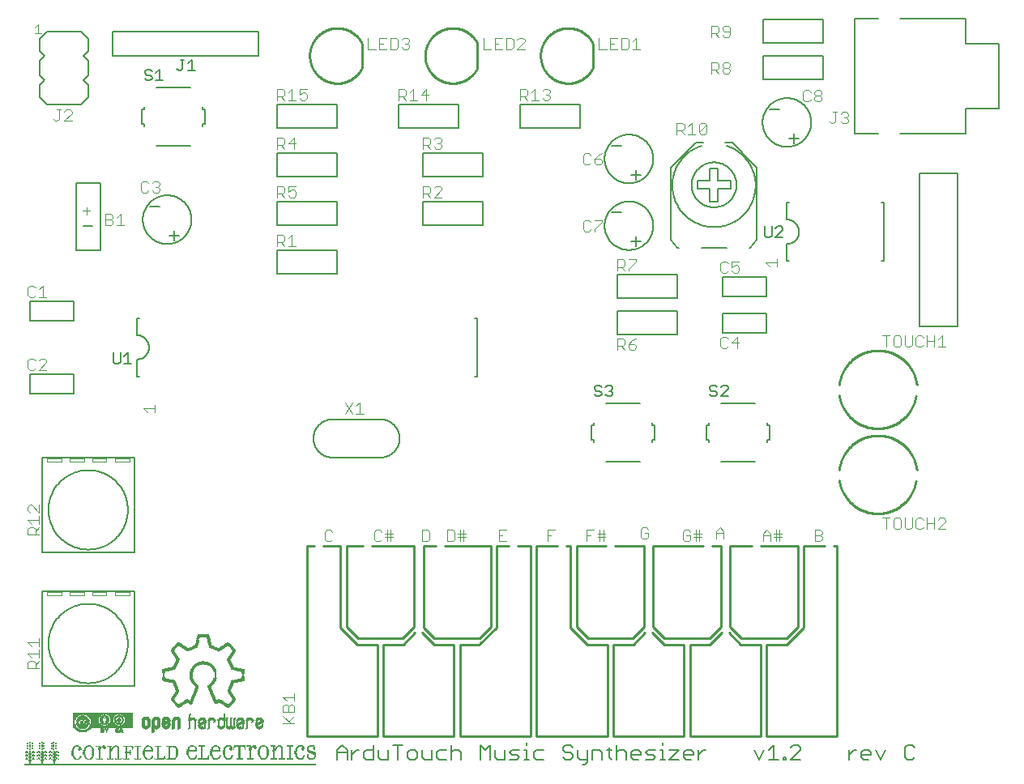
<source format=gbr>
G04 EAGLE Gerber X2 export*
%TF.Part,Single*%
%TF.FileFunction,Legend,Top,1*%
%TF.FilePolarity,Positive*%
%TF.GenerationSoftware,Autodesk,EAGLE,9.1.0*%
%TF.CreationDate,2018-09-26T17:21:40Z*%
G75*
%MOMM*%
%FSLAX34Y34*%
%LPD*%
%AMOC8*
5,1,8,0,0,1.08239X$1,22.5*%
G01*
%ADD10C,0.101600*%
%ADD11C,0.127000*%
%ADD12C,0.203200*%
%ADD13C,0.076200*%
%ADD14R,0.006981X0.006988*%
%ADD15R,0.013969X0.006988*%
%ADD16R,0.055881X0.006981*%
%ADD17R,0.083819X0.006981*%
%ADD18R,0.097787X0.006981*%
%ADD19R,0.125731X0.006981*%
%ADD20R,0.139700X0.006988*%
%ADD21R,0.160656X0.006981*%
%ADD22R,0.167637X0.006981*%
%ADD23R,0.188594X0.006981*%
%ADD24R,0.202563X0.006981*%
%ADD25R,0.216538X0.006988*%
%ADD26R,0.230506X0.006981*%
%ADD27R,0.244475X0.006981*%
%ADD28R,0.258444X0.006981*%
%ADD29R,0.272413X0.006981*%
%ADD30R,0.293369X0.006988*%
%ADD31R,0.293369X0.006981*%
%ADD32R,0.300356X0.006981*%
%ADD33R,0.307338X0.006981*%
%ADD34R,0.307338X0.006988*%
%ADD35R,0.034925X0.006981*%
%ADD36R,0.041913X0.006981*%
%ADD37R,0.006981X0.006981*%
%ADD38R,0.006988X0.006981*%
%ADD39R,0.069850X0.006981*%
%ADD40R,0.013969X0.006981*%
%ADD41R,0.153669X0.006981*%
%ADD42R,0.090800X0.006981*%
%ADD43R,0.139700X0.006981*%
%ADD44R,0.118744X0.006981*%
%ADD45R,0.111763X0.006981*%
%ADD46R,0.146681X0.006981*%
%ADD47R,0.041906X0.006981*%
%ADD48R,0.230500X0.006988*%
%ADD49R,0.223519X0.006988*%
%ADD50R,0.111756X0.006988*%
%ADD51R,0.048894X0.006988*%
%ADD52R,0.202563X0.006988*%
%ADD53R,0.209550X0.006988*%
%ADD54R,0.181606X0.006988*%
%ADD55R,0.062863X0.006988*%
%ADD56R,0.076831X0.006988*%
%ADD57R,0.279400X0.006981*%
%ADD58R,0.132713X0.006981*%
%ADD59R,0.251456X0.006981*%
%ADD60R,0.076831X0.006981*%
%ADD61R,0.216531X0.006981*%
%ADD62R,0.090806X0.006981*%
%ADD63R,0.321306X0.006981*%
%ADD64R,0.607694X0.006981*%
%ADD65R,0.314325X0.006981*%
%ADD66R,0.104775X0.006981*%
%ADD67R,0.300350X0.006981*%
%ADD68R,0.111756X0.006981*%
%ADD69R,0.356231X0.006981*%
%ADD70R,0.628650X0.006981*%
%ADD71R,0.160650X0.006981*%
%ADD72R,0.335281X0.006981*%
%ADD73R,0.328294X0.006981*%
%ADD74R,0.286381X0.006981*%
%ADD75R,0.384175X0.006981*%
%ADD76R,0.642619X0.006981*%
%ADD77R,0.377188X0.006981*%
%ADD78R,0.181606X0.006981*%
%ADD79R,0.363219X0.006981*%
%ADD80R,0.419100X0.006988*%
%ADD81R,0.656587X0.006988*%
%ADD82R,0.405131X0.006988*%
%ADD83R,0.195575X0.006988*%
%ADD84R,0.195581X0.006988*%
%ADD85R,0.146681X0.006988*%
%ADD86R,0.153669X0.006988*%
%ADD87R,0.384175X0.006988*%
%ADD88R,0.160656X0.006988*%
%ADD89R,0.328294X0.006988*%
%ADD90R,0.167637X0.006988*%
%ADD91R,0.433069X0.006981*%
%ADD92R,0.670563X0.006981*%
%ADD93R,0.426081X0.006981*%
%ADD94R,0.216538X0.006981*%
%ADD95R,0.209550X0.006981*%
%ADD96R,0.174625X0.006981*%
%ADD97R,0.412112X0.006981*%
%ADD98R,0.405131X0.006981*%
%ADD99R,0.461006X0.006981*%
%ADD100R,0.677544X0.006981*%
%ADD101R,0.454025X0.006981*%
%ADD102R,0.223519X0.006981*%
%ADD103R,0.419100X0.006981*%
%ADD104R,0.440050X0.006981*%
%ADD105R,0.370200X0.006981*%
%ADD106R,0.195575X0.006981*%
%ADD107R,0.481963X0.006981*%
%ADD108R,0.691513X0.006981*%
%ADD109R,0.474981X0.006981*%
%ADD110R,0.237488X0.006981*%
%ADD111R,0.440056X0.006981*%
%ADD112R,0.775338X0.006981*%
%ADD113R,0.447038X0.006981*%
%ADD114R,0.502919X0.006981*%
%ADD115R,0.698500X0.006981*%
%ADD116R,0.495931X0.006981*%
%ADD117R,0.796288X0.006981*%
%ADD118R,0.523875X0.006988*%
%ADD119R,0.712469X0.006988*%
%ADD120R,0.516888X0.006988*%
%ADD121R,0.279400X0.006988*%
%ADD122R,0.272413X0.006988*%
%ADD123R,0.461006X0.006988*%
%ADD124R,0.216531X0.006988*%
%ADD125R,0.495931X0.006988*%
%ADD126R,0.810256X0.006988*%
%ADD127R,0.684531X0.006988*%
%ADD128R,0.544831X0.006981*%
%ADD129R,0.719456X0.006981*%
%ADD130R,0.530856X0.006981*%
%ADD131R,0.286388X0.006981*%
%ADD132R,0.467994X0.006981*%
%ADD133R,0.516888X0.006981*%
%ADD134R,0.824225X0.006981*%
%ADD135R,0.230500X0.006981*%
%ADD136R,0.509900X0.006981*%
%ADD137R,0.558800X0.006981*%
%ADD138R,0.726438X0.006981*%
%ADD139R,0.551813X0.006981*%
%ADD140R,0.523875X0.006981*%
%ADD141R,0.838200X0.006981*%
%ADD142R,0.572769X0.006981*%
%ADD143R,0.740413X0.006981*%
%ADD144R,0.565781X0.006981*%
%ADD145R,0.852169X0.006981*%
%ADD146R,0.537844X0.006981*%
%ADD147R,0.593725X0.006981*%
%ADD148R,0.586738X0.006981*%
%ADD149R,0.859156X0.006981*%
%ADD150R,0.607694X0.006988*%
%ADD151R,0.754381X0.006988*%
%ADD152R,0.593725X0.006988*%
%ADD153R,0.300356X0.006988*%
%ADD154R,0.237488X0.006988*%
%ADD155R,0.495938X0.006988*%
%ADD156R,0.579750X0.006988*%
%ADD157R,0.880106X0.006988*%
%ADD158R,0.481963X0.006988*%
%ADD159R,0.230506X0.006988*%
%ADD160R,0.244475X0.006988*%
%ADD161R,0.572769X0.006988*%
%ADD162R,0.621663X0.006981*%
%ADD163R,0.761363X0.006981*%
%ADD164R,0.614681X0.006981*%
%ADD165R,0.488950X0.006981*%
%ADD166R,0.887094X0.006981*%
%ADD167R,0.579750X0.006981*%
%ADD168R,0.635631X0.006981*%
%ADD169R,0.768350X0.006981*%
%ADD170R,0.600706X0.006981*%
%ADD171R,0.894075X0.006981*%
%ADD172R,0.600712X0.006981*%
%ADD173R,0.649606X0.006981*%
%ADD174R,0.908050X0.006981*%
%ADD175R,0.663575X0.006981*%
%ADD176R,0.782319X0.006981*%
%ADD177R,0.649600X0.006981*%
%ADD178R,0.677544X0.006988*%
%ADD179R,0.789306X0.006988*%
%ADD180R,0.663575X0.006988*%
%ADD181R,0.300350X0.006988*%
%ADD182R,0.509900X0.006988*%
%ADD183R,0.642619X0.006988*%
%ADD184R,0.922019X0.006988*%
%ADD185R,0.502919X0.006988*%
%ADD186R,0.635631X0.006988*%
%ADD187R,0.789306X0.006981*%
%ADD188R,0.509906X0.006981*%
%ADD189R,0.935988X0.006981*%
%ADD190R,0.803275X0.006981*%
%ADD191R,0.705481X0.006981*%
%ADD192R,0.670556X0.006981*%
%ADD193R,0.949956X0.006981*%
%ADD194R,0.810262X0.006981*%
%ADD195R,0.712469X0.006981*%
%ADD196R,0.733425X0.006988*%
%ADD197R,0.810262X0.006988*%
%ADD198R,0.719450X0.006988*%
%ADD199R,0.691513X0.006988*%
%ADD200R,0.956944X0.006988*%
%ADD201R,0.509906X0.006988*%
%ADD202R,0.733425X0.006981*%
%ADD203R,0.824231X0.006981*%
%ADD204R,0.963925X0.006981*%
%ADD205R,0.747394X0.006981*%
%ADD206R,0.740406X0.006981*%
%ADD207R,0.970913X0.006981*%
%ADD208R,0.831213X0.006981*%
%ADD209R,0.719450X0.006981*%
%ADD210R,0.977900X0.006981*%
%ADD211R,0.754381X0.006981*%
%ADD212R,0.775331X0.006988*%
%ADD213R,0.838200X0.006988*%
%ADD214R,0.768350X0.006988*%
%ADD215R,0.984888X0.006988*%
%ADD216R,0.726438X0.006988*%
%ADD217R,0.845188X0.006981*%
%ADD218R,0.984888X0.006981*%
%ADD219R,0.342263X0.006981*%
%ADD220R,0.370206X0.006981*%
%ADD221R,0.335275X0.006981*%
%ADD222R,0.125725X0.006981*%
%ADD223R,0.349250X0.006981*%
%ADD224R,0.265431X0.006981*%
%ADD225R,0.817244X0.006988*%
%ADD226R,0.859156X0.006988*%
%ADD227R,0.055881X0.006988*%
%ADD228R,0.321306X0.006988*%
%ADD229R,0.258444X0.006988*%
%ADD230R,0.286388X0.006988*%
%ADD231R,0.265431X0.006988*%
%ADD232R,0.314325X0.006988*%
%ADD233R,0.817244X0.006981*%
%ADD234R,0.020950X0.006981*%
%ADD235R,0.866138X0.006981*%
%ADD236R,0.265425X0.006981*%
%ADD237R,0.845181X0.006981*%
%ADD238R,0.845181X0.006988*%
%ADD239R,0.873125X0.006988*%
%ADD240R,0.251456X0.006988*%
%ADD241R,0.873125X0.006981*%
%ADD242R,0.391156X0.006981*%
%ADD243R,0.391163X0.006981*%
%ADD244R,0.363219X0.006988*%
%ADD245R,0.356238X0.006988*%
%ADD246R,0.356231X0.006988*%
%ADD247R,0.251463X0.006988*%
%ADD248R,0.251463X0.006981*%
%ADD249R,0.335275X0.006988*%
%ADD250R,0.342263X0.006988*%
%ADD251R,0.321313X0.006981*%
%ADD252R,0.321313X0.006988*%
%ADD253R,0.356238X0.006981*%
%ADD254R,0.433069X0.006988*%
%ADD255R,0.391156X0.006988*%
%ADD256R,0.405125X0.006981*%
%ADD257R,0.495938X0.006981*%
%ADD258R,0.467994X0.006988*%
%ADD259R,0.132713X0.006988*%
%ADD260R,0.530863X0.006981*%
%ADD261R,0.076838X0.006981*%
%ADD262R,0.055875X0.006981*%
%ADD263R,0.551813X0.006988*%
%ADD264R,0.579756X0.006981*%
%ADD265R,0.635638X0.006981*%
%ADD266R,0.656587X0.006981*%
%ADD267R,0.740406X0.006988*%
%ADD268R,0.621663X0.006988*%
%ADD269R,0.684531X0.006981*%
%ADD270R,0.747394X0.006988*%
%ADD271R,0.083819X0.006988*%
%ADD272R,0.698500X0.006988*%
%ADD273R,0.831213X0.006988*%
%ADD274R,0.810256X0.006981*%
%ADD275R,0.027938X0.006981*%
%ADD276R,0.880113X0.006981*%
%ADD277R,0.062863X0.006981*%
%ADD278R,0.565787X0.006981*%
%ADD279R,0.887094X0.006988*%
%ADD280R,0.090806X0.006988*%
%ADD281R,0.537844X0.006988*%
%ADD282R,0.027938X0.006988*%
%ADD283R,0.530856X0.006988*%
%ADD284R,0.006988X0.006988*%
%ADD285R,0.894081X0.006981*%
%ADD286R,0.901062X0.006981*%
%ADD287R,0.901062X0.006988*%
%ADD288R,0.174625X0.006988*%
%ADD289R,0.454025X0.006988*%
%ADD290R,0.474981X0.006988*%
%ADD291R,0.195581X0.006981*%
%ADD292R,0.398144X0.006981*%
%ADD293R,0.894075X0.006988*%
%ADD294R,0.377188X0.006988*%
%ADD295R,0.370206X0.006988*%
%ADD296R,0.398144X0.006988*%
%ADD297R,0.544825X0.006981*%
%ADD298R,0.474975X0.006981*%
%ADD299R,0.265425X0.006988*%
%ADD300R,0.349250X0.006988*%
%ADD301R,0.286381X0.006988*%
%ADD302R,0.852169X0.006988*%
%ADD303R,0.370200X0.006988*%
%ADD304R,0.754375X0.006981*%
%ADD305R,0.775338X0.006988*%
%ADD306R,0.719456X0.006988*%
%ADD307R,0.775331X0.006981*%
%ADD308R,0.705488X0.006981*%
%ADD309R,0.684525X0.006981*%
%ADD310R,0.796288X0.006988*%
%ADD311R,0.670563X0.006988*%
%ADD312R,0.670556X0.006988*%
%ADD313R,0.614675X0.006988*%
%ADD314R,0.614681X0.006988*%
%ADD315R,0.684525X0.006988*%
%ADD316R,0.544825X0.006988*%
%ADD317R,0.614675X0.006981*%
%ADD318R,0.558800X0.006988*%
%ADD319R,0.565781X0.006988*%
%ADD320R,0.125731X0.006988*%
%ADD321R,0.020956X0.006981*%
%ADD322R,0.020956X0.006988*%
%ADD323R,0.041913X0.006988*%
%ADD324R,0.055875X0.006988*%
%ADD325R,0.789300X0.006981*%
%ADD326R,0.880106X0.006981*%
%ADD327R,0.929006X0.006981*%
%ADD328R,0.956944X0.006981*%
%ADD329R,0.474975X0.006988*%
%ADD330R,0.426088X0.006988*%
%ADD331R,0.125725X0.006988*%
%ADD332R,0.461013X0.006981*%
%ADD333R,0.461013X0.006988*%
%ADD334R,0.440050X0.006988*%
%ADD335R,0.447038X0.006988*%
%ADD336R,1.033781X0.006981*%
%ADD337R,1.019806X0.006981*%
%ADD338R,1.019813X0.006988*%
%ADD339R,1.019806X0.006988*%
%ADD340R,1.005837X0.006981*%
%ADD341R,1.012825X0.006981*%
%ADD342R,0.998856X0.006981*%
%ADD343R,0.998850X0.006981*%
%ADD344R,0.984881X0.006981*%
%ADD345R,0.991869X0.006981*%
%ADD346R,0.984881X0.006988*%
%ADD347R,0.991869X0.006988*%
%ADD348R,0.963931X0.006981*%
%ADD349R,0.942975X0.006988*%
%ADD350R,0.963925X0.006988*%
%ADD351R,0.922019X0.006981*%
%ADD352R,0.942975X0.006981*%
%ADD353R,0.915031X0.006981*%
%ADD354R,0.908050X0.006988*%
%ADD355R,0.929006X0.006988*%
%ADD356R,0.859150X0.006981*%
%ADD357R,0.335281X0.006988*%
%ADD358R,0.628650X0.006988*%
%ADD359R,0.649606X0.006988*%
%ADD360R,1.005837X0.006988*%
%ADD361R,1.054731X0.006981*%
%ADD362R,1.068706X0.006981*%
%ADD363R,1.082675X0.006981*%
%ADD364R,1.089662X0.006981*%
%ADD365R,1.110613X0.006981*%
%ADD366R,1.138550X0.006981*%
%ADD367R,1.131569X0.006988*%
%ADD368R,1.166494X0.006988*%
%ADD369R,1.159506X0.006981*%
%ADD370R,1.187450X0.006981*%
%ADD371R,1.173475X0.006981*%
%ADD372R,1.201419X0.006981*%
%ADD373R,1.215388X0.006988*%
%ADD374R,1.208406X0.006988*%
%ADD375R,1.236344X0.006981*%
%ADD376R,1.215388X0.006981*%
%ADD377R,1.250313X0.006981*%
%ADD378R,1.257300X0.006981*%
%ADD379R,1.229356X0.006981*%
%ADD380R,1.180462X0.006981*%
%ADD381R,1.194431X0.006988*%
%ADD382R,1.152525X0.006988*%
%ADD383R,1.166494X0.006981*%
%ADD384R,1.124581X0.006981*%
%ADD385R,1.131569X0.006981*%
%ADD386R,1.096644X0.006981*%
%ADD387R,1.040763X0.006981*%
%ADD388R,0.998850X0.006988*%
%ADD389R,1.012825X0.006988*%
%ADD390R,0.782319X0.006988*%
%ADD391R,0.824231X0.006988*%
%ADD392R,0.600706X0.006988*%
%ADD393R,0.761363X0.006988*%
%ADD394R,1.026794X0.006981*%
%ADD395R,1.047750X0.006981*%
%ADD396R,1.075688X0.006981*%
%ADD397R,1.124581X0.006988*%
%ADD398R,1.117600X0.006988*%
%ADD399R,1.145538X0.006981*%
%ADD400R,1.222375X0.006981*%
%ADD401R,1.208406X0.006981*%
%ADD402R,1.173481X0.006981*%
%ADD403R,1.138550X0.006988*%
%ADD404R,1.138556X0.006981*%
%ADD405R,1.117600X0.006981*%
%ADD406R,1.061719X0.006981*%
%ADD407R,1.033775X0.006988*%
%ADD408R,0.530863X0.006988*%
%ADD409R,0.488950X0.006988*%
%ADD410R,0.426081X0.006988*%
%ADD411R,0.824225X0.006988*%
%ADD412R,1.592581X0.006981*%
%ADD413R,1.571625X0.006981*%
%ADD414R,1.550669X0.006981*%
%ADD415R,1.529713X0.006981*%
%ADD416R,1.508756X0.006988*%
%ADD417R,1.487806X0.006981*%
%ADD418R,1.459863X0.006981*%
%ADD419R,1.438906X0.006981*%
%ADD420R,1.410969X0.006981*%
%ADD421R,1.397000X0.006988*%
%ADD422R,1.369056X0.006981*%
%ADD423R,1.348106X0.006981*%
%ADD424R,1.320163X0.006981*%
%ADD425R,1.306194X0.006981*%
%ADD426R,1.264281X0.006988*%
%ADD427R,1.152525X0.006981*%
%ADD428R,1.089656X0.006981*%
%ADD429R,0.118744X0.006988*%
%ADD430R,0.935988X0.006988*%
%ADD431R,1.054731X0.006988*%
%ADD432R,1.075688X0.006988*%
%ADD433R,1.103625X0.006981*%
%ADD434R,1.103631X0.006981*%
%ADD435R,1.159512X0.006981*%
%ADD436R,1.180462X0.006988*%
%ADD437R,0.579756X0.006988*%
%ADD438R,0.426088X0.006981*%
%ADD439R,0.440056X0.006988*%
%ADD440R,0.649600X0.006988*%
%ADD441R,0.412112X0.006988*%
%ADD442R,1.292225X0.006981*%
%ADD443R,1.285238X0.006988*%
%ADD444R,1.285238X0.006981*%
%ADD445R,1.278250X0.006981*%
%ADD446R,1.271269X0.006981*%
%ADD447R,1.271269X0.006988*%
%ADD448R,1.264281X0.006981*%
%ADD449R,1.257300X0.006988*%
%ADD450R,1.243331X0.006981*%
%ADD451R,1.236344X0.006988*%
%ADD452R,1.229363X0.006981*%
%ADD453R,1.222375X0.006988*%
%ADD454R,1.208400X0.006981*%
%ADD455R,0.048894X0.006981*%
%ADD456C,0.254000*%
%ADD457C,0.152400*%
%ADD458R,0.088900X0.004231*%
%ADD459R,0.135469X0.004231*%
%ADD460R,0.232831X0.004231*%
%ADD461R,0.084669X0.004231*%
%ADD462R,0.160869X0.004231*%
%ADD463R,0.097369X0.004231*%
%ADD464R,0.270937X0.004231*%
%ADD465R,0.186269X0.004231*%
%ADD466R,0.093131X0.004231*%
%ADD467R,0.283637X0.004231*%
%ADD468R,0.203206X0.004231*%
%ADD469R,0.296338X0.004231*%
%ADD470R,0.220138X0.004231*%
%ADD471R,0.093137X0.004231*%
%ADD472R,0.304800X0.004231*%
%ADD473R,0.232838X0.004231*%
%ADD474R,0.309038X0.004231*%
%ADD475R,0.245538X0.004231*%
%ADD476R,0.317500X0.004231*%
%ADD477R,0.254006X0.004231*%
%ADD478R,0.321738X0.004231*%
%ADD479R,0.262475X0.004231*%
%ADD480R,0.325969X0.004231*%
%ADD481R,0.330200X0.004231*%
%ADD482R,0.279406X0.004231*%
%ADD483R,0.334437X0.004231*%
%ADD484R,0.287875X0.004231*%
%ADD485R,0.338669X0.004231*%
%ADD486R,0.169331X0.004231*%
%ADD487R,0.300575X0.004231*%
%ADD488R,0.254000X0.004231*%
%ADD489R,0.342900X0.004231*%
%ADD490R,0.304806X0.004231*%
%ADD491R,0.347138X0.004231*%
%ADD492R,0.313275X0.004231*%
%ADD493R,0.372538X0.004231*%
%ADD494R,0.406406X0.004231*%
%ADD495R,0.351369X0.004231*%
%ADD496R,0.127000X0.004231*%
%ADD497R,0.452969X0.004231*%
%ADD498R,0.173569X0.004231*%
%ADD499R,0.114300X0.004231*%
%ADD500R,0.482606X0.004231*%
%ADD501R,0.122769X0.004231*%
%ADD502R,0.105838X0.004231*%
%ADD503R,0.520706X0.004231*%
%ADD504R,0.110069X0.004231*%
%ADD505R,0.105831X0.004231*%
%ADD506R,0.550344X0.004231*%
%ADD507R,0.101600X0.004231*%
%ADD508R,0.575744X0.004231*%
%ADD509R,0.605375X0.004231*%
%ADD510R,0.630775X0.004231*%
%ADD511R,0.355606X0.004231*%
%ADD512R,0.660413X0.004231*%
%ADD513R,0.685813X0.004231*%
%ADD514R,0.706975X0.004231*%
%ADD515R,0.723913X0.004231*%
%ADD516R,0.753550X0.004231*%
%ADD517R,0.770481X0.004231*%
%ADD518R,0.795881X0.004231*%
%ADD519R,0.817050X0.004231*%
%ADD520R,0.833981X0.004231*%
%ADD521R,0.850913X0.004231*%
%ADD522R,0.071969X0.004231*%
%ADD523R,0.872081X0.004231*%
%ADD524R,0.033869X0.004231*%
%ADD525R,0.889019X0.004231*%
%ADD526R,0.905950X0.004231*%
%ADD527R,0.313269X0.004231*%
%ADD528R,0.922888X0.004231*%
%ADD529R,0.939819X0.004231*%
%ADD530R,0.956750X0.004231*%
%ADD531R,0.300569X0.004231*%
%ADD532R,0.973688X0.004231*%
%ADD533R,0.990619X0.004231*%
%ADD534R,0.139700X0.004231*%
%ADD535R,1.007556X0.004231*%
%ADD536R,0.152400X0.004231*%
%ADD537R,1.016019X0.004231*%
%ADD538R,0.169338X0.004231*%
%ADD539R,1.032956X0.004231*%
%ADD540R,0.148169X0.004231*%
%ADD541R,0.182038X0.004231*%
%ADD542R,1.045650X0.004231*%
%ADD543R,0.198969X0.004231*%
%ADD544R,1.062588X0.004231*%
%ADD545R,0.207437X0.004231*%
%ADD546R,1.071056X0.004231*%
%ADD547R,0.215906X0.004231*%
%ADD548R,1.087988X0.004231*%
%ADD549R,0.118538X0.004231*%
%ADD550R,0.228606X0.004231*%
%ADD551R,1.100688X0.004231*%
%ADD552R,1.117625X0.004231*%
%ADD553R,0.237069X0.004231*%
%ADD554R,1.130319X0.004231*%
%ADD555R,0.241306X0.004231*%
%ADD556R,1.138788X0.004231*%
%ADD557R,1.151487X0.004231*%
%ADD558R,0.143937X0.004231*%
%ADD559R,0.241300X0.004231*%
%ADD560R,1.168425X0.004231*%
%ADD561R,1.181125X0.004231*%
%ADD562R,0.292100X0.004231*%
%ADD563R,1.189588X0.004231*%
%ADD564R,0.237075X0.004231*%
%ADD565R,0.554575X0.004231*%
%ADD566R,0.563044X0.004231*%
%ADD567R,0.165106X0.004231*%
%ADD568R,0.516475X0.004231*%
%ADD569R,0.486844X0.004231*%
%ADD570R,0.491075X0.004231*%
%ADD571R,0.177800X0.004231*%
%ADD572R,0.465675X0.004231*%
%ADD573R,0.469906X0.004231*%
%ADD574R,0.448744X0.004231*%
%ADD575R,0.452975X0.004231*%
%ADD576R,0.194738X0.004231*%
%ADD577R,0.436044X0.004231*%
%ADD578R,0.436038X0.004231*%
%ADD579R,0.084663X0.004231*%
%ADD580R,0.423344X0.004231*%
%ADD581R,0.431806X0.004231*%
%ADD582R,0.414875X0.004231*%
%ADD583R,0.402175X0.004231*%
%ADD584R,0.393706X0.004231*%
%ADD585R,0.402169X0.004231*%
%ADD586R,0.131231X0.004231*%
%ADD587R,0.389475X0.004231*%
%ADD588R,0.118531X0.004231*%
%ADD589R,0.381006X0.004231*%
%ADD590R,0.385238X0.004231*%
%ADD591R,0.376775X0.004231*%
%ADD592R,0.376769X0.004231*%
%ADD593R,0.364075X0.004231*%
%ADD594R,0.359844X0.004231*%
%ADD595R,0.364069X0.004231*%
%ADD596R,0.347144X0.004231*%
%ADD597R,0.342906X0.004231*%
%ADD598R,0.330206X0.004231*%
%ADD599R,0.173563X0.004231*%
%ADD600R,0.317506X0.004231*%
%ADD601R,0.097363X0.004231*%
%ADD602R,0.143931X0.004231*%
%ADD603R,0.287869X0.004231*%
%ADD604R,0.135463X0.004231*%
%ADD605R,0.292106X0.004231*%
%ADD606R,0.063500X0.004231*%
%ADD607R,0.266706X0.004231*%
%ADD608R,0.258238X0.004231*%
%ADD609R,0.224369X0.004231*%
%ADD610R,0.249775X0.004231*%
%ADD611R,0.275169X0.004231*%
%ADD612R,0.283631X0.004231*%
%ADD613R,0.279400X0.004231*%
%ADD614R,0.228600X0.004231*%
%ADD615R,0.110063X0.004231*%
%ADD616R,0.203200X0.004231*%
%ADD617R,0.410638X0.004231*%
%ADD618R,0.262469X0.004231*%
%ADD619R,0.266700X0.004231*%
%ADD620R,0.461438X0.004231*%
%ADD621R,0.249769X0.004231*%
%ADD622R,0.478375X0.004231*%
%ADD623R,0.503775X0.004231*%
%ADD624R,0.270931X0.004231*%
%ADD625R,0.546106X0.004231*%
%ADD626R,0.588444X0.004231*%
%ADD627R,0.258231X0.004231*%
%ADD628R,0.596906X0.004231*%
%ADD629R,0.622306X0.004231*%
%ADD630R,0.647713X0.004231*%
%ADD631R,0.664644X0.004231*%
%ADD632R,0.681575X0.004231*%
%ADD633R,0.245531X0.004231*%
%ADD634R,0.690044X0.004231*%
%ADD635R,0.732381X0.004231*%
%ADD636R,0.749313X0.004231*%
%ADD637R,0.757781X0.004231*%
%ADD638R,0.774713X0.004231*%
%ADD639R,0.783181X0.004231*%
%ADD640R,0.800113X0.004231*%
%ADD641R,0.808581X0.004231*%
%ADD642R,0.842450X0.004231*%
%ADD643R,0.855150X0.004231*%
%ADD644R,0.867850X0.004231*%
%ADD645R,0.876313X0.004231*%
%ADD646R,4.546694X0.004231*%
%ADD647R,0.397937X0.004231*%
%ADD648R,0.884781X0.004231*%
%ADD649R,0.893250X0.004231*%
%ADD650R,4.542456X0.004231*%
%ADD651R,0.389469X0.004231*%
%ADD652R,0.901719X0.004231*%
%ADD653R,4.538225X0.004231*%
%ADD654R,0.914419X0.004231*%
%ADD655R,4.533994X0.004231*%
%ADD656R,0.927119X0.004231*%
%ADD657R,0.935581X0.004231*%
%ADD658R,4.529756X0.004231*%
%ADD659R,4.525525X0.004231*%
%ADD660R,0.952519X0.004231*%
%ADD661R,4.521294X0.004231*%
%ADD662R,0.960981X0.004231*%
%ADD663R,4.517056X0.004231*%
%ADD664R,0.368306X0.004231*%
%ADD665R,0.969450X0.004231*%
%ADD666R,0.977919X0.004231*%
%ADD667R,4.512825X0.004231*%
%ADD668R,0.986388X0.004231*%
%ADD669R,4.508594X0.004231*%
%ADD670R,0.359838X0.004231*%
%ADD671R,1.003319X0.004231*%
%ADD672R,4.504356X0.004231*%
%ADD673R,4.500125X0.004231*%
%ADD674R,4.495894X0.004231*%
%ADD675R,1.020250X0.004231*%
%ADD676R,1.028719X0.004231*%
%ADD677R,4.491656X0.004231*%
%ADD678R,1.037188X0.004231*%
%ADD679R,4.487425X0.004231*%
%ADD680R,1.054119X0.004231*%
%ADD681R,4.483194X0.004231*%
%ADD682R,1.066825X0.004231*%
%ADD683R,4.478956X0.004231*%
%ADD684R,1.079519X0.004231*%
%ADD685R,4.474725X0.004231*%
%ADD686R,4.470494X0.004231*%
%ADD687R,1.092225X0.004231*%
%ADD688R,1.096456X0.004231*%
%ADD689R,4.466256X0.004231*%
%ADD690R,1.104919X0.004231*%
%ADD691R,1.113387X0.004231*%
%ADD692R,4.462025X0.004231*%
%ADD693R,4.457794X0.004231*%
%ADD694R,1.121856X0.004231*%
%ADD695R,4.453556X0.004231*%
%ADD696R,1.147256X0.004231*%
%ADD697R,1.439363X0.004231*%
%ADD698R,1.371625X0.004231*%
%ADD699R,1.375862X0.004231*%
%ADD700R,1.405494X0.004231*%
%ADD701R,1.312356X0.004231*%
%ADD702R,1.350463X0.004231*%
%ADD703R,1.155725X0.004231*%
%ADD704R,1.380094X0.004231*%
%ADD705R,1.261556X0.004231*%
%ADD706R,1.320825X0.004231*%
%ADD707R,1.164188X0.004231*%
%ADD708R,1.363156X0.004231*%
%ADD709R,1.219225X0.004231*%
%ADD710R,1.303894X0.004231*%
%ADD711R,1.341994X0.004231*%
%ADD712R,1.185356X0.004231*%
%ADD713R,1.286956X0.004231*%
%ADD714R,1.172656X0.004231*%
%ADD715R,1.329294X0.004231*%
%ADD716R,1.155719X0.004231*%
%ADD717R,1.270025X0.004231*%
%ADD718R,1.176894X0.004231*%
%ADD719R,1.308125X0.004231*%
%ADD720R,1.126088X0.004231*%
%ADD721R,1.257325X0.004231*%
%ADD722R,1.295425X0.004231*%
%ADD723R,1.244625X0.004231*%
%ADD724R,1.278487X0.004231*%
%ADD725R,1.075287X0.004231*%
%ADD726R,1.231925X0.004231*%
%ADD727R,1.265788X0.004231*%
%ADD728R,1.049888X0.004231*%
%ADD729R,1.198056X0.004231*%
%ADD730R,1.253094X0.004231*%
%ADD731R,1.032950X0.004231*%
%ADD732R,1.210756X0.004231*%
%ADD733R,1.240394X0.004231*%
%ADD734R,1.007550X0.004231*%
%ADD735R,1.206525X0.004231*%
%ADD736R,1.189594X0.004231*%
%ADD737R,0.973681X0.004231*%
%ADD738R,1.214988X0.004231*%
%ADD739R,1.159956X0.004231*%
%ADD740R,1.223456X0.004231*%
%ADD741R,0.922881X0.004231*%
%ADD742R,1.151494X0.004231*%
%ADD743R,0.889013X0.004231*%
%ADD744R,1.138794X0.004231*%
%ADD745R,1.236156X0.004231*%
%ADD746R,0.880550X0.004231*%
%ADD747R,1.130325X0.004231*%
%ADD748R,0.863613X0.004231*%
%ADD749R,1.143025X0.004231*%
%ADD750R,0.846681X0.004231*%
%ADD751R,1.248856X0.004231*%
%ADD752R,1.134556X0.004231*%
%ADD753R,0.838213X0.004231*%
%ADD754R,1.109156X0.004231*%
%ADD755R,0.821281X0.004231*%
%ADD756R,1.104925X0.004231*%
%ADD757R,0.812813X0.004231*%
%ADD758R,0.787413X0.004231*%
%ADD759R,1.083756X0.004231*%
%ADD760R,1.265794X0.004231*%
%ADD761R,1.079525X0.004231*%
%ADD762R,1.092219X0.004231*%
%ADD763R,0.762012X0.004231*%
%ADD764R,0.745081X0.004231*%
%ADD765R,0.736613X0.004231*%
%ADD766R,0.351375X0.004231*%
%ADD767R,0.728144X0.004231*%
%ADD768R,1.058356X0.004231*%
%ADD769R,0.719681X0.004231*%
%ADD770R,1.054125X0.004231*%
%ADD771R,0.706981X0.004231*%
%ADD772R,1.045656X0.004231*%
%ADD773R,0.694281X0.004231*%
%ADD774R,1.041425X0.004231*%
%ADD775R,0.385244X0.004231*%
%ADD776R,0.207431X0.004231*%
%ADD777R,0.406413X0.004231*%
%ADD778R,0.677344X0.004231*%
%ADD779R,0.410644X0.004231*%
%ADD780R,1.028725X0.004231*%
%ADD781R,0.668881X0.004231*%
%ADD782R,0.427575X0.004231*%
%ADD783R,1.024487X0.004231*%
%ADD784R,0.182031X0.004231*%
%ADD785R,0.656175X0.004231*%
%ADD786R,0.444513X0.004231*%
%ADD787R,1.020256X0.004231*%
%ADD788R,0.457213X0.004231*%
%ADD789R,0.651944X0.004231*%
%ADD790R,0.461444X0.004231*%
%ADD791R,0.165100X0.004231*%
%ADD792R,1.011788X0.004231*%
%ADD793R,0.474144X0.004231*%
%ADD794R,0.643481X0.004231*%
%ADD795R,0.156631X0.004231*%
%ADD796R,0.495313X0.004231*%
%ADD797R,0.508012X0.004231*%
%ADD798R,0.622313X0.004231*%
%ADD799R,0.512244X0.004231*%
%ADD800R,0.994856X0.004231*%
%ADD801R,0.524944X0.004231*%
%ADD802R,0.613844X0.004231*%
%ADD803R,0.520713X0.004231*%
%ADD804R,0.999088X0.004231*%
%ADD805R,0.533413X0.004231*%
%ADD806R,0.537644X0.004231*%
%ADD807R,0.596913X0.004231*%
%ADD808R,0.982150X0.004231*%
%ADD809R,0.567275X0.004231*%
%ADD810R,0.592681X0.004231*%
%ADD811R,0.584213X0.004231*%
%ADD812R,0.579975X0.004231*%
%ADD813R,0.982156X0.004231*%
%ADD814R,0.275175X0.004231*%
%ADD815R,0.601144X0.004231*%
%ADD816R,0.567281X0.004231*%
%ADD817R,0.965219X0.004231*%
%ADD818R,0.609613X0.004231*%
%ADD819R,0.558813X0.004231*%
%ADD820R,0.080431X0.004231*%
%ADD821R,0.960987X0.004231*%
%ADD822R,0.626544X0.004231*%
%ADD823R,0.969456X0.004231*%
%ADD824R,0.215900X0.004231*%
%ADD825R,0.541881X0.004231*%
%ADD826R,0.067731X0.004231*%
%ADD827R,0.948288X0.004231*%
%ADD828R,0.220131X0.004231*%
%ADD829R,0.639244X0.004231*%
%ADD830R,0.033863X0.004231*%
%ADD831R,0.529175X0.004231*%
%ADD832R,0.956756X0.004231*%
%ADD833R,0.055038X0.004231*%
%ADD834R,0.055031X0.004231*%
%ADD835R,0.050800X0.004231*%
%ADD836R,0.944056X0.004231*%
%ADD837R,0.076200X0.004231*%
%ADD838R,0.516481X0.004231*%
%ADD839R,0.673113X0.004231*%
%ADD840R,0.046569X0.004231*%
%ADD841R,0.935588X0.004231*%
%ADD842R,0.681581X0.004231*%
%ADD843R,0.038100X0.004231*%
%ADD844R,0.499544X0.004231*%
%ADD845R,0.698512X0.004231*%
%ADD846R,0.042331X0.004231*%
%ADD847R,0.491081X0.004231*%
%ADD848R,0.918650X0.004231*%
%ADD849R,0.482612X0.004231*%
%ADD850R,0.715444X0.004231*%
%ADD851R,0.931350X0.004231*%
%ADD852R,0.059269X0.004231*%
%ADD853R,0.910188X0.004231*%
%ADD854R,0.740844X0.004231*%
%ADD855R,0.071962X0.004231*%
%ADD856R,0.897481X0.004231*%
%ADD857R,0.325975X0.004231*%
%ADD858R,0.440275X0.004231*%
%ADD859R,0.177806X0.004231*%
%ADD860R,0.431813X0.004231*%
%ADD861R,0.541875X0.004231*%
%ADD862R,0.876319X0.004231*%
%ADD863R,0.897487X0.004231*%
%ADD864R,0.397944X0.004231*%
%ADD865R,0.884788X0.004231*%
%ADD866R,0.859381X0.004231*%
%ADD867R,0.372544X0.004231*%
%ADD868R,0.872088X0.004231*%
%ADD869R,0.211669X0.004231*%
%ADD870R,0.863619X0.004231*%
%ADD871R,0.338675X0.004231*%
%ADD872R,0.859388X0.004231*%
%ADD873R,0.829750X0.004231*%
%ADD874R,0.321744X0.004231*%
%ADD875R,0.131238X0.004231*%
%ADD876R,0.850919X0.004231*%
%ADD877R,0.194731X0.004231*%
%ADD878R,0.156638X0.004231*%
%ADD879R,0.190500X0.004231*%
%ADD880R,0.190506X0.004231*%
%ADD881R,0.825513X0.004231*%
%ADD882R,0.533406X0.004231*%
%ADD883R,0.838219X0.004231*%
%ADD884R,0.122763X0.004231*%
%ADD885R,0.139706X0.004231*%
%ADD886R,0.186262X0.004231*%
%ADD887R,0.025400X0.004231*%
%ADD888R,0.825519X0.004231*%
%ADD889R,0.702744X0.004231*%
%ADD890R,0.444506X0.004231*%
%ADD891R,0.419106X0.004231*%
%ADD892R,0.160863X0.004231*%
%ADD893R,0.148163X0.004231*%
%ADD894R,1.202294X0.004231*%
%ADD895R,0.944050X0.004231*%
%ADD896R,0.994850X0.004231*%
%ADD897R,0.423338X0.004231*%
%ADD898R,0.910181X0.004231*%
%ADD899R,1.041419X0.004231*%
%ADD900R,1.083750X0.004231*%
%ADD901R,0.804350X0.004231*%
%ADD902R,0.427569X0.004231*%
%ADD903R,0.791644X0.004231*%
%ADD904R,0.766244X0.004231*%
%ADD905R,0.448738X0.004231*%
%ADD906R,0.728150X0.004231*%
%ADD907R,0.766250X0.004231*%
%ADD908R,0.457206X0.004231*%
%ADD909R,0.474138X0.004231*%
%ADD910R,1.168419X0.004231*%
%ADD911R,1.176888X0.004231*%
%ADD912R,0.486838X0.004231*%
%ADD913R,0.571506X0.004231*%
%ADD914R,1.202287X0.004231*%
%ADD915R,0.495306X0.004231*%
%ADD916R,0.499538X0.004231*%
%ADD917R,0.508006X0.004231*%
%ADD918R,0.512238X0.004231*%
%ADD919R,1.231919X0.004231*%
%ADD920R,0.618075X0.004231*%
%ADD921R,0.605381X0.004231*%
%ADD922R,1.278494X0.004231*%
%ADD923R,0.592675X0.004231*%
%ADD924R,0.571512X0.004231*%
%ADD925R,1.303888X0.004231*%
%ADD926R,1.316594X0.004231*%
%ADD927R,0.546113X0.004231*%
%ADD928R,1.325063X0.004231*%
%ADD929R,1.333525X0.004231*%
%ADD930R,0.618081X0.004231*%
%ADD931R,1.346225X0.004231*%
%ADD932R,0.584206X0.004231*%
%ADD933R,1.354694X0.004231*%
%ADD934R,0.635012X0.004231*%
%ADD935R,1.367394X0.004231*%
%ADD936R,0.469913X0.004231*%
%ADD937R,1.388563X0.004231*%
%ADD938R,1.397025X0.004231*%
%ADD939R,1.413963X0.004231*%
%ADD940R,1.426663X0.004231*%
%ADD941R,1.452063X0.004231*%
%ADD942R,0.711213X0.004231*%
%ADD943R,1.460531X0.004231*%
%ADD944R,1.481694X0.004231*%
%ADD945R,1.490163X0.004231*%
%ADD946R,1.502862X0.004231*%
%ADD947R,0.757775X0.004231*%
%ADD948R,1.519794X0.004231*%
%ADD949R,1.532500X0.004231*%
%ADD950R,0.778944X0.004231*%
%ADD951R,1.549431X0.004231*%
%ADD952R,1.566363X0.004231*%
%ADD953R,0.804344X0.004231*%
%ADD954R,1.579063X0.004231*%
%ADD955R,1.596000X0.004231*%
%ADD956R,1.617163X0.004231*%
%ADD957R,1.113394X0.004231*%
%ADD958R,1.629869X0.004231*%
%ADD959R,1.651031X0.004231*%
%ADD960R,1.667969X0.004231*%
%ADD961R,1.689131X0.004231*%
%ADD962R,0.901713X0.004231*%
%ADD963R,1.710300X0.004231*%
%ADD964R,1.731469X0.004231*%
%ADD965R,1.756869X0.004231*%
%ADD966R,0.948281X0.004231*%
%ADD967R,1.778031X0.004231*%
%ADD968R,1.807669X0.004231*%
%ADD969R,0.986381X0.004231*%
%ADD970R,1.833069X0.004231*%
%ADD971R,1.193825X0.004231*%
%ADD972R,1.871169X0.004231*%
%ADD973R,1.905038X0.004231*%
%ADD974R,1.214994X0.004231*%
%ADD975R,1.951600X0.004231*%
%ADD976R,1.066819X0.004231*%
%ADD977R,1.227694X0.004231*%
%ADD978R,3.094625X0.004231*%
%ADD979R,3.107325X0.004231*%
%ADD980R,1.117619X0.004231*%
%ADD981R,3.120025X0.004231*%
%ADD982R,1.143019X0.004231*%
%ADD983R,3.132725X0.004231*%
%ADD984R,3.153894X0.004231*%
%ADD985R,3.170825X0.004231*%
%ADD986R,3.196225X0.004231*%
%ADD987R,1.291188X0.004231*%
%ADD988R,1.337762X0.004231*%
%ADD989R,3.221625X0.004231*%
%ADD990R,3.285131X0.004231*%
%ADD991R,1.464762X0.004231*%
%ADD992R,1.422431X0.004231*%
%ADD993R,6.240056X0.004231*%
%ADD994R,6.235825X0.004231*%
%ADD995R,6.231594X0.004231*%
%ADD996R,6.227356X0.004231*%
%ADD997R,6.223125X0.004231*%
%ADD998R,6.214656X0.004231*%
%ADD999R,6.206188X0.004231*%
%ADD1000R,6.197725X0.004231*%
%ADD1001R,6.189256X0.004231*%
%ADD1002R,6.172325X0.004231*%
%ADD1003R,30.429200X0.025400*%
%ADD1004R,0.127000X0.025400*%
%ADD1005R,0.101600X0.025400*%
%ADD1006R,0.330200X0.025400*%
%ADD1007R,0.152400X0.025400*%
%ADD1008R,0.355600X0.025400*%
%ADD1009R,0.457200X0.025400*%
%ADD1010R,0.431800X0.025400*%
%ADD1011R,0.711200X0.025400*%
%ADD1012R,0.685800X0.025400*%
%ADD1013R,0.736600X0.025400*%
%ADD1014R,1.092200X0.025400*%
%ADD1015R,0.863600X0.025400*%
%ADD1016R,0.304800X0.025400*%
%ADD1017R,0.558800X0.025400*%
%ADD1018R,0.228600X0.025400*%
%ADD1019R,0.584200X0.025400*%
%ADD1020R,0.939800X0.025400*%
%ADD1021R,0.482600X0.025400*%
%ADD1022R,1.117600X0.025400*%
%ADD1023R,0.508000X0.025400*%
%ADD1024R,0.177800X0.025400*%
%ADD1025R,0.050800X0.025400*%
%ADD1026R,0.076200X0.025400*%
%ADD1027R,0.254000X0.025400*%
%ADD1028R,0.838200X0.025400*%
%ADD1029R,0.762000X0.025400*%
%ADD1030R,0.533400X0.025400*%
%ADD1031R,0.609600X0.025400*%
%ADD1032R,0.203200X0.025400*%
%ADD1033R,0.279400X0.025400*%
%ADD1034R,0.660400X0.025400*%
%ADD1035R,0.025400X0.025400*%
%ADD1036R,0.406400X0.025400*%
%ADD1037R,0.635000X0.025400*%
%ADD1038R,1.066800X0.025400*%
%ADD1039R,1.041400X0.025400*%
%ADD1040R,0.381000X0.025400*%
%ADD1041R,0.965200X0.025400*%
%ADD1042R,0.914400X0.025400*%
%ADD1043R,1.219200X0.025400*%
%ADD1044R,0.787400X0.025400*%
%ADD1045C,0.154000*%


D10*
X137746Y376428D02*
X133848Y380326D01*
X145542Y380326D01*
X145542Y376428D02*
X145542Y384224D01*
D11*
X336671Y23504D02*
X336671Y13335D01*
X336671Y23504D02*
X341756Y28588D01*
X346840Y23504D01*
X346840Y13335D01*
X346840Y20962D02*
X336671Y20962D01*
X351873Y23504D02*
X351873Y13335D01*
X351873Y18419D02*
X356958Y23504D01*
X359500Y23504D01*
X374711Y28588D02*
X374711Y13335D01*
X367084Y13335D01*
X364542Y15877D01*
X364542Y20962D01*
X367084Y23504D01*
X374711Y23504D01*
X379744Y23504D02*
X379744Y15877D01*
X382286Y13335D01*
X389913Y13335D01*
X389913Y23504D01*
X400031Y28588D02*
X400031Y13335D01*
X405115Y28588D02*
X394946Y28588D01*
X412691Y13335D02*
X417775Y13335D01*
X420317Y15877D01*
X420317Y20962D01*
X417775Y23504D01*
X412691Y23504D01*
X410148Y20962D01*
X410148Y15877D01*
X412691Y13335D01*
X425351Y15877D02*
X425351Y23504D01*
X425351Y15877D02*
X427893Y13335D01*
X435519Y13335D01*
X435519Y23504D01*
X443095Y23504D02*
X450721Y23504D01*
X443095Y23504D02*
X440553Y20962D01*
X440553Y15877D01*
X443095Y13335D01*
X450721Y13335D01*
X455755Y13335D02*
X455755Y28588D01*
X458297Y23504D02*
X455755Y20962D01*
X458297Y23504D02*
X463381Y23504D01*
X465924Y20962D01*
X465924Y13335D01*
X486159Y13335D02*
X486159Y28588D01*
X491244Y23504D01*
X496328Y28588D01*
X496328Y13335D01*
X501362Y15877D02*
X501362Y23504D01*
X501362Y15877D02*
X503904Y13335D01*
X511530Y13335D01*
X511530Y23504D01*
X516564Y13335D02*
X524190Y13335D01*
X526732Y15877D01*
X524190Y18419D01*
X519106Y18419D01*
X516564Y20962D01*
X519106Y23504D01*
X526732Y23504D01*
X531766Y23504D02*
X534308Y23504D01*
X534308Y13335D01*
X531766Y13335D02*
X536850Y13335D01*
X534308Y28588D02*
X534308Y31130D01*
X544443Y23504D02*
X552069Y23504D01*
X544443Y23504D02*
X541901Y20962D01*
X541901Y15877D01*
X544443Y13335D01*
X552069Y13335D01*
X579932Y28588D02*
X582474Y26046D01*
X579932Y28588D02*
X574847Y28588D01*
X572305Y26046D01*
X572305Y23504D01*
X574847Y20962D01*
X579932Y20962D01*
X582474Y18419D01*
X582474Y15877D01*
X579932Y13335D01*
X574847Y13335D01*
X572305Y15877D01*
X587507Y15877D02*
X587507Y23504D01*
X587507Y15877D02*
X590049Y13335D01*
X597676Y13335D01*
X597676Y10793D02*
X597676Y23504D01*
X597676Y10793D02*
X595134Y8251D01*
X592592Y8251D01*
X602709Y13335D02*
X602709Y23504D01*
X610336Y23504D01*
X612878Y20962D01*
X612878Y13335D01*
X620454Y15877D02*
X620454Y26046D01*
X620454Y15877D02*
X622996Y13335D01*
X622996Y23504D02*
X617912Y23504D01*
X628046Y28588D02*
X628046Y13335D01*
X628046Y20962D02*
X630589Y23504D01*
X635673Y23504D01*
X638215Y20962D01*
X638215Y13335D01*
X645791Y13335D02*
X650875Y13335D01*
X645791Y13335D02*
X643249Y15877D01*
X643249Y20962D01*
X645791Y23504D01*
X650875Y23504D01*
X653417Y20962D01*
X653417Y18419D01*
X643249Y18419D01*
X658451Y13335D02*
X666077Y13335D01*
X668619Y15877D01*
X666077Y18419D01*
X660993Y18419D01*
X658451Y20962D01*
X660993Y23504D01*
X668619Y23504D01*
X673653Y23504D02*
X676195Y23504D01*
X676195Y13335D01*
X673653Y13335D02*
X678737Y13335D01*
X676195Y28588D02*
X676195Y31130D01*
X683788Y23504D02*
X693956Y23504D01*
X683788Y13335D01*
X693956Y13335D01*
X701532Y13335D02*
X706616Y13335D01*
X701532Y13335D02*
X698990Y15877D01*
X698990Y20962D01*
X701532Y23504D01*
X706616Y23504D01*
X709159Y20962D01*
X709159Y18419D01*
X698990Y18419D01*
X714192Y13335D02*
X714192Y23504D01*
X719276Y23504D02*
X714192Y18419D01*
X719276Y23504D02*
X721819Y23504D01*
X772467Y23504D02*
X777551Y13335D01*
X782636Y23504D01*
X787669Y23504D02*
X792754Y28588D01*
X792754Y13335D01*
X797838Y13335D02*
X787669Y13335D01*
X802872Y13335D02*
X802872Y15877D01*
X805414Y15877D01*
X805414Y13335D01*
X802872Y13335D01*
X810473Y13335D02*
X820641Y13335D01*
X810473Y13335D02*
X820641Y23504D01*
X820641Y26046D01*
X818099Y28588D01*
X813015Y28588D01*
X810473Y26046D01*
X871281Y23504D02*
X871281Y13335D01*
X871281Y18419D02*
X876366Y23504D01*
X878908Y23504D01*
X886492Y13335D02*
X891576Y13335D01*
X886492Y13335D02*
X883950Y15877D01*
X883950Y20962D01*
X886492Y23504D01*
X891576Y23504D01*
X894119Y20962D01*
X894119Y18419D01*
X883950Y18419D01*
X899152Y23504D02*
X904236Y13335D01*
X909321Y23504D01*
X937183Y28588D02*
X939725Y26046D01*
X937183Y28588D02*
X932099Y28588D01*
X929556Y26046D01*
X929556Y15877D01*
X932099Y13335D01*
X937183Y13335D01*
X939725Y15877D01*
D10*
X787986Y528828D02*
X784088Y532726D01*
X795782Y532726D01*
X795782Y528828D02*
X795782Y536624D01*
D12*
X127000Y431800D02*
X127000Y414020D01*
X127000Y431800D02*
X127309Y431804D01*
X127618Y431815D01*
X127927Y431834D01*
X128235Y431860D01*
X128543Y431894D01*
X128849Y431935D01*
X129155Y431984D01*
X129459Y432040D01*
X129761Y432104D01*
X130062Y432175D01*
X130362Y432253D01*
X130659Y432338D01*
X130954Y432431D01*
X131247Y432531D01*
X131537Y432638D01*
X131824Y432752D01*
X132109Y432873D01*
X132391Y433001D01*
X132669Y433135D01*
X132944Y433277D01*
X133216Y433425D01*
X133483Y433580D01*
X133747Y433741D01*
X134007Y433908D01*
X134263Y434082D01*
X134515Y434262D01*
X134762Y434448D01*
X135004Y434640D01*
X135242Y434838D01*
X135475Y435041D01*
X135703Y435251D01*
X135925Y435465D01*
X136143Y435685D01*
X136355Y435911D01*
X136561Y436141D01*
X136762Y436376D01*
X136957Y436616D01*
X137146Y436861D01*
X137329Y437110D01*
X137506Y437364D01*
X137676Y437622D01*
X137841Y437884D01*
X137999Y438150D01*
X138150Y438420D01*
X138295Y438693D01*
X138433Y438970D01*
X138564Y439250D01*
X138688Y439533D01*
X138806Y439819D01*
X138916Y440108D01*
X139020Y440399D01*
X139116Y440693D01*
X139205Y440989D01*
X139287Y441288D01*
X139362Y441588D01*
X139429Y441890D01*
X139489Y442193D01*
X139541Y442498D01*
X139586Y442804D01*
X139624Y443111D01*
X139654Y443419D01*
X139676Y443727D01*
X139692Y444036D01*
X139699Y444345D01*
X139699Y444655D01*
X139692Y444964D01*
X139676Y445273D01*
X139654Y445581D01*
X139624Y445889D01*
X139586Y446196D01*
X139541Y446502D01*
X139489Y446807D01*
X139429Y447110D01*
X139362Y447412D01*
X139287Y447712D01*
X139205Y448011D01*
X139116Y448307D01*
X139020Y448601D01*
X138916Y448892D01*
X138806Y449181D01*
X138688Y449467D01*
X138564Y449750D01*
X138433Y450030D01*
X138295Y450307D01*
X138150Y450580D01*
X137999Y450850D01*
X137841Y451116D01*
X137676Y451378D01*
X137506Y451636D01*
X137329Y451890D01*
X137146Y452139D01*
X136957Y452384D01*
X136762Y452624D01*
X136561Y452859D01*
X136355Y453089D01*
X136143Y453315D01*
X135925Y453535D01*
X135703Y453749D01*
X135475Y453959D01*
X135242Y454162D01*
X135004Y454360D01*
X134762Y454552D01*
X134515Y454738D01*
X134263Y454918D01*
X134007Y455092D01*
X133747Y455259D01*
X133483Y455420D01*
X133216Y455575D01*
X132944Y455723D01*
X132669Y455865D01*
X132391Y455999D01*
X132109Y456127D01*
X131824Y456248D01*
X131537Y456362D01*
X131247Y456469D01*
X130954Y456569D01*
X130659Y456662D01*
X130362Y456747D01*
X130062Y456825D01*
X129761Y456896D01*
X129459Y456960D01*
X129155Y457016D01*
X128849Y457065D01*
X128543Y457106D01*
X128235Y457140D01*
X127927Y457166D01*
X127618Y457185D01*
X127309Y457196D01*
X127000Y457200D01*
X482600Y474980D02*
X482600Y414020D01*
X127000Y457200D02*
X127000Y474980D01*
X129540Y474980D01*
X129540Y414020D02*
X127000Y414020D01*
X480060Y414020D02*
X482600Y414020D01*
X482600Y474980D02*
X480060Y474980D01*
D11*
X102235Y438795D02*
X102235Y429262D01*
X104142Y427355D01*
X107955Y427355D01*
X109862Y429262D01*
X109862Y438795D01*
X113929Y434982D02*
X117742Y438795D01*
X117742Y427355D01*
X113929Y427355D02*
X121555Y427355D01*
X331600Y369250D02*
X331113Y369244D01*
X330626Y369226D01*
X330140Y369197D01*
X329655Y369155D01*
X329171Y369102D01*
X328688Y369037D01*
X328207Y368960D01*
X327728Y368872D01*
X327251Y368772D01*
X326777Y368660D01*
X326306Y368537D01*
X325838Y368402D01*
X325373Y368256D01*
X324912Y368099D01*
X324455Y367930D01*
X324003Y367751D01*
X323554Y367560D01*
X323111Y367359D01*
X322672Y367147D01*
X322239Y366924D01*
X321812Y366691D01*
X321390Y366447D01*
X320974Y366194D01*
X320565Y365930D01*
X320162Y365656D01*
X319766Y365373D01*
X319377Y365080D01*
X318995Y364778D01*
X318620Y364466D01*
X318254Y364145D01*
X317895Y363816D01*
X317544Y363478D01*
X317202Y363131D01*
X316868Y362777D01*
X316543Y362414D01*
X316227Y362043D01*
X315920Y361665D01*
X315622Y361280D01*
X315334Y360887D01*
X315056Y360488D01*
X314787Y360081D01*
X314528Y359669D01*
X314279Y359250D01*
X314041Y358825D01*
X313813Y358395D01*
X313596Y357959D01*
X313389Y357518D01*
X313193Y357072D01*
X313008Y356622D01*
X312834Y356167D01*
X312671Y355708D01*
X312520Y355245D01*
X312379Y354778D01*
X312250Y354309D01*
X312133Y353836D01*
X312027Y353361D01*
X311933Y352883D01*
X311850Y352403D01*
X311779Y351921D01*
X311720Y351437D01*
X311673Y350953D01*
X311637Y350467D01*
X311613Y349980D01*
X311601Y349494D01*
X311601Y349006D01*
X311613Y348520D01*
X311637Y348033D01*
X311673Y347547D01*
X311720Y347063D01*
X311779Y346579D01*
X311850Y346097D01*
X311933Y345617D01*
X312027Y345139D01*
X312133Y344664D01*
X312250Y344191D01*
X312379Y343722D01*
X312520Y343255D01*
X312671Y342792D01*
X312834Y342333D01*
X313008Y341878D01*
X313193Y341428D01*
X313389Y340982D01*
X313596Y340541D01*
X313813Y340105D01*
X314041Y339675D01*
X314279Y339250D01*
X314528Y338831D01*
X314787Y338419D01*
X315056Y338012D01*
X315334Y337613D01*
X315622Y337220D01*
X315920Y336835D01*
X316227Y336457D01*
X316543Y336086D01*
X316868Y335723D01*
X317202Y335369D01*
X317544Y335022D01*
X317895Y334684D01*
X318254Y334355D01*
X318620Y334034D01*
X318995Y333722D01*
X319377Y333420D01*
X319766Y333127D01*
X320162Y332844D01*
X320565Y332570D01*
X320974Y332306D01*
X321390Y332053D01*
X321812Y331809D01*
X322239Y331576D01*
X322672Y331353D01*
X323111Y331141D01*
X323554Y330940D01*
X324003Y330749D01*
X324455Y330570D01*
X324912Y330401D01*
X325373Y330244D01*
X325838Y330098D01*
X326306Y329963D01*
X326777Y329840D01*
X327251Y329728D01*
X327728Y329628D01*
X328207Y329540D01*
X328688Y329463D01*
X329171Y329398D01*
X329655Y329345D01*
X330140Y329303D01*
X330626Y329274D01*
X331113Y329256D01*
X331600Y329250D01*
X381600Y329250D02*
X382087Y329256D01*
X382574Y329274D01*
X383060Y329303D01*
X383545Y329345D01*
X384029Y329398D01*
X384512Y329463D01*
X384993Y329540D01*
X385472Y329628D01*
X385949Y329728D01*
X386423Y329840D01*
X386894Y329963D01*
X387362Y330098D01*
X387827Y330244D01*
X388288Y330401D01*
X388745Y330570D01*
X389197Y330749D01*
X389646Y330940D01*
X390089Y331141D01*
X390528Y331353D01*
X390961Y331576D01*
X391388Y331809D01*
X391810Y332053D01*
X392226Y332306D01*
X392635Y332570D01*
X393038Y332844D01*
X393434Y333127D01*
X393823Y333420D01*
X394205Y333722D01*
X394580Y334034D01*
X394946Y334355D01*
X395305Y334684D01*
X395656Y335022D01*
X395998Y335369D01*
X396332Y335723D01*
X396657Y336086D01*
X396973Y336457D01*
X397280Y336835D01*
X397578Y337220D01*
X397866Y337613D01*
X398144Y338012D01*
X398413Y338419D01*
X398672Y338831D01*
X398921Y339250D01*
X399159Y339675D01*
X399387Y340105D01*
X399604Y340541D01*
X399811Y340982D01*
X400007Y341428D01*
X400192Y341878D01*
X400366Y342333D01*
X400529Y342792D01*
X400680Y343255D01*
X400821Y343722D01*
X400950Y344191D01*
X401067Y344664D01*
X401173Y345139D01*
X401267Y345617D01*
X401350Y346097D01*
X401421Y346579D01*
X401480Y347063D01*
X401527Y347547D01*
X401563Y348033D01*
X401587Y348520D01*
X401599Y349006D01*
X401599Y349494D01*
X401587Y349980D01*
X401563Y350467D01*
X401527Y350953D01*
X401480Y351437D01*
X401421Y351921D01*
X401350Y352403D01*
X401267Y352883D01*
X401173Y353361D01*
X401067Y353836D01*
X400950Y354309D01*
X400821Y354778D01*
X400680Y355245D01*
X400529Y355708D01*
X400366Y356167D01*
X400192Y356622D01*
X400007Y357072D01*
X399811Y357518D01*
X399604Y357959D01*
X399387Y358395D01*
X399159Y358825D01*
X398921Y359250D01*
X398672Y359669D01*
X398413Y360081D01*
X398144Y360488D01*
X397866Y360887D01*
X397578Y361280D01*
X397280Y361665D01*
X396973Y362043D01*
X396657Y362414D01*
X396332Y362777D01*
X395998Y363131D01*
X395656Y363478D01*
X395305Y363816D01*
X394946Y364145D01*
X394580Y364466D01*
X394205Y364778D01*
X393823Y365080D01*
X393434Y365373D01*
X393038Y365656D01*
X392635Y365930D01*
X392226Y366194D01*
X391810Y366447D01*
X391388Y366691D01*
X390961Y366924D01*
X390528Y367147D01*
X390089Y367359D01*
X389646Y367560D01*
X389197Y367751D01*
X388745Y367930D01*
X388288Y368099D01*
X387827Y368256D01*
X387362Y368402D01*
X386894Y368537D01*
X386423Y368660D01*
X385949Y368772D01*
X385472Y368872D01*
X384993Y368960D01*
X384512Y369037D01*
X384029Y369102D01*
X383545Y369155D01*
X383060Y369197D01*
X382574Y369226D01*
X382087Y369244D01*
X381600Y369250D01*
X331600Y369250D01*
X331600Y329250D02*
X381600Y329250D01*
D10*
X352210Y375158D02*
X344414Y386852D01*
X352210Y386852D02*
X344414Y375158D01*
X356108Y382954D02*
X360006Y386852D01*
X360006Y375158D01*
X356108Y375158D02*
X363904Y375158D01*
D11*
X254000Y774700D02*
X101600Y774700D01*
X254000Y774700D02*
X254000Y749300D01*
X101600Y749300D01*
X101600Y774700D01*
X168910Y735332D02*
X170817Y733425D01*
X172723Y733425D01*
X174630Y735332D01*
X174630Y744865D01*
X172723Y744865D02*
X176537Y744865D01*
X180604Y741052D02*
X184417Y744865D01*
X184417Y733425D01*
X180604Y733425D02*
X188230Y733425D01*
X33020Y774700D02*
X25400Y767080D01*
X33020Y774700D02*
X68580Y774700D01*
X76200Y767080D01*
X76200Y754380D01*
X71120Y749300D01*
X76200Y744220D01*
X76200Y728980D01*
X71120Y723900D01*
X76200Y718820D01*
X76200Y706120D01*
X68580Y698500D01*
X33020Y698500D01*
X25400Y706120D01*
X25400Y718820D01*
X30480Y723900D01*
X25400Y728980D01*
X25400Y744220D01*
X30480Y749300D01*
X25400Y754380D01*
X25400Y767080D01*
D13*
X20701Y778812D02*
X23836Y781947D01*
X23836Y772541D01*
X20701Y772541D02*
X26972Y772541D01*
D10*
X39614Y683177D02*
X41563Y681228D01*
X43512Y681228D01*
X45461Y683177D01*
X45461Y692922D01*
X43512Y692922D02*
X47410Y692922D01*
X51308Y681228D02*
X59104Y681228D01*
X51308Y681228D02*
X59104Y689024D01*
X59104Y690973D01*
X57155Y692922D01*
X53257Y692922D01*
X51308Y690973D01*
D11*
X945200Y626100D02*
X985200Y626100D01*
X985200Y466100D01*
X945200Y466100D01*
X945200Y626100D01*
D12*
X273300Y545400D02*
X273300Y521400D01*
X273300Y545400D02*
X336300Y545400D01*
X336300Y521400D01*
X273300Y521400D01*
D10*
X273558Y550418D02*
X273558Y562112D01*
X279405Y562112D01*
X281354Y560163D01*
X281354Y556265D01*
X279405Y554316D01*
X273558Y554316D01*
X277456Y554316D02*
X281354Y550418D01*
X285252Y558214D02*
X289150Y562112D01*
X289150Y550418D01*
X285252Y550418D02*
X293048Y550418D01*
D12*
X425700Y572200D02*
X425700Y596200D01*
X488700Y596200D01*
X488700Y572200D01*
X425700Y572200D01*
D10*
X425958Y601218D02*
X425958Y612912D01*
X431805Y612912D01*
X433754Y610963D01*
X433754Y607065D01*
X431805Y605116D01*
X425958Y605116D01*
X429856Y605116D02*
X433754Y601218D01*
X437652Y601218D02*
X445448Y601218D01*
X437652Y601218D02*
X445448Y609014D01*
X445448Y610963D01*
X443499Y612912D01*
X439601Y612912D01*
X437652Y610963D01*
D12*
X425700Y623000D02*
X425700Y647000D01*
X488700Y647000D01*
X488700Y623000D01*
X425700Y623000D01*
D10*
X425958Y652018D02*
X425958Y663712D01*
X431805Y663712D01*
X433754Y661763D01*
X433754Y657865D01*
X431805Y655916D01*
X425958Y655916D01*
X429856Y655916D02*
X433754Y652018D01*
X437652Y661763D02*
X439601Y663712D01*
X443499Y663712D01*
X445448Y661763D01*
X445448Y659814D01*
X443499Y657865D01*
X441550Y657865D01*
X443499Y657865D02*
X445448Y655916D01*
X445448Y653967D01*
X443499Y652018D01*
X439601Y652018D01*
X437652Y653967D01*
D12*
X273300Y647000D02*
X273300Y623000D01*
X273300Y647000D02*
X336300Y647000D01*
X336300Y623000D01*
X273300Y623000D01*
D10*
X273558Y652018D02*
X273558Y663712D01*
X279405Y663712D01*
X281354Y661763D01*
X281354Y657865D01*
X279405Y655916D01*
X273558Y655916D01*
X277456Y655916D02*
X281354Y652018D01*
X291099Y652018D02*
X291099Y663712D01*
X285252Y657865D01*
X293048Y657865D01*
D12*
X273300Y596200D02*
X273300Y572200D01*
X273300Y596200D02*
X336300Y596200D01*
X336300Y572200D01*
X273300Y572200D01*
D10*
X273558Y601218D02*
X273558Y612912D01*
X279405Y612912D01*
X281354Y610963D01*
X281354Y607065D01*
X279405Y605116D01*
X273558Y605116D01*
X277456Y605116D02*
X281354Y601218D01*
X285252Y612912D02*
X293048Y612912D01*
X285252Y612912D02*
X285252Y607065D01*
X289150Y609014D01*
X291099Y609014D01*
X293048Y607065D01*
X293048Y603167D01*
X291099Y601218D01*
X287201Y601218D01*
X285252Y603167D01*
D12*
X628900Y481900D02*
X628900Y457900D01*
X628900Y481900D02*
X691900Y481900D01*
X691900Y457900D01*
X628900Y457900D01*
D10*
X629158Y453527D02*
X629158Y441833D01*
X629158Y453527D02*
X635005Y453527D01*
X636954Y451578D01*
X636954Y447680D01*
X635005Y445731D01*
X629158Y445731D01*
X633056Y445731D02*
X636954Y441833D01*
X644750Y451578D02*
X648648Y453527D01*
X644750Y451578D02*
X640852Y447680D01*
X640852Y443782D01*
X642801Y441833D01*
X646699Y441833D01*
X648648Y443782D01*
X648648Y445731D01*
X646699Y447680D01*
X640852Y447680D01*
D12*
X527300Y673800D02*
X527300Y697800D01*
X590300Y697800D01*
X590300Y673800D01*
X527300Y673800D01*
D10*
X527558Y702818D02*
X527558Y714512D01*
X533405Y714512D01*
X535354Y712563D01*
X535354Y708665D01*
X533405Y706716D01*
X527558Y706716D01*
X531456Y706716D02*
X535354Y702818D01*
X539252Y710614D02*
X543150Y714512D01*
X543150Y702818D01*
X539252Y702818D02*
X547048Y702818D01*
X550946Y712563D02*
X552895Y714512D01*
X556793Y714512D01*
X558742Y712563D01*
X558742Y710614D01*
X556793Y708665D01*
X554844Y708665D01*
X556793Y708665D02*
X558742Y706716D01*
X558742Y704767D01*
X556793Y702818D01*
X552895Y702818D01*
X550946Y704767D01*
D12*
X400300Y697800D02*
X400300Y673800D01*
X400300Y697800D02*
X463300Y697800D01*
X463300Y673800D01*
X400300Y673800D01*
D10*
X400558Y702818D02*
X400558Y714512D01*
X406405Y714512D01*
X408354Y712563D01*
X408354Y708665D01*
X406405Y706716D01*
X400558Y706716D01*
X404456Y706716D02*
X408354Y702818D01*
X412252Y710614D02*
X416150Y714512D01*
X416150Y702818D01*
X412252Y702818D02*
X420048Y702818D01*
X429793Y702818D02*
X429793Y714512D01*
X423946Y708665D01*
X431742Y708665D01*
D12*
X273300Y697800D02*
X273300Y673800D01*
X273300Y697800D02*
X336300Y697800D01*
X336300Y673800D01*
X273300Y673800D01*
D10*
X273558Y702818D02*
X273558Y714512D01*
X279405Y714512D01*
X281354Y712563D01*
X281354Y708665D01*
X279405Y706716D01*
X273558Y706716D01*
X277456Y706716D02*
X281354Y702818D01*
X285252Y710614D02*
X289150Y714512D01*
X289150Y702818D01*
X285252Y702818D02*
X293048Y702818D01*
X296946Y714512D02*
X304742Y714512D01*
X296946Y714512D02*
X296946Y708665D01*
X300844Y710614D01*
X302793Y710614D01*
X304742Y708665D01*
X304742Y704767D01*
X302793Y702818D01*
X298895Y702818D01*
X296946Y704767D01*
D12*
X806450Y552450D02*
X806450Y534670D01*
X806450Y552450D02*
X806759Y552454D01*
X807068Y552465D01*
X807377Y552484D01*
X807685Y552510D01*
X807993Y552544D01*
X808299Y552585D01*
X808605Y552634D01*
X808909Y552690D01*
X809211Y552754D01*
X809512Y552825D01*
X809812Y552903D01*
X810109Y552988D01*
X810404Y553081D01*
X810697Y553181D01*
X810987Y553288D01*
X811274Y553402D01*
X811559Y553523D01*
X811841Y553651D01*
X812119Y553785D01*
X812394Y553927D01*
X812666Y554075D01*
X812933Y554230D01*
X813197Y554391D01*
X813457Y554558D01*
X813713Y554732D01*
X813965Y554912D01*
X814212Y555098D01*
X814454Y555290D01*
X814692Y555488D01*
X814925Y555691D01*
X815153Y555901D01*
X815375Y556115D01*
X815593Y556335D01*
X815805Y556561D01*
X816011Y556791D01*
X816212Y557026D01*
X816407Y557266D01*
X816596Y557511D01*
X816779Y557760D01*
X816956Y558014D01*
X817126Y558272D01*
X817291Y558534D01*
X817449Y558800D01*
X817600Y559070D01*
X817745Y559343D01*
X817883Y559620D01*
X818014Y559900D01*
X818138Y560183D01*
X818256Y560469D01*
X818366Y560758D01*
X818470Y561049D01*
X818566Y561343D01*
X818655Y561639D01*
X818737Y561938D01*
X818812Y562238D01*
X818879Y562540D01*
X818939Y562843D01*
X818991Y563148D01*
X819036Y563454D01*
X819074Y563761D01*
X819104Y564069D01*
X819126Y564377D01*
X819142Y564686D01*
X819149Y564995D01*
X819149Y565305D01*
X819142Y565614D01*
X819126Y565923D01*
X819104Y566231D01*
X819074Y566539D01*
X819036Y566846D01*
X818991Y567152D01*
X818939Y567457D01*
X818879Y567760D01*
X818812Y568062D01*
X818737Y568362D01*
X818655Y568661D01*
X818566Y568957D01*
X818470Y569251D01*
X818366Y569542D01*
X818256Y569831D01*
X818138Y570117D01*
X818014Y570400D01*
X817883Y570680D01*
X817745Y570957D01*
X817600Y571230D01*
X817449Y571500D01*
X817291Y571766D01*
X817126Y572028D01*
X816956Y572286D01*
X816779Y572540D01*
X816596Y572789D01*
X816407Y573034D01*
X816212Y573274D01*
X816011Y573509D01*
X815805Y573739D01*
X815593Y573965D01*
X815375Y574185D01*
X815153Y574399D01*
X814925Y574609D01*
X814692Y574812D01*
X814454Y575010D01*
X814212Y575202D01*
X813965Y575388D01*
X813713Y575568D01*
X813457Y575742D01*
X813197Y575909D01*
X812933Y576070D01*
X812666Y576225D01*
X812394Y576373D01*
X812119Y576515D01*
X811841Y576649D01*
X811559Y576777D01*
X811274Y576898D01*
X810987Y577012D01*
X810697Y577119D01*
X810404Y577219D01*
X810109Y577312D01*
X809812Y577397D01*
X809512Y577475D01*
X809211Y577546D01*
X808909Y577610D01*
X808605Y577666D01*
X808299Y577715D01*
X807993Y577756D01*
X807685Y577790D01*
X807377Y577816D01*
X807068Y577835D01*
X806759Y577846D01*
X806450Y577850D01*
X908050Y595630D02*
X908050Y534670D01*
X806450Y577850D02*
X806450Y595630D01*
X808990Y595630D01*
X808990Y534670D02*
X806450Y534670D01*
X905510Y534670D02*
X908050Y534670D01*
X908050Y595630D02*
X905510Y595630D01*
D11*
X782955Y570875D02*
X782955Y561342D01*
X784862Y559435D01*
X788675Y559435D01*
X790582Y561342D01*
X790582Y570875D01*
X794649Y559435D02*
X802275Y559435D01*
X794649Y559435D02*
X802275Y567062D01*
X802275Y568968D01*
X800369Y570875D01*
X796556Y570875D01*
X794649Y568968D01*
D12*
X628900Y520000D02*
X628900Y496000D01*
X628900Y520000D02*
X691900Y520000D01*
X691900Y496000D01*
X628900Y496000D01*
D10*
X629158Y524383D02*
X629158Y536077D01*
X635005Y536077D01*
X636954Y534128D01*
X636954Y530230D01*
X635005Y528281D01*
X629158Y528281D01*
X633056Y528281D02*
X636954Y524383D01*
X640852Y536077D02*
X648648Y536077D01*
X648648Y534128D01*
X640852Y526332D01*
X640852Y524383D01*
D12*
X781300Y724600D02*
X781300Y748600D01*
X844300Y748600D01*
X844300Y724600D01*
X781300Y724600D01*
D10*
X727583Y730758D02*
X727583Y742452D01*
X733430Y742452D01*
X735379Y740503D01*
X735379Y736605D01*
X733430Y734656D01*
X727583Y734656D01*
X731481Y734656D02*
X735379Y730758D01*
X739277Y740503D02*
X741226Y742452D01*
X745124Y742452D01*
X747073Y740503D01*
X747073Y738554D01*
X745124Y736605D01*
X747073Y734656D01*
X747073Y732707D01*
X745124Y730758D01*
X741226Y730758D01*
X739277Y732707D01*
X739277Y734656D01*
X741226Y736605D01*
X739277Y738554D01*
X739277Y740503D01*
X741226Y736605D02*
X745124Y736605D01*
D12*
X781300Y762700D02*
X781300Y786700D01*
X844300Y786700D01*
X844300Y762700D01*
X781300Y762700D01*
D10*
X727583Y768858D02*
X727583Y780552D01*
X733430Y780552D01*
X735379Y778603D01*
X735379Y774705D01*
X733430Y772756D01*
X727583Y772756D01*
X731481Y772756D02*
X735379Y768858D01*
X739277Y770807D02*
X741226Y768858D01*
X745124Y768858D01*
X747073Y770807D01*
X747073Y778603D01*
X745124Y780552D01*
X741226Y780552D01*
X739277Y778603D01*
X739277Y776654D01*
X741226Y774705D01*
X747073Y774705D01*
D14*
X143135Y40831D03*
D15*
X143310Y40831D03*
D16*
X143310Y40900D03*
D17*
X143310Y40970D03*
D18*
X143380Y41040D03*
D19*
X143450Y41110D03*
D20*
X143520Y41180D03*
D21*
X143624Y41250D03*
D22*
X143659Y41319D03*
D23*
X143764Y41389D03*
D24*
X143834Y41459D03*
D25*
X143904Y41529D03*
D26*
X143974Y41599D03*
D27*
X144043Y41669D03*
D28*
X144113Y41739D03*
D29*
X144183Y41808D03*
D30*
X144288Y41878D03*
D31*
X144288Y41948D03*
D32*
X144323Y42018D03*
D33*
X144358Y42088D03*
X144358Y42158D03*
D34*
X144358Y42228D03*
D33*
X144358Y42297D03*
X144358Y42367D03*
X144358Y42437D03*
X144358Y42507D03*
D34*
X144358Y42577D03*
D33*
X144358Y42647D03*
X144358Y42716D03*
X144358Y42786D03*
X144358Y42856D03*
D34*
X144358Y42926D03*
D33*
X144358Y42996D03*
X144358Y43066D03*
X144358Y43136D03*
X144358Y43205D03*
D34*
X144358Y43275D03*
D33*
X144358Y43345D03*
X144358Y43415D03*
X144358Y43485D03*
X144358Y43555D03*
D34*
X144358Y43625D03*
D33*
X144358Y43694D03*
X144358Y43764D03*
X144358Y43834D03*
X144358Y43904D03*
D34*
X144358Y43974D03*
D33*
X144358Y44044D03*
X144358Y44113D03*
X144358Y44183D03*
X144358Y44253D03*
D34*
X144358Y44323D03*
D33*
X144358Y44393D03*
X144358Y44463D03*
X144358Y44533D03*
X144358Y44602D03*
D34*
X144358Y44672D03*
D33*
X144358Y44742D03*
X144358Y44812D03*
D35*
X164300Y44812D03*
D36*
X170272Y44812D03*
D33*
X144358Y44882D03*
D37*
X147187Y44882D03*
D38*
X147396Y44882D03*
D37*
X147536Y44882D03*
D39*
X164335Y44882D03*
X170272Y44882D03*
D37*
X195034Y44882D03*
X215011Y44882D03*
D38*
X215151Y44882D03*
D40*
X215325Y44882D03*
D37*
X234848Y44882D03*
D22*
X136814Y44952D03*
D33*
X144358Y44952D03*
D41*
X147361Y44952D03*
D21*
X157804Y44952D03*
D42*
X164370Y44952D03*
X170307Y44952D03*
D40*
X181728Y44952D03*
X187735Y44952D03*
D43*
X194999Y44952D03*
D37*
X197479Y44952D03*
X197618Y44952D03*
X201600Y44952D03*
X201740Y44952D03*
D43*
X215186Y44952D03*
D37*
X215989Y44952D03*
D44*
X223323Y44952D03*
D45*
X227200Y44952D03*
D46*
X234848Y44952D03*
D35*
X237433Y44952D03*
D47*
X241449Y44952D03*
D41*
X255140Y44952D03*
D48*
X136779Y45022D03*
D34*
X144358Y45022D03*
D49*
X147361Y45022D03*
X157769Y45022D03*
D50*
X164405Y45022D03*
X170342Y45022D03*
D51*
X181693Y45022D03*
X187700Y45022D03*
D52*
X194964Y45022D03*
D51*
X197618Y45022D03*
X201670Y45022D03*
D53*
X215256Y45022D03*
D54*
X223288Y45022D03*
X227130Y45022D03*
D52*
X234848Y45022D03*
D55*
X237503Y45022D03*
D56*
X241484Y45022D03*
D53*
X255140Y45022D03*
D57*
X136814Y45091D03*
D33*
X144358Y45091D03*
D29*
X147326Y45091D03*
X157804Y45091D03*
D58*
X164509Y45091D03*
X170447Y45091D03*
D39*
X181797Y45091D03*
D17*
X187735Y45091D03*
D59*
X194999Y45091D03*
D17*
X197653Y45091D03*
D60*
X201670Y45091D03*
D28*
X215290Y45091D03*
D61*
X223323Y45091D03*
X227165Y45091D03*
D59*
X234813Y45091D03*
D62*
X237503Y45091D03*
D42*
X241554Y45091D03*
D28*
X255175Y45091D03*
D63*
X136814Y45161D03*
D64*
X145860Y45161D03*
D65*
X157804Y45161D03*
D46*
X164579Y45161D03*
X170517Y45161D03*
D18*
X181867Y45161D03*
X187804Y45161D03*
D31*
X194999Y45161D03*
D18*
X197723Y45161D03*
D66*
X201740Y45161D03*
D67*
X215290Y45161D03*
D59*
X223288Y45161D03*
D28*
X227165Y45161D03*
D31*
X234883Y45161D03*
D66*
X237573Y45161D03*
D68*
X241589Y45161D03*
D31*
X255140Y45161D03*
D69*
X136849Y45231D03*
D70*
X145964Y45231D03*
D69*
X157804Y45231D03*
D71*
X164649Y45231D03*
D22*
X170551Y45231D03*
D44*
X181902Y45231D03*
X187839Y45231D03*
D72*
X194999Y45231D03*
D19*
X197793Y45231D03*
D44*
X201809Y45231D03*
D73*
X215290Y45231D03*
D74*
X223323Y45231D03*
X227165Y45231D03*
D73*
X234848Y45231D03*
D19*
X237677Y45231D03*
D58*
X241694Y45231D03*
D73*
X255105Y45231D03*
D75*
X136849Y45301D03*
D76*
X146034Y45301D03*
D77*
X157769Y45301D03*
D23*
X164719Y45301D03*
D78*
X170691Y45301D03*
D58*
X181972Y45301D03*
D43*
X187944Y45301D03*
D69*
X195034Y45301D03*
D43*
X197863Y45301D03*
X201914Y45301D03*
D79*
X215256Y45301D03*
D65*
X223323Y45301D03*
X227165Y45301D03*
D69*
X234848Y45301D03*
D46*
X237712Y45301D03*
X241764Y45301D03*
D69*
X255175Y45301D03*
D80*
X136814Y45371D03*
D81*
X146104Y45371D03*
D82*
X157769Y45371D03*
D83*
X164824Y45371D03*
D84*
X170691Y45371D03*
D85*
X182042Y45371D03*
D86*
X188014Y45371D03*
D87*
X194964Y45371D03*
D88*
X197968Y45371D03*
D86*
X201984Y45371D03*
D87*
X215290Y45371D03*
D89*
X223323Y45371D03*
X227165Y45371D03*
D87*
X234848Y45371D03*
D88*
X237852Y45371D03*
D90*
X241798Y45371D03*
D87*
X255175Y45371D03*
D91*
X136814Y45441D03*
D92*
X146174Y45441D03*
D93*
X157804Y45441D03*
D94*
X164859Y45441D03*
D95*
X170831Y45441D03*
D96*
X182112Y45441D03*
X188049Y45441D03*
D97*
X194964Y45441D03*
D22*
X198003Y45441D03*
D96*
X202089Y45441D03*
D97*
X215290Y45441D03*
D69*
X223323Y45441D03*
X227165Y45441D03*
D98*
X234814Y45441D03*
D96*
X237852Y45441D03*
X241903Y45441D03*
D97*
X255105Y45441D03*
D99*
X136814Y45510D03*
D100*
X146209Y45510D03*
D101*
X157804Y45510D03*
D102*
X164964Y45510D03*
D26*
X170866Y45510D03*
D78*
X182216Y45510D03*
D23*
X188119Y45510D03*
D103*
X194929Y45510D03*
D23*
X198107Y45510D03*
D78*
X202124Y45510D03*
D104*
X215290Y45510D03*
D105*
X223323Y45510D03*
X227165Y45510D03*
D103*
X234814Y45510D03*
D23*
X237992Y45510D03*
D106*
X242008Y45510D03*
D91*
X255140Y45510D03*
D107*
X136849Y45580D03*
D108*
X146279Y45580D03*
D109*
X157769Y45580D03*
D27*
X164998Y45580D03*
D110*
X170971Y45580D03*
D24*
X182251Y45580D03*
X188189Y45580D03*
D111*
X194894Y45580D03*
D24*
X198177Y45580D03*
D106*
X202194Y45580D03*
D101*
X215290Y45580D03*
D112*
X225279Y45580D03*
D91*
X234744Y45580D03*
D24*
X237992Y45580D03*
X242043Y45580D03*
D113*
X255140Y45580D03*
D114*
X136814Y45650D03*
D115*
X146314Y45650D03*
D116*
X157734Y45650D03*
D28*
X165138Y45650D03*
D59*
X171040Y45650D03*
D95*
X182356Y45650D03*
D24*
X188258Y45650D03*
D113*
X194859Y45650D03*
D95*
X198212Y45650D03*
D94*
X202228Y45650D03*
D107*
X215290Y45650D03*
D117*
X225244Y45650D03*
D111*
X234709Y45650D03*
D61*
X238062Y45650D03*
D102*
X242078Y45650D03*
D109*
X255140Y45650D03*
D118*
X136849Y45720D03*
D119*
X146383Y45720D03*
D120*
X157769Y45720D03*
D121*
X165173Y45720D03*
D122*
X171075Y45720D03*
D49*
X182356Y45720D03*
X188293Y45720D03*
D123*
X194789Y45720D03*
D124*
X198247Y45720D03*
D49*
X202333Y45720D03*
D125*
X215290Y45720D03*
D126*
X225244Y45720D03*
D127*
X235861Y45720D03*
D48*
X242183Y45720D03*
D125*
X255175Y45720D03*
D128*
X136814Y45790D03*
D129*
X146418Y45790D03*
D130*
X157769Y45790D03*
D131*
X165208Y45790D03*
D31*
X171180Y45790D03*
D102*
X182426Y45790D03*
D26*
X188328Y45790D03*
D132*
X194755Y45790D03*
D26*
X198317Y45790D03*
D102*
X202333Y45790D03*
D133*
X215325Y45790D03*
D134*
X225244Y45790D03*
D132*
X234639Y45790D03*
D102*
X238166Y45790D03*
D135*
X242183Y45790D03*
D136*
X255105Y45790D03*
D137*
X136814Y45860D03*
D138*
X146453Y45860D03*
D139*
X157804Y45860D03*
D74*
X165278Y45860D03*
D31*
X171180Y45860D03*
D26*
X182391Y45860D03*
X188328Y45860D03*
D109*
X194720Y45860D03*
D26*
X198317Y45860D03*
D110*
X202333Y45860D03*
D140*
X215290Y45860D03*
D141*
X225244Y45860D03*
D132*
X234569Y45860D03*
D110*
X238166Y45860D03*
X242148Y45860D03*
D140*
X255105Y45860D03*
D142*
X136814Y45930D03*
D143*
X146523Y45930D03*
D144*
X157734Y45930D03*
D31*
X165313Y45930D03*
X171250Y45930D03*
D135*
X182461Y45930D03*
D110*
X188363Y45930D03*
D109*
X194650Y45930D03*
D26*
X198317Y45930D03*
D135*
X202368Y45930D03*
D128*
X215325Y45930D03*
D145*
X225244Y45930D03*
D109*
X234534Y45930D03*
D110*
X238166Y45930D03*
X242218Y45930D03*
D146*
X255105Y45930D03*
D147*
X136849Y45999D03*
D143*
X146523Y45999D03*
D148*
X157769Y45999D03*
D32*
X165278Y45999D03*
X171215Y45999D03*
D110*
X182426Y45999D03*
X188363Y45999D03*
D107*
X194615Y45999D03*
D26*
X198317Y45999D03*
D135*
X202368Y45999D03*
D144*
X215290Y45999D03*
D149*
X225209Y45999D03*
D107*
X234499Y45999D03*
D110*
X238166Y45999D03*
X242218Y45999D03*
D139*
X255105Y45999D03*
D150*
X136849Y46069D03*
D151*
X146593Y46069D03*
D152*
X157734Y46069D03*
D153*
X165278Y46069D03*
X171215Y46069D03*
D154*
X182426Y46069D03*
X188363Y46069D03*
D155*
X194545Y46069D03*
D154*
X198352Y46069D03*
D48*
X202368Y46069D03*
D156*
X215290Y46069D03*
D157*
X225244Y46069D03*
D158*
X234429Y46069D03*
D159*
X238201Y46069D03*
D160*
X242183Y46069D03*
D161*
X255140Y46069D03*
D162*
X136849Y46139D03*
D163*
X146628Y46139D03*
D164*
X157769Y46139D03*
D32*
X165278Y46139D03*
D67*
X171285Y46139D03*
D110*
X182426Y46139D03*
X188363Y46139D03*
D165*
X194510Y46139D03*
D26*
X198317Y46139D03*
D110*
X202403Y46139D03*
D148*
X215325Y46139D03*
D166*
X225279Y46139D03*
D165*
X234394Y46139D03*
D27*
X238201Y46139D03*
D110*
X242218Y46139D03*
D167*
X255105Y46139D03*
D168*
X136849Y46209D03*
D169*
X146663Y46209D03*
D70*
X157769Y46209D03*
D67*
X165348Y46209D03*
D33*
X171250Y46209D03*
D135*
X182461Y46209D03*
D110*
X188363Y46209D03*
D116*
X194475Y46209D03*
D110*
X198352Y46209D03*
X202333Y46209D03*
D170*
X215255Y46209D03*
D171*
X225244Y46209D03*
D165*
X234325Y46209D03*
D110*
X238166Y46209D03*
X242218Y46209D03*
D172*
X255140Y46209D03*
D173*
X136849Y46279D03*
D169*
X146663Y46279D03*
D76*
X157769Y46279D03*
D32*
X165278Y46279D03*
D33*
X171250Y46279D03*
D110*
X182426Y46279D03*
X188363Y46279D03*
D116*
X194405Y46279D03*
D110*
X198352Y46279D03*
X202403Y46279D03*
D162*
X215290Y46279D03*
D174*
X225244Y46279D03*
D116*
X234290Y46279D03*
D27*
X238201Y46279D03*
X242253Y46279D03*
D64*
X255105Y46279D03*
D175*
X136849Y46349D03*
D176*
X146733Y46349D03*
D177*
X157734Y46349D03*
D33*
X165313Y46349D03*
D67*
X171285Y46349D03*
D135*
X182461Y46349D03*
D27*
X188398Y46349D03*
D114*
X194370Y46349D03*
D26*
X198317Y46349D03*
D110*
X202333Y46349D03*
D168*
X215290Y46349D03*
D174*
X225244Y46349D03*
D114*
X234255Y46349D03*
D27*
X238201Y46349D03*
D110*
X242218Y46349D03*
D162*
X255105Y46349D03*
D178*
X136849Y46419D03*
D179*
X146768Y46419D03*
D180*
X157734Y46419D03*
D181*
X165348Y46419D03*
D34*
X171250Y46419D03*
D154*
X182426Y46419D03*
X188363Y46419D03*
D182*
X194335Y46419D03*
D154*
X198352Y46419D03*
X202403Y46419D03*
D183*
X215256Y46419D03*
D184*
X225244Y46419D03*
D185*
X234185Y46419D03*
D159*
X238201Y46419D03*
D160*
X242183Y46419D03*
D186*
X255105Y46419D03*
D108*
X136849Y46488D03*
D187*
X146768Y46488D03*
D100*
X157734Y46488D03*
D32*
X165278Y46488D03*
D33*
X171250Y46488D03*
D135*
X182461Y46488D03*
D110*
X188363Y46488D03*
D188*
X194266Y46488D03*
D110*
X198352Y46488D03*
X202333Y46488D03*
D177*
X215290Y46488D03*
D189*
X225244Y46488D03*
D136*
X234150Y46488D03*
D27*
X238201Y46488D03*
D110*
X242218Y46488D03*
D76*
X255140Y46488D03*
D115*
X136814Y46558D03*
D190*
X146837Y46558D03*
D108*
X157734Y46558D03*
D67*
X165348Y46558D03*
D33*
X171250Y46558D03*
D110*
X182426Y46558D03*
X188363Y46558D03*
D188*
X194266Y46558D03*
D110*
X198352Y46558D03*
X202403Y46558D03*
D175*
X215290Y46558D03*
D189*
X225244Y46558D03*
D188*
X234080Y46558D03*
D27*
X238201Y46558D03*
D110*
X242218Y46558D03*
D177*
X255105Y46558D03*
D191*
X136849Y46628D03*
D190*
X146837Y46628D03*
D115*
X157769Y46628D03*
D32*
X165278Y46628D03*
D33*
X171250Y46628D03*
D110*
X182426Y46628D03*
X188363Y46628D03*
D133*
X194231Y46628D03*
D110*
X198352Y46628D03*
D135*
X202368Y46628D03*
D192*
X215255Y46628D03*
D193*
X225244Y46628D03*
D188*
X234080Y46628D03*
D110*
X238166Y46628D03*
X242218Y46628D03*
D175*
X255105Y46628D03*
D129*
X136849Y46698D03*
D194*
X146872Y46698D03*
D195*
X157769Y46698D03*
D32*
X165278Y46698D03*
D67*
X171285Y46698D03*
D110*
X182426Y46698D03*
X188363Y46698D03*
D133*
X194161Y46698D03*
D110*
X198282Y46698D03*
D27*
X202368Y46698D03*
D108*
X215290Y46698D03*
D193*
X225244Y46698D03*
D133*
X234045Y46698D03*
D110*
X238236Y46698D03*
X242218Y46698D03*
D100*
X255105Y46698D03*
D196*
X136849Y46768D03*
D197*
X146872Y46768D03*
D198*
X157734Y46768D03*
D181*
X165348Y46768D03*
D34*
X171250Y46768D03*
D48*
X182461Y46768D03*
D154*
X188363Y46768D03*
D120*
X194161Y46768D03*
D154*
X198352Y46768D03*
X202403Y46768D03*
D199*
X215290Y46768D03*
D200*
X225279Y46768D03*
D201*
X234010Y46768D03*
D154*
X238166Y46768D03*
D160*
X242183Y46768D03*
D127*
X255140Y46768D03*
D202*
X136849Y46838D03*
D203*
X146942Y46838D03*
D138*
X157769Y46838D03*
D32*
X165278Y46838D03*
D33*
X171250Y46838D03*
D110*
X182426Y46838D03*
X188363Y46838D03*
D133*
X194091Y46838D03*
D110*
X198352Y46838D03*
X202333Y46838D03*
D191*
X215290Y46838D03*
D204*
X225244Y46838D03*
D133*
X233975Y46838D03*
D27*
X238201Y46838D03*
D110*
X242218Y46838D03*
D115*
X255140Y46838D03*
D205*
X136849Y46907D03*
D203*
X146942Y46907D03*
D206*
X157769Y46907D03*
D33*
X165313Y46907D03*
X171250Y46907D03*
D135*
X182461Y46907D03*
D110*
X188363Y46907D03*
D133*
X194091Y46907D03*
D110*
X198352Y46907D03*
X202403Y46907D03*
D195*
X215256Y46907D03*
D207*
X225279Y46907D03*
D133*
X233975Y46907D03*
D27*
X238201Y46907D03*
D110*
X242218Y46907D03*
D191*
X255105Y46907D03*
D163*
X136849Y46977D03*
D208*
X146977Y46977D03*
D205*
X157734Y46977D03*
D67*
X165348Y46977D03*
D33*
X171250Y46977D03*
D110*
X182426Y46977D03*
X188363Y46977D03*
D133*
X194021Y46977D03*
D26*
X198317Y46977D03*
D27*
X202368Y46977D03*
D209*
X215290Y46977D03*
D210*
X225244Y46977D03*
D133*
X233905Y46977D03*
D27*
X238201Y46977D03*
D110*
X242218Y46977D03*
D195*
X255140Y46977D03*
D169*
X136814Y47047D03*
D208*
X146977Y47047D03*
D211*
X157769Y47047D03*
D32*
X165278Y47047D03*
D33*
X171250Y47047D03*
D110*
X182426Y47047D03*
X188363Y47047D03*
D133*
X194021Y47047D03*
D27*
X198317Y47047D03*
D135*
X202368Y47047D03*
D202*
X215290Y47047D03*
D210*
X225244Y47047D03*
D140*
X233871Y47047D03*
D110*
X238166Y47047D03*
X242218Y47047D03*
D209*
X255105Y47047D03*
D212*
X136849Y47117D03*
D213*
X147012Y47117D03*
D214*
X157769Y47117D03*
D34*
X165313Y47117D03*
X171250Y47117D03*
D48*
X182461Y47117D03*
D154*
X188363Y47117D03*
D118*
X193986Y47117D03*
D154*
X198352Y47117D03*
D160*
X202368Y47117D03*
D196*
X215290Y47117D03*
D215*
X225279Y47117D03*
D120*
X233836Y47117D03*
D160*
X238201Y47117D03*
D154*
X242218Y47117D03*
D216*
X255140Y47117D03*
D187*
X136849Y47187D03*
D217*
X147047Y47187D03*
D176*
X157769Y47187D03*
D67*
X165348Y47187D03*
D33*
X171250Y47187D03*
D110*
X182426Y47187D03*
X188363Y47187D03*
D133*
X193951Y47187D03*
D110*
X198352Y47187D03*
D27*
X202368Y47187D03*
D205*
X215290Y47187D03*
D218*
X225279Y47187D03*
D133*
X233836Y47187D03*
D110*
X238166Y47187D03*
X242218Y47187D03*
D202*
X255105Y47187D03*
D187*
X136849Y47257D03*
D217*
X147047Y47257D03*
D176*
X157769Y47257D03*
D32*
X165278Y47257D03*
D33*
X171250Y47257D03*
D110*
X182426Y47257D03*
X188363Y47257D03*
D133*
X193951Y47257D03*
D27*
X198317Y47257D03*
D135*
X202368Y47257D03*
D211*
X215325Y47257D03*
D218*
X225279Y47257D03*
D133*
X233766Y47257D03*
D27*
X238201Y47257D03*
D110*
X242218Y47257D03*
D143*
X255140Y47257D03*
D190*
X136849Y47327D03*
D145*
X147082Y47327D03*
D117*
X157769Y47327D03*
D33*
X165313Y47327D03*
X171250Y47327D03*
D135*
X182461Y47327D03*
D110*
X188363Y47327D03*
D219*
X193008Y47327D03*
D40*
X194859Y47327D03*
D37*
X195104Y47327D03*
D19*
X195837Y47327D03*
D26*
X198317Y47327D03*
D110*
X202333Y47327D03*
D220*
X213335Y47327D03*
D37*
X215290Y47327D03*
X215430Y47327D03*
D69*
X217316Y47327D03*
D57*
X221682Y47327D03*
D221*
X225244Y47327D03*
D57*
X228876Y47327D03*
D219*
X232893Y47327D03*
D38*
X234709Y47327D03*
D37*
X234918Y47327D03*
D222*
X235722Y47327D03*
D110*
X238166Y47327D03*
X242218Y47327D03*
D79*
X253184Y47327D03*
D37*
X255105Y47327D03*
X255245Y47327D03*
D223*
X257096Y47327D03*
D190*
X136849Y47396D03*
D145*
X147082Y47396D03*
D117*
X157769Y47396D03*
D32*
X165278Y47396D03*
D33*
X171250Y47396D03*
D110*
X182426Y47396D03*
X188363Y47396D03*
D65*
X192869Y47396D03*
D17*
X195977Y47396D03*
D27*
X198317Y47396D03*
D110*
X202403Y47396D03*
D72*
X213160Y47396D03*
D63*
X217491Y47396D03*
D224*
X221612Y47396D03*
D33*
X225244Y47396D03*
D224*
X228946Y47396D03*
D33*
X232718Y47396D03*
D17*
X235861Y47396D03*
D27*
X238201Y47396D03*
D110*
X242218Y47396D03*
D73*
X253009Y47396D03*
D63*
X257305Y47396D03*
D225*
X136849Y47466D03*
D226*
X147117Y47466D03*
D126*
X157769Y47466D03*
D34*
X165313Y47466D03*
X171250Y47466D03*
D154*
X182426Y47466D03*
X188363Y47466D03*
D30*
X192764Y47466D03*
D227*
X196047Y47466D03*
D154*
X198352Y47466D03*
D160*
X202368Y47466D03*
D228*
X213020Y47466D03*
D34*
X217561Y47466D03*
D229*
X221577Y47466D03*
D230*
X225279Y47466D03*
D231*
X228946Y47466D03*
D30*
X232578Y47466D03*
D55*
X235896Y47466D03*
D154*
X238166Y47466D03*
X242218Y47466D03*
D232*
X252870Y47466D03*
X257410Y47466D03*
D233*
X136849Y47536D03*
D149*
X147117Y47536D03*
D233*
X157804Y47536D03*
D67*
X165348Y47536D03*
D33*
X171250Y47536D03*
D135*
X182461Y47536D03*
D110*
X188363Y47536D03*
D74*
X192659Y47536D03*
D234*
X196082Y47536D03*
D110*
X198282Y47536D03*
X202333Y47536D03*
D33*
X212950Y47536D03*
D32*
X217665Y47536D03*
D59*
X221542Y47536D03*
D57*
X225244Y47536D03*
D59*
X229016Y47536D03*
D57*
X232508Y47536D03*
D40*
X235931Y47536D03*
D27*
X238201Y47536D03*
D110*
X242218Y47536D03*
D32*
X252800Y47536D03*
D31*
X257515Y47536D03*
D203*
X136814Y47606D03*
D235*
X147152Y47606D03*
D203*
X157769Y47606D03*
D32*
X165278Y47606D03*
D33*
X171250Y47606D03*
D110*
X182426Y47606D03*
X188363Y47606D03*
D29*
X192589Y47606D03*
D110*
X198352Y47606D03*
X202403Y47606D03*
D33*
X212881Y47606D03*
D67*
X217735Y47606D03*
D27*
X221507Y47606D03*
D236*
X225244Y47606D03*
D59*
X229016Y47606D03*
D29*
X232474Y47606D03*
D110*
X238166Y47606D03*
X242218Y47606D03*
D31*
X252695Y47606D03*
D74*
X257620Y47606D03*
D208*
X136849Y47676D03*
D235*
X147152Y47676D03*
D203*
X157769Y47676D03*
D33*
X165313Y47676D03*
X171250Y47676D03*
D110*
X182426Y47676D03*
X188363Y47676D03*
D224*
X192554Y47676D03*
D27*
X198317Y47676D03*
X202368Y47676D03*
D31*
X212811Y47676D03*
D74*
X217805Y47676D03*
D27*
X221507Y47676D03*
D28*
X225279Y47676D03*
D27*
X229051Y47676D03*
D29*
X232404Y47676D03*
D27*
X238201Y47676D03*
D110*
X242218Y47676D03*
D74*
X252660Y47676D03*
X257620Y47676D03*
D237*
X136849Y47746D03*
D235*
X147152Y47746D03*
D208*
X157804Y47746D03*
D33*
X165313Y47746D03*
X171250Y47746D03*
D110*
X182426Y47746D03*
X188363Y47746D03*
D236*
X192484Y47746D03*
D27*
X198317Y47746D03*
D110*
X202333Y47746D03*
D74*
X212776Y47746D03*
D29*
X217875Y47746D03*
D110*
X221472Y47746D03*
D59*
X225244Y47746D03*
X229086Y47746D03*
D224*
X232369Y47746D03*
D110*
X238166Y47746D03*
X242218Y47746D03*
D57*
X252625Y47746D03*
D29*
X257689Y47746D03*
D238*
X136849Y47816D03*
D239*
X147187Y47816D03*
D213*
X157769Y47816D03*
D30*
X165313Y47816D03*
D34*
X171250Y47816D03*
D154*
X182426Y47816D03*
X188363Y47816D03*
D240*
X192484Y47816D03*
D160*
X198317Y47816D03*
D154*
X202403Y47816D03*
D121*
X212741Y47816D03*
X217910Y47816D03*
D160*
X221437Y47816D03*
D240*
X225244Y47816D03*
D160*
X229051Y47816D03*
D240*
X232369Y47816D03*
D160*
X238201Y47816D03*
D154*
X242218Y47816D03*
D122*
X252590Y47816D03*
X257759Y47816D03*
D237*
X136849Y47885D03*
D241*
X147187Y47885D03*
D237*
X157804Y47885D03*
D33*
X165313Y47885D03*
X171250Y47885D03*
D135*
X182461Y47885D03*
D110*
X188363Y47885D03*
D28*
X192449Y47885D03*
D26*
X198317Y47885D03*
D110*
X202333Y47885D03*
D57*
X212671Y47885D03*
D29*
X217945Y47885D03*
D110*
X221472Y47885D03*
D27*
X225279Y47885D03*
X229051Y47885D03*
D28*
X232334Y47885D03*
D110*
X238166Y47885D03*
X242218Y47885D03*
D29*
X252520Y47885D03*
D236*
X257794Y47885D03*
D91*
X134718Y47955D03*
D97*
X139014Y47955D03*
D101*
X145091Y47955D03*
D103*
X149527Y47955D03*
D91*
X155673Y47955D03*
D97*
X159969Y47955D03*
D33*
X165313Y47955D03*
X171250Y47955D03*
D110*
X182426Y47955D03*
X188363Y47955D03*
D59*
X192415Y47955D03*
D27*
X198317Y47955D03*
X202368Y47955D03*
D29*
X212636Y47955D03*
D236*
X217980Y47955D03*
D110*
X221472Y47955D03*
D59*
X225244Y47955D03*
X229086Y47955D03*
X232299Y47955D03*
D27*
X238201Y47955D03*
D110*
X242218Y47955D03*
D236*
X252486Y47955D03*
D28*
X257829Y47955D03*
D242*
X134509Y48025D03*
D75*
X139224Y48025D03*
D97*
X144882Y48025D03*
D75*
X149701Y48025D03*
X155429Y48025D03*
D77*
X160144Y48025D03*
D32*
X165278Y48025D03*
D33*
X171250Y48025D03*
D110*
X182426Y48025D03*
X188363Y48025D03*
D59*
X192415Y48025D03*
D27*
X198317Y48025D03*
X202368Y48025D03*
D224*
X212601Y48025D03*
D28*
X218015Y48025D03*
D26*
X221437Y48025D03*
D59*
X225244Y48025D03*
D27*
X229051Y48025D03*
D59*
X232299Y48025D03*
D110*
X238166Y48025D03*
X242218Y48025D03*
D28*
X252451Y48025D03*
X257899Y48025D03*
D220*
X134404Y48095D03*
X139294Y48095D03*
D243*
X144777Y48095D03*
D220*
X149771Y48095D03*
X155359Y48095D03*
X160249Y48095D03*
D33*
X165313Y48095D03*
X171250Y48095D03*
D135*
X182461Y48095D03*
D110*
X188363Y48095D03*
D59*
X192415Y48095D03*
D26*
X198317Y48095D03*
D135*
X202368Y48095D03*
D224*
X212531Y48095D03*
D28*
X218084Y48095D03*
D110*
X221472Y48095D03*
D59*
X225244Y48095D03*
D27*
X229121Y48095D03*
X232264Y48095D03*
X238201Y48095D03*
D110*
X242218Y48095D03*
D224*
X252416Y48095D03*
D28*
X257899Y48095D03*
D244*
X134299Y48165D03*
X139398Y48165D03*
D87*
X144742Y48165D03*
D245*
X149841Y48165D03*
D246*
X155289Y48165D03*
D245*
X160318Y48165D03*
D153*
X165278Y48165D03*
D34*
X171250Y48165D03*
D154*
X182426Y48165D03*
X188363Y48165D03*
D160*
X192380Y48165D03*
X198317Y48165D03*
X202368Y48165D03*
D229*
X212496Y48165D03*
X218084Y48165D03*
D154*
X221402Y48165D03*
D160*
X225279Y48165D03*
X229051Y48165D03*
X232264Y48165D03*
D154*
X238166Y48165D03*
X242218Y48165D03*
D229*
X252381Y48165D03*
D247*
X257934Y48165D03*
D69*
X134264Y48235D03*
X139433Y48235D03*
D220*
X144672Y48235D03*
D223*
X149946Y48235D03*
D69*
X155219Y48235D03*
D219*
X160388Y48235D03*
D33*
X165313Y48235D03*
X171250Y48235D03*
D110*
X182426Y48235D03*
X188363Y48235D03*
D27*
X192380Y48235D03*
X198317Y48235D03*
X202368Y48235D03*
D28*
X212496Y48235D03*
D248*
X218119Y48235D03*
D26*
X221437Y48235D03*
D59*
X225244Y48235D03*
D27*
X229121Y48235D03*
X232264Y48235D03*
X238201Y48235D03*
D110*
X242218Y48235D03*
D248*
X252346Y48235D03*
D27*
X257969Y48235D03*
D223*
X134230Y48304D03*
D219*
X139503Y48304D03*
D79*
X144637Y48304D03*
D219*
X149981Y48304D03*
X155150Y48304D03*
X160458Y48304D03*
D33*
X165313Y48304D03*
X171250Y48304D03*
D110*
X182426Y48304D03*
X188363Y48304D03*
D27*
X192380Y48304D03*
D110*
X198282Y48304D03*
D27*
X202368Y48304D03*
D59*
X212461Y48304D03*
D248*
X218119Y48304D03*
D110*
X221402Y48304D03*
X225244Y48304D03*
D27*
X229051Y48304D03*
X232264Y48304D03*
D110*
X238166Y48304D03*
X242218Y48304D03*
D248*
X252346Y48304D03*
D59*
X258004Y48304D03*
D221*
X134160Y48374D03*
D72*
X139538Y48374D03*
D223*
X144567Y48374D03*
D72*
X150016Y48374D03*
D221*
X155115Y48374D03*
D72*
X160493Y48374D03*
D33*
X165313Y48374D03*
X171250Y48374D03*
D135*
X182461Y48374D03*
D110*
X188363Y48374D03*
D27*
X192380Y48374D03*
X198317Y48374D03*
D135*
X202368Y48374D03*
D27*
X212427Y48374D03*
D59*
X218189Y48374D03*
D110*
X221472Y48374D03*
D59*
X225244Y48374D03*
D27*
X229121Y48374D03*
X232264Y48374D03*
X238201Y48374D03*
D110*
X242218Y48374D03*
D59*
X252276Y48374D03*
X258004Y48374D03*
D221*
X134090Y48444D03*
D73*
X139573Y48444D03*
D223*
X144567Y48444D03*
D72*
X150085Y48444D03*
D221*
X155045Y48444D03*
D73*
X160528Y48444D03*
D32*
X165278Y48444D03*
D33*
X171250Y48444D03*
D110*
X182426Y48444D03*
X188363Y48444D03*
D59*
X192415Y48444D03*
D110*
X198352Y48444D03*
D27*
X202368Y48444D03*
X212427Y48444D03*
D59*
X218189Y48444D03*
D110*
X221402Y48444D03*
D27*
X225279Y48444D03*
X229051Y48444D03*
X232264Y48444D03*
D110*
X238166Y48444D03*
X242218Y48444D03*
D27*
X252311Y48444D03*
X258039Y48444D03*
D249*
X134090Y48514D03*
D89*
X139643Y48514D03*
D250*
X144532Y48514D03*
D89*
X150051Y48514D03*
X155010Y48514D03*
D228*
X160563Y48514D03*
D34*
X165313Y48514D03*
X171250Y48514D03*
D154*
X182426Y48514D03*
X188363Y48514D03*
D240*
X192415Y48514D03*
D160*
X198317Y48514D03*
X202368Y48514D03*
D240*
X212392Y48514D03*
X218189Y48514D03*
D159*
X221437Y48514D03*
D240*
X225244Y48514D03*
D160*
X229121Y48514D03*
D240*
X232299Y48514D03*
D160*
X238201Y48514D03*
D154*
X242218Y48514D03*
D240*
X252276Y48514D03*
D160*
X258039Y48514D03*
D73*
X134055Y48584D03*
X139643Y48584D03*
D72*
X144497Y48584D03*
D63*
X150155Y48584D03*
X154975Y48584D03*
D65*
X160598Y48584D03*
D33*
X165313Y48584D03*
X171250Y48584D03*
D110*
X182426Y48584D03*
X188363Y48584D03*
D28*
X192449Y48584D03*
D110*
X198282Y48584D03*
D27*
X202368Y48584D03*
D59*
X212392Y48584D03*
D27*
X218154Y48584D03*
D110*
X221402Y48584D03*
D27*
X225279Y48584D03*
D59*
X229086Y48584D03*
X232299Y48584D03*
D110*
X238166Y48584D03*
X242218Y48584D03*
D27*
X252241Y48584D03*
X258039Y48584D03*
D63*
X134020Y48654D03*
X139678Y48654D03*
D73*
X144463Y48654D03*
D63*
X150155Y48654D03*
X154975Y48654D03*
X160633Y48654D03*
D32*
X165278Y48654D03*
D33*
X171250Y48654D03*
D135*
X182461Y48654D03*
D110*
X188363Y48654D03*
D28*
X192449Y48654D03*
D27*
X198317Y48654D03*
D110*
X202333Y48654D03*
X212392Y48654D03*
D27*
X218224Y48654D03*
D110*
X221402Y48654D03*
D27*
X225279Y48654D03*
D110*
X229086Y48654D03*
D28*
X232334Y48654D03*
D27*
X238201Y48654D03*
D110*
X242218Y48654D03*
D27*
X252241Y48654D03*
D110*
X258074Y48654D03*
D65*
X133985Y48724D03*
D63*
X139748Y48724D03*
D73*
X144463Y48724D03*
D65*
X150190Y48724D03*
X154940Y48724D03*
X160668Y48724D03*
D33*
X165313Y48724D03*
X171250Y48724D03*
D110*
X182426Y48724D03*
X188363Y48724D03*
D28*
X192519Y48724D03*
D27*
X198317Y48724D03*
D110*
X202403Y48724D03*
D27*
X212357Y48724D03*
X218224Y48724D03*
D110*
X221472Y48724D03*
D59*
X225244Y48724D03*
D27*
X229121Y48724D03*
D28*
X232334Y48724D03*
D110*
X238166Y48724D03*
X242218Y48724D03*
D27*
X252241Y48724D03*
D110*
X258074Y48724D03*
D65*
X133985Y48793D03*
X139713Y48793D03*
D251*
X144428Y48793D03*
D65*
X150190Y48793D03*
X154940Y48793D03*
X160668Y48793D03*
D33*
X165313Y48793D03*
X171250Y48793D03*
D110*
X182426Y48793D03*
X188363Y48793D03*
D29*
X192519Y48793D03*
D27*
X198317Y48793D03*
X202368Y48793D03*
X212357Y48793D03*
X218224Y48793D03*
D110*
X221402Y48793D03*
D27*
X225279Y48793D03*
X229051Y48793D03*
D29*
X232404Y48793D03*
D27*
X238201Y48793D03*
D110*
X242218Y48793D03*
D27*
X252241Y48793D03*
D110*
X258074Y48793D03*
D232*
X133915Y48863D03*
X139783Y48863D03*
X144393Y48863D03*
X150190Y48863D03*
D252*
X154905Y48863D03*
D34*
X160703Y48863D03*
X165313Y48863D03*
X171250Y48863D03*
D154*
X182426Y48863D03*
X188363Y48863D03*
D231*
X192554Y48863D03*
D160*
X198317Y48863D03*
X202368Y48863D03*
X212357Y48863D03*
X218224Y48863D03*
D154*
X221402Y48863D03*
D240*
X225244Y48863D03*
D160*
X229121Y48863D03*
D122*
X232404Y48863D03*
D154*
X238166Y48863D03*
X242218Y48863D03*
X252206Y48863D03*
D160*
X258108Y48863D03*
D33*
X133950Y48933D03*
X139748Y48933D03*
D65*
X144393Y48933D03*
D33*
X150225Y48933D03*
X154905Y48933D03*
X160703Y48933D03*
D32*
X165278Y48933D03*
D33*
X171250Y48933D03*
D135*
X182461Y48933D03*
D110*
X188363Y48933D03*
D29*
X192589Y48933D03*
D26*
X198317Y48933D03*
D110*
X202333Y48933D03*
D27*
X212357Y48933D03*
D110*
X218259Y48933D03*
X221472Y48933D03*
X225244Y48933D03*
X229086Y48933D03*
D29*
X232474Y48933D03*
D27*
X238201Y48933D03*
D110*
X242218Y48933D03*
D59*
X252276Y48933D03*
D26*
X258108Y48933D03*
D65*
X133915Y49003D03*
X139783Y49003D03*
X144393Y49003D03*
X150260Y49003D03*
D251*
X154905Y49003D03*
D33*
X160703Y49003D03*
X165313Y49003D03*
X171250Y49003D03*
D110*
X182426Y49003D03*
X188363Y49003D03*
D74*
X192659Y49003D03*
D27*
X198317Y49003D03*
X202368Y49003D03*
X212357Y49003D03*
X218224Y49003D03*
D110*
X221402Y49003D03*
D27*
X225279Y49003D03*
D59*
X229086Y49003D03*
D74*
X232543Y49003D03*
D110*
X238166Y49003D03*
X242218Y49003D03*
D224*
X252346Y49003D03*
D110*
X258143Y49003D03*
D65*
X133915Y49073D03*
D33*
X139748Y49073D03*
X144358Y49073D03*
X150225Y49073D03*
D73*
X154940Y49073D03*
D33*
X160703Y49073D03*
X165313Y49073D03*
X171250Y49073D03*
D110*
X182426Y49073D03*
X188363Y49073D03*
D32*
X192729Y49073D03*
D27*
X198317Y49073D03*
X202368Y49073D03*
X212357Y49073D03*
X218224Y49073D03*
D110*
X221402Y49073D03*
D59*
X225244Y49073D03*
D27*
X229121Y49073D03*
D31*
X232578Y49073D03*
D27*
X238201Y49073D03*
D110*
X242218Y49073D03*
D57*
X252416Y49073D03*
D110*
X258143Y49073D03*
D67*
X133915Y49143D03*
D33*
X139748Y49143D03*
X144358Y49143D03*
X150225Y49143D03*
D223*
X155045Y49143D03*
D33*
X160703Y49143D03*
X165313Y49143D03*
X171250Y49143D03*
D110*
X182426Y49143D03*
X188363Y49143D03*
D33*
X192764Y49143D03*
D27*
X198317Y49143D03*
D110*
X202403Y49143D03*
D27*
X212357Y49143D03*
X218224Y49143D03*
D110*
X221402Y49143D03*
D27*
X225279Y49143D03*
D110*
X229086Y49143D03*
D33*
X232648Y49143D03*
D110*
X238166Y49143D03*
X242218Y49143D03*
D31*
X252486Y49143D03*
D110*
X258143Y49143D03*
D34*
X133880Y49213D03*
D232*
X139783Y49213D03*
X144393Y49213D03*
D34*
X150295Y49213D03*
D246*
X155150Y49213D03*
D153*
X160738Y49213D03*
D30*
X165313Y49213D03*
D34*
X171250Y49213D03*
D154*
X182426Y49213D03*
X188363Y49213D03*
D228*
X192903Y49213D03*
D159*
X198317Y49213D03*
D160*
X202368Y49213D03*
D154*
X212322Y49213D03*
X218259Y49213D03*
X221402Y49213D03*
D160*
X225279Y49213D03*
X229121Y49213D03*
D89*
X232753Y49213D03*
D160*
X238201Y49213D03*
D154*
X242218Y49213D03*
D232*
X252590Y49213D03*
D154*
X258143Y49213D03*
D33*
X133880Y49282D03*
X139748Y49282D03*
X144358Y49282D03*
X150225Y49282D03*
D77*
X155184Y49282D03*
D33*
X160772Y49282D03*
X165313Y49282D03*
X171250Y49282D03*
D135*
X182461Y49282D03*
D110*
X188363Y49282D03*
D72*
X192973Y49282D03*
D27*
X198317Y49282D03*
D110*
X202333Y49282D03*
D27*
X212357Y49282D03*
X218224Y49282D03*
X221437Y49282D03*
X225209Y49282D03*
D110*
X229086Y49282D03*
D72*
X232858Y49282D03*
D110*
X238166Y49282D03*
X242218Y49282D03*
D73*
X252660Y49282D03*
D26*
X258178Y49282D03*
D33*
X133880Y49352D03*
X139748Y49352D03*
X144358Y49352D03*
D65*
X150260Y49352D03*
D243*
X155254Y49352D03*
D32*
X160738Y49352D03*
D33*
X165313Y49352D03*
X171250Y49352D03*
D110*
X182426Y49352D03*
X188363Y49352D03*
D223*
X193043Y49352D03*
D27*
X198317Y49352D03*
X202368Y49352D03*
D110*
X212322Y49352D03*
D26*
X218224Y49352D03*
D110*
X221402Y49352D03*
D27*
X225279Y49352D03*
X229121Y49352D03*
D253*
X232962Y49352D03*
D27*
X238201Y49352D03*
D110*
X242218Y49352D03*
D219*
X252730Y49352D03*
D26*
X258178Y49352D03*
D33*
X133880Y49422D03*
D65*
X139783Y49422D03*
D33*
X144358Y49422D03*
X150225Y49422D03*
D98*
X155324Y49422D03*
D33*
X160772Y49422D03*
D32*
X165278Y49422D03*
D33*
X171250Y49422D03*
D110*
X182426Y49422D03*
X188363Y49422D03*
D79*
X193183Y49422D03*
D27*
X198317Y49422D03*
X202368Y49422D03*
X212357Y49422D03*
D110*
X218259Y49422D03*
X221402Y49422D03*
D27*
X225279Y49422D03*
X229121Y49422D03*
D79*
X233067Y49422D03*
D110*
X238166Y49422D03*
X242218Y49422D03*
D69*
X252800Y49422D03*
D26*
X258178Y49422D03*
D33*
X133880Y49492D03*
X139748Y49492D03*
D65*
X144393Y49492D03*
X150260Y49492D03*
D97*
X155429Y49492D03*
D33*
X160772Y49492D03*
X165313Y49492D03*
X171250Y49492D03*
D110*
X182426Y49492D03*
X188363Y49492D03*
D77*
X193253Y49492D03*
D27*
X198317Y49492D03*
D110*
X202403Y49492D03*
X212322Y49492D03*
X218259Y49492D03*
X221402Y49492D03*
D27*
X225279Y49492D03*
D110*
X229086Y49492D03*
D77*
X233137Y49492D03*
D27*
X238201Y49492D03*
D110*
X242218Y49492D03*
D77*
X252905Y49492D03*
D102*
X258213Y49492D03*
D34*
X133880Y49562D03*
X139817Y49562D03*
X144358Y49562D03*
X150225Y49562D03*
D254*
X155464Y49562D03*
D153*
X160738Y49562D03*
D34*
X165313Y49562D03*
X171250Y49562D03*
D48*
X182461Y49562D03*
D154*
X188363Y49562D03*
D255*
X193392Y49562D03*
D154*
X198282Y49562D03*
D160*
X202368Y49562D03*
X212357Y49562D03*
X218224Y49562D03*
D154*
X221402Y49562D03*
X225244Y49562D03*
D160*
X229121Y49562D03*
D255*
X233277Y49562D03*
D154*
X238166Y49562D03*
X242218Y49562D03*
D255*
X252974Y49562D03*
D53*
X258283Y49562D03*
D33*
X133880Y49632D03*
X139748Y49632D03*
X144358Y49632D03*
X150295Y49632D03*
D101*
X155569Y49632D03*
D33*
X160772Y49632D03*
X165313Y49632D03*
X171250Y49632D03*
D110*
X182426Y49632D03*
X188363Y49632D03*
D256*
X193462Y49632D03*
D27*
X198317Y49632D03*
X202368Y49632D03*
D110*
X212322Y49632D03*
X218259Y49632D03*
X221402Y49632D03*
D27*
X225279Y49632D03*
X229121Y49632D03*
D256*
X233347Y49632D03*
D27*
X238201Y49632D03*
D110*
X242218Y49632D03*
D98*
X253044Y49632D03*
D24*
X258318Y49632D03*
D33*
X133880Y49701D03*
D65*
X139783Y49701D03*
X144393Y49701D03*
D33*
X150225Y49701D03*
D132*
X155639Y49701D03*
D33*
X160772Y49701D03*
D32*
X165278Y49701D03*
D33*
X171250Y49701D03*
D110*
X182426Y49701D03*
X188363Y49701D03*
D103*
X193532Y49701D03*
D27*
X198317Y49701D03*
D110*
X202333Y49701D03*
X212322Y49701D03*
X218259Y49701D03*
D27*
X221437Y49701D03*
X225279Y49701D03*
D110*
X229086Y49701D03*
D93*
X233451Y49701D03*
D110*
X238166Y49701D03*
X242218Y49701D03*
D93*
X253079Y49701D03*
D23*
X258388Y49701D03*
D33*
X133880Y49771D03*
X139748Y49771D03*
X144358Y49771D03*
X150295Y49771D03*
D107*
X155708Y49771D03*
D33*
X160772Y49771D03*
D67*
X165348Y49771D03*
D33*
X171250Y49771D03*
D110*
X182426Y49771D03*
X188363Y49771D03*
D91*
X193672Y49771D03*
D27*
X198317Y49771D03*
X202368Y49771D03*
D110*
X212322Y49771D03*
D27*
X218224Y49771D03*
D110*
X221402Y49771D03*
D27*
X225279Y49771D03*
X229121Y49771D03*
D91*
X233556Y49771D03*
D27*
X238201Y49771D03*
D110*
X242218Y49771D03*
D111*
X253219Y49771D03*
D22*
X258423Y49771D03*
D33*
X133880Y49841D03*
X139817Y49841D03*
X144358Y49841D03*
D32*
X150260Y49841D03*
D257*
X155778Y49841D03*
D67*
X160807Y49841D03*
D33*
X165313Y49841D03*
X171250Y49841D03*
D110*
X182426Y49841D03*
X188363Y49841D03*
D111*
X193777Y49841D03*
D27*
X198317Y49841D03*
X202368Y49841D03*
X212357Y49841D03*
D110*
X218259Y49841D03*
X221402Y49841D03*
X225244Y49841D03*
X229086Y49841D03*
D113*
X233626Y49841D03*
D110*
X238166Y49841D03*
X242218Y49841D03*
D101*
X253289Y49841D03*
D21*
X258528Y49841D03*
D34*
X133880Y49911D03*
X139748Y49911D03*
X144358Y49911D03*
X150295Y49911D03*
D201*
X155848Y49911D03*
D181*
X160807Y49911D03*
D34*
X165313Y49911D03*
X171250Y49911D03*
D154*
X182426Y49911D03*
X188363Y49911D03*
D123*
X193881Y49911D03*
D160*
X198317Y49911D03*
X202368Y49911D03*
D154*
X212322Y49911D03*
X218259Y49911D03*
X221402Y49911D03*
D160*
X225279Y49911D03*
X229121Y49911D03*
D123*
X233766Y49911D03*
D160*
X238201Y49911D03*
D154*
X242218Y49911D03*
D258*
X253359Y49911D03*
D259*
X258597Y49911D03*
D33*
X133880Y49981D03*
D32*
X139783Y49981D03*
D33*
X144358Y49981D03*
X150295Y49981D03*
D260*
X155953Y49981D03*
D31*
X160842Y49981D03*
D33*
X165313Y49981D03*
X171250Y49981D03*
D135*
X182461Y49981D03*
D110*
X188363Y49981D03*
D132*
X193986Y49981D03*
D27*
X198317Y49981D03*
X202368Y49981D03*
D110*
X212322Y49981D03*
X218259Y49981D03*
X221402Y49981D03*
D27*
X225279Y49981D03*
X229121Y49981D03*
D132*
X233871Y49981D03*
D110*
X238166Y49981D03*
X242218Y49981D03*
D107*
X253429Y49981D03*
D44*
X258667Y49981D03*
D33*
X133880Y50051D03*
D65*
X139783Y50051D03*
X144393Y50051D03*
D32*
X150260Y50051D03*
D128*
X156023Y50051D03*
D74*
X160877Y50051D03*
D33*
X165313Y50051D03*
X171250Y50051D03*
D110*
X182426Y50051D03*
X188363Y50051D03*
D107*
X194126Y50051D03*
D110*
X198282Y50051D03*
X202403Y50051D03*
X212322Y50051D03*
D27*
X218224Y50051D03*
X221437Y50051D03*
D110*
X225244Y50051D03*
D27*
X229121Y50051D03*
D165*
X233975Y50051D03*
D27*
X238201Y50051D03*
D110*
X242218Y50051D03*
D188*
X253498Y50051D03*
D66*
X258737Y50051D03*
D33*
X133880Y50121D03*
D32*
X139783Y50121D03*
D33*
X144358Y50121D03*
X150295Y50121D03*
D137*
X156093Y50121D03*
D29*
X160947Y50121D03*
D32*
X165278Y50121D03*
D33*
X171250Y50121D03*
D110*
X182426Y50121D03*
X188363Y50121D03*
D257*
X194196Y50121D03*
D27*
X198317Y50121D03*
X202368Y50121D03*
X212357Y50121D03*
D110*
X218259Y50121D03*
X221402Y50121D03*
D27*
X225279Y50121D03*
D110*
X229086Y50121D03*
D116*
X234080Y50121D03*
D110*
X238166Y50121D03*
X242218Y50121D03*
D133*
X253603Y50121D03*
D261*
X258807Y50121D03*
D33*
X133880Y50190D03*
D65*
X139783Y50190D03*
D33*
X144358Y50190D03*
X150295Y50190D03*
D142*
X156162Y50190D03*
D28*
X161017Y50190D03*
D33*
X165313Y50190D03*
X171250Y50190D03*
D110*
X182426Y50190D03*
X188363Y50190D03*
D136*
X194335Y50190D03*
D27*
X198317Y50190D03*
X202368Y50190D03*
D110*
X212322Y50190D03*
X218259Y50190D03*
X221402Y50190D03*
X225244Y50190D03*
D27*
X229121Y50190D03*
D114*
X234185Y50190D03*
D27*
X238201Y50190D03*
D110*
X242218Y50190D03*
D130*
X253673Y50190D03*
D262*
X258842Y50190D03*
D34*
X133880Y50260D03*
X139748Y50260D03*
X144358Y50260D03*
X150295Y50260D03*
D152*
X156267Y50260D03*
D160*
X161087Y50260D03*
D181*
X165348Y50260D03*
D34*
X171250Y50260D03*
D154*
X182426Y50260D03*
X188363Y50260D03*
D120*
X194440Y50260D03*
D160*
X198317Y50260D03*
D154*
X202403Y50260D03*
X212322Y50260D03*
D160*
X218224Y50260D03*
D154*
X221402Y50260D03*
D160*
X225279Y50260D03*
X229121Y50260D03*
D120*
X234325Y50260D03*
D154*
X238166Y50260D03*
X242218Y50260D03*
D263*
X253778Y50260D03*
D14*
X258877Y50260D03*
D33*
X133880Y50330D03*
X139817Y50330D03*
X144358Y50330D03*
D32*
X150260Y50330D03*
D64*
X156337Y50330D03*
D135*
X161157Y50330D03*
D33*
X165313Y50330D03*
X171250Y50330D03*
D135*
X182461Y50330D03*
D110*
X188363Y50330D03*
D211*
X195698Y50330D03*
D110*
X202333Y50330D03*
D27*
X212357Y50330D03*
D110*
X218259Y50330D03*
X221402Y50330D03*
D27*
X225279Y50330D03*
X229121Y50330D03*
D163*
X235617Y50330D03*
D110*
X242218Y50330D03*
D142*
X253813Y50330D03*
D33*
X133880Y50400D03*
X139748Y50400D03*
D65*
X144393Y50400D03*
D33*
X150295Y50400D03*
D162*
X156407Y50400D03*
D61*
X161227Y50400D03*
D33*
X165313Y50400D03*
X171250Y50400D03*
D110*
X182426Y50400D03*
X188363Y50400D03*
D163*
X195732Y50400D03*
D27*
X202368Y50400D03*
D110*
X212322Y50400D03*
X218259Y50400D03*
X221402Y50400D03*
X225244Y50400D03*
X229086Y50400D03*
D211*
X235582Y50400D03*
D110*
X242218Y50400D03*
D264*
X253917Y50400D03*
D33*
X133880Y50470D03*
X139817Y50470D03*
X144358Y50470D03*
X150295Y50470D03*
D265*
X156477Y50470D03*
D106*
X161331Y50470D03*
D33*
X165313Y50470D03*
X171250Y50470D03*
D110*
X182426Y50470D03*
X188363Y50470D03*
D205*
X195802Y50470D03*
D27*
X202368Y50470D03*
D110*
X212322Y50470D03*
X218259Y50470D03*
X221402Y50470D03*
D27*
X225279Y50470D03*
X229121Y50470D03*
D211*
X235652Y50470D03*
D110*
X242218Y50470D03*
D147*
X253987Y50470D03*
D33*
X133880Y50540D03*
X139748Y50540D03*
X144358Y50540D03*
X150295Y50540D03*
D266*
X156581Y50540D03*
D23*
X161366Y50540D03*
D33*
X165313Y50540D03*
X171250Y50540D03*
D110*
X182426Y50540D03*
X188363Y50540D03*
D205*
X195802Y50540D03*
D27*
X202368Y50540D03*
D110*
X212322Y50540D03*
D27*
X218224Y50540D03*
D110*
X221402Y50540D03*
D27*
X225279Y50540D03*
D110*
X229086Y50540D03*
D205*
X235687Y50540D03*
D110*
X242218Y50540D03*
D64*
X254057Y50540D03*
D34*
X133880Y50610D03*
X139817Y50610D03*
D232*
X144393Y50610D03*
D34*
X150295Y50610D03*
D180*
X156686Y50610D03*
D90*
X161471Y50610D03*
D153*
X165278Y50610D03*
D34*
X171250Y50610D03*
D154*
X182426Y50610D03*
X188363Y50610D03*
D196*
X195872Y50610D03*
D160*
X202368Y50610D03*
X212357Y50610D03*
D154*
X218259Y50610D03*
X221402Y50610D03*
X225244Y50610D03*
D160*
X229121Y50610D03*
D267*
X235722Y50610D03*
D154*
X242218Y50610D03*
D268*
X254127Y50610D03*
D33*
X133880Y50679D03*
X139748Y50679D03*
X144358Y50679D03*
D32*
X150260Y50679D03*
D269*
X156721Y50679D03*
D41*
X161541Y50679D03*
D67*
X165348Y50679D03*
D33*
X171250Y50679D03*
D110*
X182426Y50679D03*
X188363Y50679D03*
D138*
X195907Y50679D03*
D110*
X202403Y50679D03*
X212322Y50679D03*
X218259Y50679D03*
X221402Y50679D03*
D27*
X225279Y50679D03*
X229121Y50679D03*
D129*
X235756Y50679D03*
D110*
X242218Y50679D03*
D76*
X254232Y50679D03*
D33*
X133880Y50749D03*
X139817Y50749D03*
X144358Y50749D03*
X150295Y50749D03*
D115*
X156791Y50749D03*
D43*
X161611Y50749D03*
D33*
X165313Y50749D03*
X171250Y50749D03*
D110*
X182426Y50749D03*
X188363Y50749D03*
D129*
X195942Y50749D03*
D27*
X202368Y50749D03*
D110*
X212322Y50749D03*
X218259Y50749D03*
X221402Y50749D03*
D27*
X225279Y50749D03*
D110*
X229086Y50749D03*
D129*
X235826Y50749D03*
D110*
X242218Y50749D03*
D266*
X254302Y50749D03*
D33*
X133880Y50819D03*
X139748Y50819D03*
X144358Y50819D03*
X150295Y50819D03*
D129*
X156896Y50819D03*
D44*
X161715Y50819D03*
D33*
X165313Y50819D03*
X171250Y50819D03*
D110*
X182426Y50819D03*
X188363Y50819D03*
D195*
X195977Y50819D03*
D27*
X202368Y50819D03*
D110*
X212322Y50819D03*
D27*
X218224Y50819D03*
D110*
X221402Y50819D03*
X225244Y50819D03*
D27*
X229121Y50819D03*
D191*
X235826Y50819D03*
D110*
X242218Y50819D03*
D100*
X254337Y50819D03*
D33*
X133880Y50889D03*
X139817Y50889D03*
D65*
X144393Y50889D03*
D33*
X150295Y50889D03*
D202*
X156966Y50889D03*
D18*
X161750Y50889D03*
D33*
X165313Y50889D03*
X171250Y50889D03*
D110*
X182426Y50889D03*
X188363Y50889D03*
D108*
X196012Y50889D03*
D110*
X202403Y50889D03*
X212322Y50889D03*
X218259Y50889D03*
X221402Y50889D03*
D27*
X225279Y50889D03*
D110*
X229086Y50889D03*
D115*
X235931Y50889D03*
D27*
X242253Y50889D03*
D269*
X254441Y50889D03*
D34*
X133880Y50959D03*
D153*
X139783Y50959D03*
D34*
X144358Y50959D03*
X150295Y50959D03*
D270*
X157036Y50959D03*
D271*
X161820Y50959D03*
D181*
X165348Y50959D03*
D34*
X171250Y50959D03*
D154*
X182426Y50959D03*
X188363Y50959D03*
D199*
X196082Y50959D03*
D160*
X202368Y50959D03*
X212357Y50959D03*
D154*
X218259Y50959D03*
X221402Y50959D03*
X225244Y50959D03*
D160*
X229121Y50959D03*
D127*
X235931Y50959D03*
D154*
X242218Y50959D03*
D272*
X254511Y50959D03*
D33*
X133880Y51029D03*
D65*
X139783Y51029D03*
D33*
X144358Y51029D03*
X150295Y51029D03*
D163*
X157105Y51029D03*
D16*
X161890Y51029D03*
D33*
X165313Y51029D03*
X171250Y51029D03*
D110*
X182426Y51029D03*
D27*
X188328Y51029D03*
D100*
X196152Y51029D03*
D27*
X202368Y51029D03*
D110*
X212322Y51029D03*
X218259Y51029D03*
X221402Y51029D03*
D27*
X225279Y51029D03*
X229121Y51029D03*
D100*
X236036Y51029D03*
D110*
X242218Y51029D03*
D129*
X254616Y51029D03*
D33*
X133880Y51098D03*
D32*
X139783Y51098D03*
D65*
X144393Y51098D03*
D32*
X150260Y51098D03*
D176*
X157210Y51098D03*
D35*
X161855Y51098D03*
D33*
X165313Y51098D03*
X171250Y51098D03*
D110*
X182426Y51098D03*
X188363Y51098D03*
D266*
X196186Y51098D03*
D110*
X202403Y51098D03*
X212322Y51098D03*
D27*
X218224Y51098D03*
D110*
X221402Y51098D03*
X225244Y51098D03*
D27*
X229121Y51098D03*
D266*
X236071Y51098D03*
D110*
X242218Y51098D03*
D202*
X254686Y51098D03*
D33*
X133880Y51168D03*
D65*
X139783Y51168D03*
D33*
X144358Y51168D03*
X150295Y51168D03*
D117*
X157280Y51168D03*
D33*
X165313Y51168D03*
X171250Y51168D03*
D135*
X182461Y51168D03*
D110*
X188363Y51168D03*
D173*
X196291Y51168D03*
D27*
X202368Y51168D03*
X212357Y51168D03*
D110*
X218259Y51168D03*
X221402Y51168D03*
D27*
X225279Y51168D03*
X229121Y51168D03*
D173*
X236176Y51168D03*
D110*
X242218Y51168D03*
D205*
X254756Y51168D03*
D33*
X133880Y51238D03*
D32*
X139783Y51238D03*
D33*
X144358Y51238D03*
D65*
X150260Y51238D03*
D194*
X157350Y51238D03*
D67*
X165348Y51238D03*
D33*
X171250Y51238D03*
D110*
X182426Y51238D03*
X188363Y51238D03*
D70*
X196396Y51238D03*
D27*
X202368Y51238D03*
D110*
X212322Y51238D03*
X218259Y51238D03*
X221402Y51238D03*
X225244Y51238D03*
X229086Y51238D03*
D162*
X236245Y51238D03*
D110*
X242218Y51238D03*
D169*
X254791Y51238D03*
D34*
X133880Y51308D03*
X139817Y51308D03*
X144358Y51308D03*
X150295Y51308D03*
D273*
X157455Y51308D03*
D34*
X165313Y51308D03*
X171250Y51308D03*
D154*
X182426Y51308D03*
X188363Y51308D03*
D268*
X196431Y51308D03*
D154*
X202403Y51308D03*
X212322Y51308D03*
X218259Y51308D03*
X221402Y51308D03*
D160*
X225279Y51308D03*
X229121Y51308D03*
D268*
X236315Y51308D03*
D154*
X242218Y51308D03*
D212*
X254895Y51308D03*
D33*
X133880Y51378D03*
X139748Y51378D03*
X144358Y51378D03*
X150295Y51378D03*
D217*
X157524Y51378D03*
D33*
X165313Y51378D03*
X171250Y51378D03*
D110*
X182426Y51378D03*
X188363Y51378D03*
D170*
X196536Y51378D03*
D27*
X202368Y51378D03*
D110*
X212322Y51378D03*
D27*
X218224Y51378D03*
D110*
X221402Y51378D03*
D27*
X225279Y51378D03*
X229121Y51378D03*
D170*
X236420Y51378D03*
D27*
X242253Y51378D03*
D117*
X255000Y51378D03*
D33*
X133880Y51448D03*
X139817Y51448D03*
D65*
X144393Y51448D03*
D33*
X150295Y51448D03*
D149*
X157594Y51448D03*
D32*
X165278Y51448D03*
D33*
X171250Y51448D03*
D110*
X182426Y51448D03*
X188363Y51448D03*
D264*
X196571Y51448D03*
D110*
X202403Y51448D03*
D27*
X212357Y51448D03*
D110*
X218259Y51448D03*
X221402Y51448D03*
X225244Y51448D03*
D27*
X229121Y51448D03*
D264*
X236455Y51448D03*
D110*
X242218Y51448D03*
D274*
X255070Y51448D03*
D33*
X133880Y51518D03*
X139748Y51518D03*
X144358Y51518D03*
X150295Y51518D03*
D241*
X157664Y51518D03*
D67*
X165348Y51518D03*
D33*
X171250Y51518D03*
D110*
X182426Y51518D03*
D27*
X188328Y51518D03*
D37*
X191541Y51518D03*
X191681Y51518D03*
X191821Y51518D03*
D142*
X196675Y51518D03*
D27*
X202368Y51518D03*
D110*
X212322Y51518D03*
X218259Y51518D03*
X221402Y51518D03*
D27*
X225279Y51518D03*
D110*
X229086Y51518D03*
D275*
X231461Y51518D03*
D142*
X236560Y51518D03*
D110*
X242218Y51518D03*
D233*
X255105Y51518D03*
D33*
X133880Y51587D03*
X139817Y51587D03*
X144358Y51587D03*
X150295Y51587D03*
D276*
X157699Y51587D03*
D33*
X165313Y51587D03*
X171250Y51587D03*
D110*
X182426Y51587D03*
X188363Y51587D03*
D277*
X191681Y51587D03*
D137*
X196745Y51587D03*
D27*
X202368Y51587D03*
D110*
X212322Y51587D03*
X218259Y51587D03*
X221402Y51587D03*
X225244Y51587D03*
D27*
X229121Y51587D03*
D39*
X231531Y51587D03*
D139*
X236595Y51587D03*
D110*
X242218Y51587D03*
X252206Y51587D03*
D278*
X256362Y51587D03*
D34*
X133880Y51657D03*
X139817Y51657D03*
D181*
X144393Y51657D03*
D232*
X150260Y51657D03*
D279*
X157734Y51657D03*
D34*
X165313Y51657D03*
X171250Y51657D03*
D154*
X182426Y51657D03*
D160*
X188328Y51657D03*
D280*
X191751Y51657D03*
D281*
X196850Y51657D03*
D160*
X202368Y51657D03*
D282*
X207572Y51657D03*
D154*
X212322Y51657D03*
X218259Y51657D03*
X221402Y51657D03*
D160*
X225279Y51657D03*
X229121Y51657D03*
D271*
X231600Y51657D03*
D283*
X236699Y51657D03*
D154*
X242218Y51657D03*
D284*
X247282Y51657D03*
D14*
X247421Y51657D03*
X247561Y51657D03*
D154*
X252206Y51657D03*
D263*
X256502Y51657D03*
D33*
X133880Y51727D03*
D32*
X139783Y51727D03*
D65*
X144393Y51727D03*
D33*
X150295Y51727D03*
D285*
X157769Y51727D03*
D33*
X165313Y51727D03*
X171250Y51727D03*
D110*
X182426Y51727D03*
X188363Y51727D03*
D18*
X191786Y51727D03*
D133*
X196885Y51727D03*
D110*
X202403Y51727D03*
D39*
X207572Y51727D03*
D27*
X212357Y51727D03*
X218224Y51727D03*
D110*
X221402Y51727D03*
X225244Y51727D03*
D27*
X229121Y51727D03*
D66*
X231635Y51727D03*
D140*
X236804Y51727D03*
D27*
X242253Y51727D03*
D277*
X247491Y51727D03*
D110*
X252206Y51727D03*
D146*
X256572Y51727D03*
D33*
X133880Y51797D03*
D32*
X139783Y51797D03*
D33*
X144358Y51797D03*
X150295Y51797D03*
D286*
X157804Y51797D03*
D67*
X165348Y51797D03*
D33*
X171250Y51797D03*
D27*
X182461Y51797D03*
D110*
X188363Y51797D03*
D19*
X191856Y51797D03*
D114*
X197025Y51797D03*
D27*
X202368Y51797D03*
D17*
X207642Y51797D03*
D110*
X212322Y51797D03*
X218259Y51797D03*
X221402Y51797D03*
D27*
X225279Y51797D03*
D110*
X229086Y51797D03*
D19*
X231740Y51797D03*
D114*
X236839Y51797D03*
D110*
X242218Y51797D03*
D17*
X247526Y51797D03*
D110*
X252206Y51797D03*
D140*
X256642Y51797D03*
D33*
X133880Y51867D03*
X139817Y51867D03*
X144358Y51867D03*
D65*
X150260Y51867D03*
D286*
X157804Y51867D03*
D33*
X165313Y51867D03*
X171250Y51867D03*
D110*
X182426Y51867D03*
X188363Y51867D03*
D43*
X191926Y51867D03*
D165*
X197095Y51867D03*
D27*
X202368Y51867D03*
D66*
X207677Y51867D03*
D110*
X212322Y51867D03*
X218259Y51867D03*
X221402Y51867D03*
X225244Y51867D03*
D27*
X229121Y51867D03*
D46*
X231775Y51867D03*
D165*
X236979Y51867D03*
D27*
X242253Y51867D03*
D18*
X247596Y51867D03*
D110*
X252206Y51867D03*
D188*
X256711Y51867D03*
D33*
X133880Y51937D03*
X139748Y51937D03*
X144358Y51937D03*
X150295Y51937D03*
D286*
X157804Y51937D03*
D33*
X165313Y51937D03*
X171250Y51937D03*
D110*
X182426Y51937D03*
D27*
X188328Y51937D03*
D41*
X191995Y51937D03*
D109*
X197164Y51937D03*
D110*
X202403Y51937D03*
D222*
X207782Y51937D03*
D27*
X212357Y51937D03*
D110*
X218259Y51937D03*
X221402Y51937D03*
D27*
X225279Y51937D03*
D110*
X229086Y51937D03*
D21*
X231845Y51937D03*
D132*
X237014Y51937D03*
D110*
X242218Y51937D03*
D44*
X247631Y51937D03*
D110*
X252206Y51937D03*
D116*
X256851Y51937D03*
D34*
X133880Y52007D03*
X139817Y52007D03*
X144358Y52007D03*
X150295Y52007D03*
D287*
X157804Y52007D03*
D34*
X165313Y52007D03*
X171250Y52007D03*
D154*
X182496Y52007D03*
X188363Y52007D03*
D288*
X192100Y52007D03*
D289*
X197269Y52007D03*
D160*
X202368Y52007D03*
D20*
X207851Y52007D03*
D154*
X212322Y52007D03*
X218259Y52007D03*
X221402Y52007D03*
X225244Y52007D03*
D160*
X229121Y52007D03*
D54*
X231950Y52007D03*
D289*
X237084Y52007D03*
D160*
X242253Y52007D03*
D20*
X247736Y52007D03*
D154*
X252206Y52007D03*
D290*
X256886Y52007D03*
D33*
X133880Y52076D03*
D32*
X139783Y52076D03*
D65*
X144393Y52076D03*
X150260Y52076D03*
D171*
X157839Y52076D03*
D67*
X165348Y52076D03*
D33*
X171250Y52076D03*
D110*
X182426Y52076D03*
D27*
X188328Y52076D03*
D23*
X192170Y52076D03*
D91*
X197304Y52076D03*
D110*
X202403Y52076D03*
D21*
X207886Y52076D03*
D110*
X212322Y52076D03*
D27*
X218224Y52076D03*
D110*
X221402Y52076D03*
D27*
X225279Y52076D03*
X229121Y52076D03*
D291*
X232020Y52076D03*
D111*
X237223Y52076D03*
D110*
X242218Y52076D03*
D46*
X247771Y52076D03*
D110*
X252206Y52076D03*
D132*
X256991Y52076D03*
D33*
X133880Y52146D03*
X139817Y52146D03*
X144358Y52146D03*
X150295Y52146D03*
D286*
X157804Y52146D03*
D33*
X165313Y52146D03*
X171250Y52146D03*
D27*
X182461Y52146D03*
D110*
X188363Y52146D03*
D24*
X192240Y52146D03*
D93*
X197409Y52146D03*
D27*
X202368Y52146D03*
D96*
X207956Y52146D03*
D27*
X212357Y52146D03*
D110*
X218259Y52146D03*
X221402Y52146D03*
X225244Y52146D03*
D27*
X229121Y52146D03*
D95*
X232089Y52146D03*
D103*
X237258Y52146D03*
D27*
X242253Y52146D03*
D22*
X247875Y52146D03*
D110*
X252206Y52146D03*
D101*
X257061Y52146D03*
D33*
X133880Y52216D03*
X139817Y52216D03*
X144358Y52216D03*
D65*
X150260Y52216D03*
D286*
X157804Y52216D03*
D67*
X165348Y52216D03*
D33*
X171250Y52216D03*
D27*
X182461Y52216D03*
D110*
X188363Y52216D03*
D95*
X192275Y52216D03*
D98*
X197514Y52216D03*
D110*
X202403Y52216D03*
D291*
X208061Y52216D03*
D110*
X212322Y52216D03*
D27*
X218224Y52216D03*
D110*
X221402Y52216D03*
D27*
X225279Y52216D03*
D110*
X229086Y52216D03*
D61*
X232124Y52216D03*
D292*
X237363Y52216D03*
D27*
X242253Y52216D03*
D106*
X247945Y52216D03*
D110*
X252206Y52216D03*
D93*
X257131Y52216D03*
D33*
X133880Y52286D03*
D32*
X139783Y52286D03*
D33*
X144358Y52286D03*
D32*
X150260Y52286D03*
D286*
X157804Y52286D03*
D33*
X165313Y52286D03*
X171250Y52286D03*
D27*
X182461Y52286D03*
D110*
X188363Y52286D03*
D102*
X192345Y52286D03*
D75*
X197549Y52286D03*
D27*
X202368Y52286D03*
D95*
X208131Y52286D03*
D110*
X212322Y52286D03*
X218259Y52286D03*
X221402Y52286D03*
X225244Y52286D03*
D27*
X229121Y52286D03*
D102*
X232159Y52286D03*
D75*
X237433Y52286D03*
D27*
X242253Y52286D03*
D24*
X247980Y52286D03*
D110*
X252206Y52286D03*
D103*
X257235Y52286D03*
D181*
X133915Y52356D03*
D232*
X139783Y52356D03*
X144393Y52356D03*
D34*
X150295Y52356D03*
D293*
X157839Y52356D03*
D181*
X165348Y52356D03*
D153*
X171215Y52356D03*
D154*
X182426Y52356D03*
D160*
X188328Y52356D03*
D154*
X192345Y52356D03*
D294*
X197653Y52356D03*
D154*
X202403Y52356D03*
D25*
X208166Y52356D03*
D160*
X212357Y52356D03*
D154*
X218259Y52356D03*
X221402Y52356D03*
D160*
X225279Y52356D03*
X229121Y52356D03*
D159*
X232194Y52356D03*
D295*
X237503Y52356D03*
D154*
X242218Y52356D03*
D124*
X248050Y52356D03*
D154*
X252206Y52356D03*
D296*
X257270Y52356D03*
D33*
X133880Y52426D03*
D32*
X139783Y52426D03*
D33*
X144358Y52426D03*
D65*
X150260Y52426D03*
D33*
X154835Y52426D03*
D142*
X159445Y52426D03*
D33*
X165313Y52426D03*
X171250Y52426D03*
D27*
X182461Y52426D03*
D110*
X188363Y52426D03*
D26*
X192380Y52426D03*
D69*
X197758Y52426D03*
D27*
X202368Y52426D03*
D26*
X208236Y52426D03*
D110*
X212322Y52426D03*
D27*
X218224Y52426D03*
D110*
X221402Y52426D03*
X225244Y52426D03*
D27*
X229121Y52426D03*
D110*
X232229Y52426D03*
D223*
X237608Y52426D03*
D27*
X242253Y52426D03*
D102*
X248085Y52426D03*
D110*
X252206Y52426D03*
D242*
X257375Y52426D03*
D33*
X133880Y52495D03*
D32*
X139783Y52495D03*
D33*
X144358Y52495D03*
D32*
X150260Y52495D03*
D33*
X154835Y52495D03*
D137*
X159515Y52495D03*
D67*
X165348Y52495D03*
D33*
X171250Y52495D03*
D27*
X182461Y52495D03*
X188328Y52495D03*
D110*
X192415Y52495D03*
D73*
X197828Y52495D03*
D110*
X202403Y52495D03*
D26*
X208236Y52495D03*
D27*
X212357Y52495D03*
D110*
X218259Y52495D03*
D26*
X221437Y52495D03*
D27*
X225279Y52495D03*
X229121Y52495D03*
D110*
X232229Y52495D03*
D72*
X237677Y52495D03*
D27*
X242253Y52495D03*
D135*
X248120Y52495D03*
D110*
X252206Y52495D03*
D77*
X257445Y52495D03*
D33*
X133880Y52565D03*
X139817Y52565D03*
D67*
X144393Y52565D03*
D65*
X150260Y52565D03*
D67*
X154870Y52565D03*
D297*
X159585Y52565D03*
D33*
X165313Y52565D03*
X171250Y52565D03*
D110*
X182426Y52565D03*
X188363Y52565D03*
D27*
X192380Y52565D03*
D65*
X197898Y52565D03*
D27*
X202368Y52565D03*
D110*
X208270Y52565D03*
D27*
X212357Y52565D03*
X218224Y52565D03*
D110*
X221402Y52565D03*
X225244Y52565D03*
X229086Y52565D03*
X232229Y52565D03*
D65*
X237782Y52565D03*
D110*
X242287Y52565D03*
D135*
X248120Y52565D03*
D110*
X252206Y52565D03*
D69*
X257550Y52565D03*
D67*
X133915Y52635D03*
D33*
X139748Y52635D03*
X144358Y52635D03*
D65*
X150260Y52635D03*
D33*
X154835Y52635D03*
D140*
X159690Y52635D03*
D67*
X165348Y52635D03*
D32*
X171215Y52635D03*
D27*
X182461Y52635D03*
X188328Y52635D03*
D110*
X192415Y52635D03*
D33*
X198003Y52635D03*
D27*
X202368Y52635D03*
D110*
X208270Y52635D03*
X212322Y52635D03*
D27*
X218224Y52635D03*
D110*
X221402Y52635D03*
X225244Y52635D03*
D27*
X229121Y52635D03*
D110*
X232229Y52635D03*
D32*
X237852Y52635D03*
D27*
X242253Y52635D03*
D110*
X248155Y52635D03*
X252206Y52635D03*
D72*
X257585Y52635D03*
D34*
X133880Y52705D03*
X139817Y52705D03*
X144358Y52705D03*
X150295Y52705D03*
D181*
X154870Y52705D03*
D182*
X159760Y52705D03*
D34*
X165313Y52705D03*
X171250Y52705D03*
D160*
X182461Y52705D03*
D154*
X188363Y52705D03*
X192415Y52705D03*
D230*
X198037Y52705D03*
D154*
X202403Y52705D03*
X208270Y52705D03*
D160*
X212357Y52705D03*
X218224Y52705D03*
D154*
X221402Y52705D03*
D160*
X225279Y52705D03*
X229121Y52705D03*
X232264Y52705D03*
D121*
X237957Y52705D03*
D160*
X242253Y52705D03*
D154*
X248155Y52705D03*
X252206Y52705D03*
D89*
X257689Y52705D03*
D67*
X133915Y52775D03*
D33*
X139748Y52775D03*
D65*
X144393Y52775D03*
D33*
X150225Y52775D03*
D67*
X154870Y52775D03*
D116*
X159830Y52775D03*
D33*
X165313Y52775D03*
D32*
X171215Y52775D03*
D27*
X182461Y52775D03*
X188328Y52775D03*
D110*
X192415Y52775D03*
D29*
X198177Y52775D03*
D27*
X202438Y52775D03*
D110*
X208270Y52775D03*
D27*
X212357Y52775D03*
X218224Y52775D03*
D110*
X221402Y52775D03*
D27*
X225279Y52775D03*
X229121Y52775D03*
X232264Y52775D03*
D224*
X238027Y52775D03*
D27*
X242253Y52775D03*
D110*
X248155Y52775D03*
X252206Y52775D03*
D65*
X257759Y52775D03*
D33*
X133880Y52845D03*
D32*
X139783Y52845D03*
D67*
X144393Y52845D03*
D33*
X150295Y52845D03*
X154835Y52845D03*
D298*
X159934Y52845D03*
D67*
X165348Y52845D03*
D33*
X171250Y52845D03*
D27*
X182461Y52845D03*
D110*
X188363Y52845D03*
X192415Y52845D03*
D248*
X198212Y52845D03*
D27*
X202368Y52845D03*
D110*
X208270Y52845D03*
D27*
X212357Y52845D03*
X218224Y52845D03*
D110*
X221402Y52845D03*
X225244Y52845D03*
X229086Y52845D03*
X232299Y52845D03*
D27*
X238131Y52845D03*
X242253Y52845D03*
D110*
X248155Y52845D03*
X252206Y52845D03*
D32*
X257829Y52845D03*
D67*
X133915Y52915D03*
D32*
X139783Y52915D03*
D33*
X144358Y52915D03*
X150295Y52915D03*
X154905Y52915D03*
D99*
X160004Y52915D03*
D67*
X165348Y52915D03*
D32*
X171215Y52915D03*
D27*
X182461Y52915D03*
X188328Y52915D03*
X192449Y52915D03*
D110*
X198282Y52915D03*
D27*
X202438Y52915D03*
D110*
X208270Y52915D03*
D27*
X212357Y52915D03*
X218224Y52915D03*
D110*
X221402Y52915D03*
X225244Y52915D03*
D27*
X229121Y52915D03*
X232264Y52915D03*
D110*
X238166Y52915D03*
D27*
X242253Y52915D03*
D110*
X248155Y52915D03*
X252206Y52915D03*
D29*
X257899Y52915D03*
D33*
X133880Y52984D03*
X139748Y52984D03*
X144358Y52984D03*
X150225Y52984D03*
D67*
X154870Y52984D03*
D104*
X160109Y52984D03*
D33*
X165313Y52984D03*
X171250Y52984D03*
D27*
X182461Y52984D03*
X188328Y52984D03*
D110*
X192415Y52984D03*
X198282Y52984D03*
D27*
X202368Y52984D03*
D110*
X208270Y52984D03*
D27*
X212357Y52984D03*
X218224Y52984D03*
D110*
X221402Y52984D03*
D27*
X225279Y52984D03*
X229121Y52984D03*
D110*
X232299Y52984D03*
D27*
X238131Y52984D03*
X242253Y52984D03*
X248120Y52984D03*
X252241Y52984D03*
D224*
X258004Y52984D03*
D181*
X133915Y53054D03*
D34*
X139748Y53054D03*
X144358Y53054D03*
X150295Y53054D03*
D181*
X154870Y53054D03*
D254*
X160144Y53054D03*
D181*
X165348Y53054D03*
D153*
X171215Y53054D03*
D160*
X182461Y53054D03*
X188328Y53054D03*
D154*
X192415Y53054D03*
X198282Y53054D03*
D247*
X202403Y53054D03*
D160*
X208236Y53054D03*
X212357Y53054D03*
X218224Y53054D03*
D154*
X221402Y53054D03*
X225244Y53054D03*
D160*
X229121Y53054D03*
D154*
X232299Y53054D03*
X238166Y53054D03*
D160*
X242253Y53054D03*
X248120Y53054D03*
X252241Y53054D03*
D240*
X258074Y53054D03*
D33*
X133880Y53124D03*
X139748Y53124D03*
X144358Y53124D03*
X150295Y53124D03*
D67*
X154870Y53124D03*
D97*
X160249Y53124D03*
D33*
X165313Y53124D03*
X171180Y53124D03*
D27*
X182461Y53124D03*
X188328Y53124D03*
X192449Y53124D03*
X198247Y53124D03*
D110*
X202403Y53124D03*
D27*
X208236Y53124D03*
X212357Y53124D03*
X218224Y53124D03*
D110*
X221402Y53124D03*
X225244Y53124D03*
X229086Y53124D03*
D27*
X232334Y53124D03*
X238131Y53124D03*
X242253Y53124D03*
X248120Y53124D03*
X252241Y53124D03*
X258108Y53124D03*
D33*
X133950Y53194D03*
X139748Y53194D03*
D65*
X144393Y53194D03*
D33*
X150225Y53194D03*
D67*
X154870Y53194D03*
D242*
X160284Y53194D03*
D67*
X165348Y53194D03*
D33*
X171250Y53194D03*
D27*
X182461Y53194D03*
X188328Y53194D03*
X192449Y53194D03*
X198247Y53194D03*
D248*
X202403Y53194D03*
D27*
X208236Y53194D03*
X212357Y53194D03*
D59*
X218189Y53194D03*
D110*
X221402Y53194D03*
D27*
X225279Y53194D03*
X229121Y53194D03*
X232334Y53194D03*
X238131Y53194D03*
X242322Y53194D03*
X248120Y53194D03*
X252241Y53194D03*
D59*
X258074Y53194D03*
D67*
X133915Y53264D03*
D33*
X139748Y53264D03*
X144358Y53264D03*
D65*
X150260Y53264D03*
D33*
X154905Y53264D03*
D75*
X160388Y53264D03*
D67*
X165348Y53264D03*
D33*
X171180Y53264D03*
D248*
X182496Y53264D03*
D59*
X188293Y53264D03*
X192484Y53264D03*
D27*
X198247Y53264D03*
X202438Y53264D03*
X208236Y53264D03*
D59*
X212392Y53264D03*
X218189Y53264D03*
D110*
X221402Y53264D03*
X225244Y53264D03*
D27*
X229121Y53264D03*
X232334Y53264D03*
X238131Y53264D03*
D59*
X242287Y53264D03*
X248085Y53264D03*
X252276Y53264D03*
D27*
X258039Y53264D03*
D33*
X133880Y53334D03*
X139748Y53334D03*
X144358Y53334D03*
X150225Y53334D03*
X154905Y53334D03*
D105*
X160458Y53334D03*
D67*
X165348Y53334D03*
D65*
X171215Y53334D03*
D248*
X182496Y53334D03*
D59*
X188293Y53334D03*
X192484Y53334D03*
D248*
X198212Y53334D03*
D27*
X202438Y53334D03*
D59*
X208201Y53334D03*
D27*
X212427Y53334D03*
D59*
X218189Y53334D03*
D110*
X221402Y53334D03*
D27*
X225279Y53334D03*
X229121Y53334D03*
D59*
X232369Y53334D03*
X238096Y53334D03*
D27*
X242322Y53334D03*
D59*
X248085Y53334D03*
X252276Y53334D03*
D27*
X258039Y53334D03*
D34*
X133950Y53404D03*
X139748Y53404D03*
X144358Y53404D03*
D232*
X150260Y53404D03*
D34*
X154905Y53404D03*
D250*
X160528Y53404D03*
D181*
X165348Y53404D03*
D34*
X171180Y53404D03*
D247*
X182496Y53404D03*
D160*
X188258Y53404D03*
X192519Y53404D03*
D247*
X198212Y53404D03*
D160*
X202438Y53404D03*
D240*
X208201Y53404D03*
D160*
X212427Y53404D03*
D240*
X218189Y53404D03*
D154*
X221402Y53404D03*
X225244Y53404D03*
D160*
X229121Y53404D03*
D240*
X232369Y53404D03*
X238096Y53404D03*
D160*
X242322Y53404D03*
X248050Y53404D03*
X252311Y53404D03*
D240*
X258004Y53404D03*
D33*
X133950Y53473D03*
X139748Y53473D03*
X144428Y53473D03*
X150225Y53473D03*
X154905Y53473D03*
D73*
X160598Y53473D03*
D33*
X165383Y53473D03*
X171180Y53473D03*
D28*
X182531Y53473D03*
D59*
X188224Y53473D03*
X192554Y53473D03*
D248*
X198212Y53473D03*
D59*
X202473Y53473D03*
D28*
X208166Y53473D03*
D59*
X212461Y53473D03*
D28*
X218154Y53473D03*
D110*
X221402Y53473D03*
D27*
X225279Y53473D03*
X229121Y53473D03*
X232404Y53473D03*
D248*
X238027Y53473D03*
D59*
X242357Y53473D03*
X248015Y53473D03*
D248*
X252346Y53473D03*
D59*
X258004Y53473D03*
D33*
X133950Y53543D03*
X139748Y53543D03*
D65*
X144393Y53543D03*
D63*
X150225Y53543D03*
D33*
X154905Y53543D03*
D63*
X160703Y53543D03*
D33*
X165383Y53543D03*
X171180Y53543D03*
D28*
X182531Y53543D03*
X188189Y53543D03*
D59*
X192554Y53543D03*
D28*
X198177Y53543D03*
X202508Y53543D03*
D59*
X208131Y53543D03*
X212461Y53543D03*
D28*
X218154Y53543D03*
D110*
X221402Y53543D03*
X225244Y53543D03*
D27*
X229121Y53543D03*
D248*
X232439Y53543D03*
X238027Y53543D03*
D59*
X242357Y53543D03*
X248015Y53543D03*
D248*
X252346Y53543D03*
D59*
X258004Y53543D03*
D33*
X133950Y53613D03*
D65*
X139713Y53613D03*
D251*
X144428Y53613D03*
D63*
X150225Y53613D03*
D65*
X154940Y53613D03*
X160668Y53613D03*
X165418Y53613D03*
X171145Y53613D03*
D224*
X182566Y53613D03*
D28*
X188189Y53613D03*
X192589Y53613D03*
D224*
X198142Y53613D03*
D28*
X202508Y53613D03*
X208096Y53613D03*
X212496Y53613D03*
D224*
X218119Y53613D03*
D110*
X221402Y53613D03*
D27*
X225279Y53613D03*
D110*
X229086Y53613D03*
D248*
X232439Y53613D03*
D28*
X237992Y53613D03*
X242392Y53613D03*
X247980Y53613D03*
X252381Y53613D03*
X257969Y53613D03*
D65*
X133985Y53683D03*
X139713Y53683D03*
D251*
X144428Y53683D03*
D63*
X150155Y53683D03*
D65*
X154940Y53683D03*
D63*
X160633Y53683D03*
D65*
X165418Y53683D03*
X171145Y53683D03*
D28*
X182601Y53683D03*
D224*
X188154Y53683D03*
D28*
X192659Y53683D03*
X198107Y53683D03*
X202578Y53683D03*
X208096Y53683D03*
D224*
X212531Y53683D03*
D29*
X218084Y53683D03*
D26*
X221437Y53683D03*
D110*
X225244Y53683D03*
D27*
X229121Y53683D03*
D28*
X232474Y53683D03*
X237992Y53683D03*
X242462Y53683D03*
D236*
X247945Y53683D03*
D28*
X252381Y53683D03*
X257899Y53683D03*
D228*
X134020Y53753D03*
X139678Y53753D03*
X144497Y53753D03*
D89*
X150190Y53753D03*
D228*
X154975Y53753D03*
X160633Y53753D03*
X165452Y53753D03*
X171110Y53753D03*
D122*
X182601Y53753D03*
D231*
X188084Y53753D03*
D229*
X192659Y53753D03*
D299*
X198072Y53753D03*
X202613Y53753D03*
D231*
X208061Y53753D03*
D229*
X212566Y53753D03*
D122*
X218084Y53753D03*
D154*
X221402Y53753D03*
X225244Y53753D03*
D160*
X229121Y53753D03*
D231*
X232508Y53753D03*
X237957Y53753D03*
X242497Y53753D03*
D229*
X247910Y53753D03*
D231*
X252416Y53753D03*
X257864Y53753D03*
D63*
X134020Y53823D03*
D73*
X139643Y53823D03*
X144532Y53823D03*
X150120Y53823D03*
D63*
X154975Y53823D03*
D73*
X160598Y53823D03*
X165487Y53823D03*
X171075Y53823D03*
D57*
X182636Y53823D03*
D224*
X188084Y53823D03*
X192694Y53823D03*
D29*
X198037Y53823D03*
X202648Y53823D03*
D224*
X207991Y53823D03*
X212601Y53823D03*
D57*
X218050Y53823D03*
D110*
X221402Y53823D03*
D27*
X225279Y53823D03*
X229121Y53823D03*
D236*
X232578Y53823D03*
D29*
X237922Y53823D03*
D224*
X242497Y53823D03*
X247875Y53823D03*
D236*
X252486Y53823D03*
D224*
X257864Y53823D03*
D73*
X134055Y53892D03*
X139643Y53892D03*
X144532Y53892D03*
D72*
X150085Y53892D03*
D221*
X155045Y53892D03*
D72*
X160563Y53892D03*
D63*
X165522Y53892D03*
D73*
X171075Y53892D03*
D131*
X182670Y53892D03*
D29*
X188049Y53892D03*
X192729Y53892D03*
X197968Y53892D03*
X202648Y53892D03*
X207956Y53892D03*
X212636Y53892D03*
D74*
X218015Y53892D03*
D110*
X221402Y53892D03*
X225244Y53892D03*
X229086Y53892D03*
D236*
X232578Y53892D03*
D29*
X237852Y53892D03*
X242532Y53892D03*
X247841Y53892D03*
X252520Y53892D03*
X257829Y53892D03*
D221*
X134090Y53962D03*
D73*
X139573Y53962D03*
D221*
X144567Y53962D03*
D72*
X150016Y53962D03*
D221*
X155045Y53962D03*
D72*
X160563Y53962D03*
D221*
X165522Y53962D03*
D72*
X171040Y53962D03*
D31*
X182705Y53962D03*
D57*
X188014Y53962D03*
D29*
X192799Y53962D03*
D57*
X197933Y53962D03*
D29*
X202717Y53962D03*
D57*
X207921Y53962D03*
D29*
X212706Y53962D03*
D31*
X217980Y53962D03*
D110*
X221402Y53962D03*
X225244Y53962D03*
D27*
X229121Y53962D03*
D29*
X232683Y53962D03*
D57*
X237817Y53962D03*
D29*
X242602Y53962D03*
X247771Y53962D03*
X252590Y53962D03*
X257759Y53962D03*
D221*
X134160Y54032D03*
D72*
X139538Y54032D03*
D221*
X144637Y54032D03*
D219*
X150051Y54032D03*
D221*
X155115Y54032D03*
D219*
X160458Y54032D03*
D221*
X165592Y54032D03*
D72*
X170971Y54032D03*
D32*
X182740Y54032D03*
D57*
X187944Y54032D03*
X192834Y54032D03*
X197933Y54032D03*
D74*
X202787Y54032D03*
X207886Y54032D03*
D57*
X212741Y54032D03*
D32*
X217945Y54032D03*
D110*
X221402Y54032D03*
D27*
X225279Y54032D03*
X229121Y54032D03*
D29*
X232683Y54032D03*
D74*
X237782Y54032D03*
D57*
X242637Y54032D03*
X247736Y54032D03*
D74*
X252590Y54032D03*
D57*
X257724Y54032D03*
D250*
X134195Y54102D03*
D300*
X139468Y54102D03*
D250*
X144672Y54102D03*
D300*
X149946Y54102D03*
D250*
X155150Y54102D03*
D300*
X160423Y54102D03*
D250*
X165627Y54102D03*
X170936Y54102D03*
D34*
X182775Y54102D03*
D230*
X187909Y54102D03*
D121*
X192904Y54102D03*
D30*
X197863Y54102D03*
X202822Y54102D03*
D230*
X207816Y54102D03*
D301*
X212776Y54102D03*
D232*
X217875Y54102D03*
D154*
X221402Y54102D03*
X225244Y54102D03*
D160*
X229121Y54102D03*
D301*
X232753Y54102D03*
X237712Y54102D03*
X242672Y54102D03*
X247701Y54102D03*
D30*
X252695Y54102D03*
X257654Y54102D03*
D223*
X134230Y54172D03*
X139398Y54172D03*
X144707Y54172D03*
D69*
X149911Y54172D03*
D223*
X155185Y54172D03*
D69*
X160388Y54172D03*
X165697Y54172D03*
D223*
X170901Y54172D03*
D251*
X182845Y54172D03*
D31*
X187804Y54172D03*
D74*
X192938Y54172D03*
D31*
X197793Y54172D03*
D32*
X202927Y54172D03*
D31*
X207782Y54172D03*
X212881Y54172D03*
D63*
X217840Y54172D03*
D110*
X221402Y54172D03*
X225244Y54172D03*
D27*
X229121Y54172D03*
D74*
X232823Y54172D03*
D67*
X237642Y54172D03*
D31*
X242776Y54172D03*
X247596Y54172D03*
X252695Y54172D03*
X257585Y54172D03*
D79*
X134299Y54242D03*
X139398Y54242D03*
X144777Y54242D03*
X149876Y54242D03*
X155254Y54242D03*
D220*
X160318Y54242D03*
D79*
X165732Y54242D03*
X170831Y54242D03*
D73*
X182950Y54242D03*
D67*
X187770Y54242D03*
D31*
X193043Y54242D03*
D33*
X197723Y54242D03*
X202962Y54242D03*
D67*
X207677Y54242D03*
X212916Y54242D03*
D72*
X217770Y54242D03*
D110*
X221402Y54242D03*
X225244Y54242D03*
D26*
X229121Y54242D03*
D32*
X232893Y54242D03*
D33*
X237607Y54242D03*
X242846Y54242D03*
D32*
X247561Y54242D03*
X252800Y54242D03*
D33*
X257515Y54242D03*
D220*
X134404Y54312D03*
D77*
X139259Y54312D03*
D220*
X144882Y54312D03*
D77*
X149736Y54312D03*
D79*
X155324Y54312D03*
D77*
X160214Y54312D03*
D220*
X165837Y54312D03*
X170726Y54312D03*
D223*
X182985Y54312D03*
D65*
X187630Y54312D03*
D33*
X193113Y54312D03*
D65*
X197618Y54312D03*
X203067Y54312D03*
X207607Y54312D03*
X212985Y54312D03*
D223*
X217700Y54312D03*
D110*
X221402Y54312D03*
D27*
X225279Y54312D03*
X229121Y54312D03*
D33*
X232997Y54312D03*
D65*
X237503Y54312D03*
X242951Y54312D03*
D251*
X247456Y54312D03*
D65*
X252870Y54312D03*
D63*
X257445Y54312D03*
D75*
X134474Y54381D03*
D292*
X139154Y54381D03*
D75*
X144951Y54381D03*
D243*
X149666Y54381D03*
D75*
X155429Y54381D03*
D292*
X160109Y54381D03*
D242*
X165941Y54381D03*
D243*
X170621Y54381D03*
D220*
X183090Y54381D03*
D73*
X187560Y54381D03*
D63*
X193253Y54381D03*
D72*
X197514Y54381D03*
D219*
X203206Y54381D03*
D221*
X207502Y54381D03*
D73*
X213125Y54381D03*
D220*
X217595Y54381D03*
D110*
X221402Y54381D03*
X225244Y54381D03*
D27*
X229121Y54381D03*
D72*
X233137Y54381D03*
X237398Y54381D03*
D221*
X243056Y54381D03*
D73*
X247352Y54381D03*
X253009Y54381D03*
D72*
X257305Y54381D03*
D226*
X136849Y54451D03*
D302*
X147361Y54451D03*
D226*
X157804Y54451D03*
D238*
X168281Y54451D03*
D296*
X183229Y54451D03*
D15*
X185360Y54451D03*
D303*
X187350Y54451D03*
D244*
X193462Y54451D03*
D294*
X197234Y54451D03*
D87*
X203486Y54451D03*
D244*
X207293Y54451D03*
X213300Y54451D03*
D15*
X215256Y54451D03*
D82*
X217421Y54451D03*
D154*
X221402Y54451D03*
X225244Y54451D03*
X229086Y54451D03*
D295*
X233382Y54451D03*
X237153Y54451D03*
D294*
X243265Y54451D03*
X247107Y54451D03*
D246*
X253149Y54451D03*
D14*
X255035Y54451D03*
X255175Y54451D03*
D295*
X257131Y54451D03*
D237*
X136849Y54521D03*
X147326Y54521D03*
X157804Y54521D03*
X168281Y54521D03*
D187*
X185185Y54521D03*
D205*
X195383Y54521D03*
D304*
X205337Y54521D03*
D187*
X215500Y54521D03*
D26*
X221437Y54521D03*
D110*
X225244Y54521D03*
D27*
X229121Y54521D03*
D205*
X235268Y54521D03*
X245186Y54521D03*
X255175Y54521D03*
D237*
X136849Y54591D03*
X147326Y54591D03*
X157804Y54591D03*
X168281Y54591D03*
D187*
X185185Y54591D03*
D143*
X195418Y54591D03*
D206*
X205337Y54591D03*
D187*
X215500Y54591D03*
D110*
X221402Y54591D03*
D27*
X225279Y54591D03*
X229121Y54591D03*
D202*
X235268Y54591D03*
D206*
X245151Y54591D03*
D205*
X255175Y54591D03*
D208*
X136849Y54661D03*
X147326Y54661D03*
D141*
X157839Y54661D03*
X168246Y54661D03*
D176*
X185150Y54661D03*
D202*
X195383Y54661D03*
D206*
X205337Y54661D03*
D176*
X215535Y54661D03*
D110*
X221402Y54661D03*
X225244Y54661D03*
D27*
X229121Y54661D03*
D138*
X235302Y54661D03*
D202*
X245186Y54661D03*
X255175Y54661D03*
D208*
X136849Y54731D03*
X147326Y54731D03*
X157804Y54731D03*
X168281Y54731D03*
D176*
X185150Y54731D03*
D209*
X195383Y54731D03*
D138*
X205337Y54731D03*
D176*
X215535Y54731D03*
D110*
X221402Y54731D03*
X225244Y54731D03*
X229086Y54731D03*
D209*
X235268Y54731D03*
D129*
X245186Y54731D03*
D202*
X255175Y54731D03*
D273*
X136849Y54801D03*
X147326Y54801D03*
X157804Y54801D03*
X168281Y54801D03*
D305*
X185115Y54801D03*
D119*
X195418Y54801D03*
D306*
X205302Y54801D03*
D212*
X215570Y54801D03*
D154*
X221402Y54801D03*
X225244Y54801D03*
D160*
X229121Y54801D03*
D198*
X235268Y54801D03*
D306*
X245186Y54801D03*
D198*
X255175Y54801D03*
D233*
X136849Y54870D03*
X147326Y54870D03*
X157804Y54870D03*
X168281Y54870D03*
D163*
X185115Y54870D03*
D115*
X195418Y54870D03*
D195*
X205337Y54870D03*
D307*
X215570Y54870D03*
D110*
X221402Y54870D03*
X225244Y54870D03*
D27*
X229121Y54870D03*
D191*
X235268Y54870D03*
D195*
X245151Y54870D03*
D209*
X255175Y54870D03*
D274*
X136884Y54940D03*
D233*
X147326Y54940D03*
D274*
X157839Y54940D03*
D233*
X168281Y54940D03*
D169*
X185080Y54940D03*
D115*
X195418Y54940D03*
X205337Y54940D03*
D169*
X215605Y54940D03*
D110*
X221402Y54940D03*
X225244Y54940D03*
D27*
X229121Y54940D03*
D191*
X235268Y54940D03*
D308*
X245186Y54940D03*
D191*
X255175Y54940D03*
D190*
X136849Y55010D03*
X147326Y55010D03*
D274*
X157839Y55010D03*
D190*
X168281Y55010D03*
D163*
X185045Y55010D03*
D269*
X195418Y55010D03*
D115*
X205337Y55010D03*
D163*
X215640Y55010D03*
D110*
X221402Y55010D03*
D27*
X225279Y55010D03*
D110*
X229086Y55010D03*
D269*
X235302Y55010D03*
D108*
X245186Y55010D03*
X255175Y55010D03*
D190*
X136849Y55080D03*
D117*
X147291Y55080D03*
D190*
X157804Y55080D03*
X168281Y55080D03*
D211*
X185010Y55080D03*
D100*
X195383Y55080D03*
D309*
X205337Y55080D03*
D211*
X215675Y55080D03*
D110*
X221402Y55080D03*
X225244Y55080D03*
X229156Y55080D03*
D100*
X235268Y55080D03*
X245186Y55080D03*
X255175Y55080D03*
D310*
X136814Y55150D03*
D179*
X147326Y55150D03*
X157804Y55150D03*
X168281Y55150D03*
D151*
X185010Y55150D03*
D311*
X195418Y55150D03*
D312*
X205337Y55150D03*
D151*
X215675Y55150D03*
D154*
X221402Y55150D03*
X225244Y55150D03*
D160*
X229121Y55150D03*
D180*
X235268Y55150D03*
D312*
X245221Y55150D03*
D178*
X255175Y55150D03*
D307*
X136849Y55220D03*
D187*
X147326Y55220D03*
X157804Y55220D03*
D176*
X168316Y55220D03*
D205*
X184976Y55220D03*
D266*
X195418Y55220D03*
D175*
X205302Y55220D03*
D205*
X215710Y55220D03*
D110*
X221402Y55220D03*
X225244Y55220D03*
D27*
X229121Y55220D03*
D266*
X235302Y55220D03*
D175*
X245186Y55220D03*
X255175Y55220D03*
D307*
X136849Y55289D03*
X147326Y55289D03*
X157804Y55289D03*
X168281Y55289D03*
D202*
X184976Y55289D03*
D76*
X195418Y55289D03*
D266*
X205337Y55289D03*
D206*
X215744Y55289D03*
D110*
X221402Y55289D03*
X225244Y55289D03*
D26*
X229121Y55289D03*
D76*
X235302Y55289D03*
D173*
X245186Y55289D03*
D266*
X255140Y55289D03*
D169*
X136814Y55359D03*
D163*
X147326Y55359D03*
D307*
X157804Y55359D03*
D169*
X168246Y55359D03*
D202*
X184906Y55359D03*
D168*
X195383Y55359D03*
D76*
X205337Y55359D03*
D206*
X215744Y55359D03*
D110*
X221402Y55359D03*
X225244Y55359D03*
D27*
X229121Y55359D03*
D168*
X235268Y55359D03*
D265*
X245186Y55359D03*
D76*
X255140Y55359D03*
D163*
X136849Y55429D03*
X147326Y55429D03*
X157804Y55429D03*
X168281Y55429D03*
D138*
X184871Y55429D03*
D162*
X195383Y55429D03*
D70*
X205337Y55429D03*
D138*
X215814Y55429D03*
D110*
X221402Y55429D03*
X225244Y55429D03*
D27*
X229121Y55429D03*
D162*
X235268Y55429D03*
D70*
X245221Y55429D03*
X255210Y55429D03*
D270*
X136849Y55499D03*
X147326Y55499D03*
X157804Y55499D03*
X168281Y55499D03*
D216*
X184871Y55499D03*
D150*
X195383Y55499D03*
D313*
X205337Y55499D03*
D216*
X215814Y55499D03*
D154*
X221402Y55499D03*
X225244Y55499D03*
D160*
X229121Y55499D03*
D150*
X235268Y55499D03*
D268*
X245186Y55499D03*
D314*
X255140Y55499D03*
D202*
X136849Y55569D03*
X147326Y55569D03*
D206*
X157839Y55569D03*
X168246Y55569D03*
D129*
X184836Y55569D03*
D172*
X195418Y55569D03*
D170*
X205337Y55569D03*
D129*
X215849Y55569D03*
D110*
X221402Y55569D03*
X225244Y55569D03*
D27*
X229121Y55569D03*
D147*
X235268Y55569D03*
D64*
X245186Y55569D03*
X255175Y55569D03*
D138*
X136814Y55639D03*
D202*
X147326Y55639D03*
X157804Y55639D03*
X168281Y55639D03*
D191*
X184836Y55639D03*
D167*
X195383Y55639D03*
D148*
X205337Y55639D03*
D195*
X215884Y55639D03*
D110*
X221402Y55639D03*
X225244Y55639D03*
X229086Y55639D03*
D148*
X235302Y55639D03*
D147*
X245186Y55639D03*
X255175Y55639D03*
D129*
X136849Y55709D03*
X147326Y55709D03*
X157804Y55709D03*
X168281Y55709D03*
D308*
X184766Y55709D03*
D142*
X195418Y55709D03*
D264*
X205302Y55709D03*
D115*
X215954Y55709D03*
D110*
X221402Y55709D03*
X225244Y55709D03*
D27*
X229121Y55709D03*
D142*
X235233Y55709D03*
X245221Y55709D03*
X255140Y55709D03*
D191*
X136849Y55778D03*
X147326Y55778D03*
X157804Y55778D03*
X168281Y55778D03*
D115*
X184731Y55778D03*
D137*
X195418Y55778D03*
X205337Y55778D03*
D115*
X215954Y55778D03*
D26*
X221437Y55778D03*
X225279Y55778D03*
D27*
X229121Y55778D03*
D139*
X235268Y55778D03*
D278*
X245186Y55778D03*
D144*
X255175Y55778D03*
D199*
X136849Y55848D03*
D272*
X147291Y55848D03*
X157839Y55848D03*
D199*
X168281Y55848D03*
D315*
X184731Y55848D03*
D281*
X195383Y55848D03*
D316*
X205337Y55848D03*
D199*
X215989Y55848D03*
D159*
X221437Y55848D03*
X225279Y55848D03*
X229121Y55848D03*
D281*
X235268Y55848D03*
D316*
X245221Y55848D03*
D263*
X255175Y55848D03*
D269*
X136814Y55918D03*
D100*
X147326Y55918D03*
D108*
X157804Y55918D03*
D269*
X168246Y55918D03*
D100*
X184626Y55918D03*
D140*
X195383Y55918D03*
D130*
X205337Y55918D03*
D269*
X216024Y55918D03*
D26*
X221437Y55918D03*
X225279Y55918D03*
D110*
X229156Y55918D03*
D140*
X235268Y55918D03*
X245186Y55918D03*
X255175Y55918D03*
D100*
X136849Y55988D03*
X147326Y55988D03*
X157804Y55988D03*
X168281Y55988D03*
D92*
X184591Y55988D03*
D114*
X195418Y55988D03*
D133*
X205337Y55988D03*
D192*
X216094Y55988D03*
D26*
X221437Y55988D03*
X225279Y55988D03*
X229191Y55988D03*
D136*
X235268Y55988D03*
D133*
X245221Y55988D03*
X255140Y55988D03*
D175*
X136849Y56058D03*
X147326Y56058D03*
X157804Y56058D03*
X168281Y56058D03*
X184556Y56058D03*
D116*
X195383Y56058D03*
X205302Y56058D03*
D266*
X216164Y56058D03*
D102*
X221472Y56058D03*
X225314Y56058D03*
D26*
X229191Y56058D03*
D165*
X235233Y56058D03*
D257*
X245186Y56058D03*
D116*
X255175Y56058D03*
D173*
X136849Y56128D03*
X147326Y56128D03*
D76*
X157839Y56128D03*
D173*
X168281Y56128D03*
D177*
X184556Y56128D03*
D109*
X195418Y56128D03*
D298*
X205337Y56128D03*
D266*
X216164Y56128D03*
D95*
X221542Y56128D03*
X225384Y56128D03*
D61*
X229260Y56128D03*
D132*
X235268Y56128D03*
D107*
X245186Y56128D03*
D109*
X255140Y56128D03*
D186*
X136849Y56198D03*
X147326Y56198D03*
X157804Y56198D03*
X168281Y56198D03*
D183*
X184452Y56198D03*
D289*
X195383Y56198D03*
X205302Y56198D03*
D183*
X216233Y56198D03*
D52*
X221577Y56198D03*
X225419Y56198D03*
D84*
X229295Y56198D03*
D289*
X235268Y56198D03*
X245186Y56198D03*
X255175Y56198D03*
D162*
X136849Y56267D03*
D317*
X147361Y56267D03*
D162*
X157804Y56267D03*
X168281Y56267D03*
D265*
X184417Y56267D03*
D91*
X195348Y56267D03*
D111*
X205302Y56267D03*
D168*
X216268Y56267D03*
D23*
X221647Y56267D03*
X225489Y56267D03*
D291*
X229365Y56267D03*
D91*
X235233Y56267D03*
D111*
X245186Y56267D03*
D91*
X255140Y56267D03*
D64*
X136849Y56337D03*
X147326Y56337D03*
X157804Y56337D03*
X168281Y56337D03*
D162*
X184347Y56337D03*
D97*
X195383Y56337D03*
D256*
X205337Y56337D03*
D162*
X216338Y56337D03*
D96*
X221717Y56337D03*
X225558Y56337D03*
D78*
X229435Y56337D03*
D98*
X235233Y56337D03*
D97*
X245186Y56337D03*
D98*
X255140Y56337D03*
D147*
X136849Y56407D03*
X147326Y56407D03*
X157804Y56407D03*
D264*
X168281Y56407D03*
D64*
X184277Y56407D03*
D75*
X195383Y56407D03*
D242*
X205337Y56407D03*
D64*
X216408Y56407D03*
D21*
X221786Y56407D03*
D41*
X225663Y56407D03*
D21*
X229540Y56407D03*
D75*
X235268Y56407D03*
D242*
X245221Y56407D03*
D75*
X255175Y56407D03*
D142*
X136884Y56477D03*
D144*
X147326Y56477D03*
D142*
X157769Y56477D03*
X168246Y56477D03*
D148*
X184242Y56477D03*
D69*
X195383Y56477D03*
D79*
X205337Y56477D03*
D147*
X216478Y56477D03*
D43*
X221891Y56477D03*
X225733Y56477D03*
X229575Y56477D03*
D223*
X235233Y56477D03*
D253*
X245186Y56477D03*
D223*
X255140Y56477D03*
D318*
X136814Y56547D03*
D319*
X147326Y56547D03*
D263*
X157804Y56547D03*
D318*
X168246Y56547D03*
D154*
X182426Y56547D03*
D89*
X185395Y56547D03*
X195383Y56547D03*
X205302Y56547D03*
X215290Y56547D03*
D154*
X218259Y56547D03*
D320*
X221961Y56547D03*
X225803Y56547D03*
D259*
X229680Y56547D03*
D89*
X235268Y56547D03*
D249*
X245221Y56547D03*
D252*
X255140Y56547D03*
D146*
X136849Y56617D03*
X147326Y56617D03*
X157804Y56617D03*
X168281Y56617D03*
D110*
X182426Y56617D03*
D32*
X185395Y56617D03*
D31*
X195348Y56617D03*
X205337Y56617D03*
D74*
X215290Y56617D03*
D110*
X218259Y56617D03*
D66*
X221996Y56617D03*
X225908Y56617D03*
X229749Y56617D03*
D31*
X235233Y56617D03*
D32*
X245186Y56617D03*
D31*
X255140Y56617D03*
D133*
X136884Y56686D03*
D140*
X147326Y56686D03*
D133*
X157769Y56686D03*
D140*
X168281Y56686D03*
D110*
X182426Y56686D03*
D28*
X185395Y56686D03*
X195383Y56686D03*
X205302Y56686D03*
D248*
X215325Y56686D03*
D110*
X218259Y56686D03*
D17*
X222101Y56686D03*
X225943Y56686D03*
D62*
X229819Y56686D03*
D248*
X235233Y56686D03*
D28*
X245186Y56686D03*
D27*
X255175Y56686D03*
D114*
X136814Y56756D03*
D116*
X147326Y56756D03*
X157804Y56756D03*
X168281Y56756D03*
D110*
X182426Y56756D03*
D24*
X185395Y56756D03*
D95*
X195348Y56756D03*
D24*
X205302Y56756D03*
D291*
X215256Y56756D03*
D27*
X218224Y56756D03*
D277*
X222136Y56756D03*
X225977Y56756D03*
X229889Y56756D03*
D95*
X235233Y56756D03*
X245151Y56756D03*
D291*
X255140Y56756D03*
D107*
X136849Y56826D03*
X147326Y56826D03*
X157804Y56826D03*
D109*
X168246Y56826D03*
D135*
X182461Y56826D03*
D43*
X185430Y56826D03*
D46*
X195383Y56826D03*
D43*
X205267Y56826D03*
D19*
X215256Y56826D03*
D110*
X218259Y56826D03*
D35*
X222136Y56826D03*
D321*
X225977Y56826D03*
D35*
X229889Y56826D03*
D58*
X235198Y56826D03*
D40*
X244523Y56826D03*
D68*
X245221Y56826D03*
D38*
X245885Y56826D03*
D37*
X254546Y56826D03*
D66*
X255175Y56826D03*
D123*
X136814Y56896D03*
D289*
X147326Y56896D03*
X157804Y56896D03*
X168281Y56896D03*
D154*
X182426Y56896D03*
X218259Y56896D03*
D91*
X136884Y56966D03*
D111*
X147326Y56966D03*
D93*
X157804Y56966D03*
D91*
X168246Y56966D03*
D110*
X182426Y56966D03*
X218259Y56966D03*
D98*
X136814Y57036D03*
D97*
X147326Y57036D03*
D98*
X157769Y57036D03*
X168246Y57036D03*
D110*
X182426Y57036D03*
X218259Y57036D03*
D77*
X136814Y57106D03*
D75*
X147326Y57106D03*
D77*
X157769Y57106D03*
X168246Y57106D03*
D135*
X182461Y57106D03*
D110*
X218259Y57106D03*
D223*
X136814Y57175D03*
D219*
X147326Y57175D03*
X157804Y57175D03*
X168281Y57175D03*
D110*
X182426Y57175D03*
X218259Y57175D03*
D232*
X136849Y57245D03*
D228*
X147361Y57245D03*
D34*
X157769Y57245D03*
X168246Y57245D03*
D154*
X182426Y57245D03*
X218259Y57245D03*
D57*
X136814Y57315D03*
D29*
X147326Y57315D03*
D224*
X157769Y57315D03*
D29*
X168281Y57315D03*
D135*
X182461Y57315D03*
D110*
X218259Y57315D03*
D135*
X136779Y57385D03*
D26*
X147326Y57385D03*
D102*
X157769Y57385D03*
X168246Y57385D03*
D110*
X182426Y57385D03*
X218259Y57385D03*
D22*
X136814Y57455D03*
D37*
X146488Y57455D03*
D41*
X147361Y57455D03*
D21*
X157804Y57455D03*
D41*
X168246Y57455D03*
D110*
X182426Y57455D03*
X218259Y57455D03*
D38*
X136569Y57525D03*
D37*
X136779Y57525D03*
X136989Y57525D03*
X157594Y57525D03*
X157734Y57525D03*
D38*
X157874Y57525D03*
D37*
X158013Y57525D03*
D110*
X182426Y57525D03*
X218259Y57525D03*
D154*
X182426Y57595D03*
X218259Y57595D03*
D135*
X182461Y57664D03*
D110*
X218259Y57664D03*
X182426Y57734D03*
X218259Y57734D03*
X182426Y57804D03*
X218259Y57804D03*
X182426Y57874D03*
X218259Y57874D03*
D48*
X182461Y57944D03*
D154*
X218259Y57944D03*
D110*
X182426Y58014D03*
X218259Y58014D03*
X182426Y58083D03*
X218259Y58083D03*
X182426Y58153D03*
X218259Y58153D03*
D135*
X182461Y58223D03*
D110*
X218259Y58223D03*
D154*
X182426Y58293D03*
X218259Y58293D03*
D110*
X182426Y58363D03*
X218259Y58363D03*
X182426Y58433D03*
X218259Y58433D03*
D135*
X182461Y58503D03*
D110*
X218259Y58503D03*
X182426Y58572D03*
X218259Y58572D03*
D154*
X182426Y58642D03*
X218259Y58642D03*
D110*
X182426Y58712D03*
X218259Y58712D03*
D135*
X182461Y58782D03*
D110*
X218259Y58782D03*
X182426Y58852D03*
X218259Y58852D03*
D135*
X182461Y58922D03*
D110*
X218259Y58922D03*
D154*
X182426Y58992D03*
X218259Y58992D03*
D135*
X182461Y59061D03*
D110*
X218259Y59061D03*
X182426Y59131D03*
X218259Y59131D03*
X182426Y59201D03*
X218259Y59201D03*
D135*
X182461Y59271D03*
D110*
X218259Y59271D03*
D154*
X182426Y59341D03*
X218259Y59341D03*
D110*
X182426Y59411D03*
X218259Y59411D03*
X182426Y59480D03*
X218259Y59480D03*
X182426Y59550D03*
X218259Y59550D03*
D135*
X182461Y59620D03*
D110*
X218259Y59620D03*
D154*
X182426Y59690D03*
X218259Y59690D03*
D135*
X182461Y59760D03*
D110*
X218259Y59760D03*
D135*
X182461Y59830D03*
D26*
X218294Y59830D03*
D102*
X182496Y59900D03*
D26*
X218294Y59900D03*
D102*
X182496Y59969D03*
X218329Y59969D03*
D53*
X182566Y60039D03*
X218399Y60039D03*
D24*
X182601Y60109D03*
X218434Y60109D03*
D23*
X182670Y60179D03*
X218504Y60179D03*
D22*
X182775Y60249D03*
X218608Y60249D03*
D71*
X182810Y60319D03*
D21*
X218643Y60319D03*
D20*
X182845Y60389D03*
X218748Y60389D03*
D222*
X182985Y60458D03*
D19*
X218818Y60458D03*
D66*
X183020Y60528D03*
X218853Y60528D03*
D60*
X183090Y60598D03*
X218923Y60598D03*
D277*
X183159Y60668D03*
X218992Y60668D03*
D282*
X183124Y60738D03*
D14*
X218853Y60738D03*
D322*
X219062Y60738D03*
D38*
X222485Y67234D03*
D40*
X170552Y67304D03*
D275*
X222450Y67304D03*
D323*
X170621Y67374D03*
D324*
X222450Y67374D03*
D277*
X170656Y67443D03*
D17*
X222380Y67443D03*
D60*
X170656Y67513D03*
D38*
X171145Y67513D03*
D66*
X222415Y67513D03*
D68*
X170691Y67583D03*
D44*
X222345Y67583D03*
D43*
X170761Y67653D03*
D46*
X222345Y67653D03*
D88*
X170796Y67723D03*
D90*
X222310Y67723D03*
D78*
X170831Y67793D03*
D23*
X222275Y67793D03*
D24*
X170866Y67862D03*
D61*
X222275Y67862D03*
D102*
X170901Y67932D03*
D110*
X222240Y67932D03*
D27*
X170866Y68002D03*
D59*
X222240Y68002D03*
D122*
X170936Y68072D03*
D121*
X222241Y68072D03*
D74*
X170936Y68142D03*
D32*
X222206Y68142D03*
D33*
X170971Y68212D03*
D63*
X222171Y68212D03*
D73*
X170936Y68282D03*
D221*
X222171Y68282D03*
D223*
X171040Y68351D03*
D253*
X222136Y68351D03*
D244*
X171040Y68421D03*
D87*
X222136Y68421D03*
D242*
X171040Y68491D03*
D292*
X222136Y68491D03*
D98*
X171040Y68561D03*
D103*
X222101Y68561D03*
D93*
X171075Y68631D03*
D91*
X222101Y68631D03*
D111*
X171075Y68701D03*
D101*
X222066Y68701D03*
D123*
X171110Y68771D03*
D158*
X222066Y68771D03*
D298*
X171110Y68840D03*
D116*
X222066Y68840D03*
D257*
X171145Y68910D03*
D188*
X222066Y68910D03*
D133*
X171180Y68980D03*
D130*
X222031Y68980D03*
D146*
X171145Y69050D03*
D139*
X221996Y69050D03*
D263*
X171215Y69120D03*
D319*
X221996Y69120D03*
D142*
X171180Y69190D03*
D148*
X221961Y69190D03*
X171250Y69259D03*
D64*
X221996Y69259D03*
X171215Y69329D03*
D162*
X221996Y69329D03*
X171215Y69399D03*
D168*
X221926Y69399D03*
D183*
X171250Y69469D03*
D81*
X221961Y69469D03*
D266*
X171250Y69539D03*
D100*
X221926Y69539D03*
X171285Y69609D03*
D108*
X221926Y69609D03*
X171285Y69679D03*
D195*
X221891Y69679D03*
X171320Y69748D03*
D138*
X221891Y69748D03*
D216*
X171320Y69818D03*
D267*
X221891Y69818D03*
D143*
X171320Y69888D03*
D163*
X221856Y69888D03*
X171355Y69958D03*
D307*
X221856Y69958D03*
D176*
X171390Y70028D03*
D190*
X221856Y70028D03*
D325*
X171355Y70098D03*
D274*
X221821Y70098D03*
D126*
X171390Y70168D03*
D213*
X221821Y70168D03*
D203*
X171390Y70237D03*
D217*
X221786Y70237D03*
D237*
X171425Y70307D03*
D241*
X221786Y70307D03*
D149*
X171425Y70377D03*
D326*
X221752Y70377D03*
X171460Y70447D03*
D286*
X221786Y70447D03*
D255*
X168945Y70517D03*
D158*
X173520Y70517D03*
D184*
X221752Y70517D03*
D292*
X168840Y70587D03*
D107*
X173660Y70587D03*
D327*
X221717Y70587D03*
D292*
X168770Y70656D03*
D37*
X171285Y70656D03*
D109*
X173765Y70656D03*
D328*
X221717Y70656D03*
D242*
X168735Y70726D03*
D37*
X171425Y70726D03*
D132*
X173869Y70726D03*
D165*
X219307Y70726D03*
D113*
X224336Y70726D03*
D242*
X168666Y70796D03*
D107*
X173939Y70796D03*
X219132Y70796D03*
D91*
X224406Y70796D03*
D296*
X168561Y70866D03*
D258*
X174079Y70866D03*
D329*
X219027Y70866D03*
D330*
X224580Y70866D03*
D242*
X168456Y70936D03*
D38*
X171844Y70936D03*
D101*
X174219Y70936D03*
D132*
X218853Y70936D03*
D93*
X224650Y70936D03*
D242*
X168456Y71006D03*
D298*
X174254Y71006D03*
D99*
X218748Y71006D03*
D103*
X224755Y71006D03*
D242*
X168316Y71076D03*
D132*
X174358Y71076D03*
D35*
X183788Y71076D03*
D99*
X218608Y71076D03*
D98*
X224825Y71076D03*
D75*
X168281Y71145D03*
D99*
X174533Y71145D03*
D37*
X183229Y71145D03*
D17*
X183753Y71145D03*
D101*
X218504Y71145D03*
D97*
X224930Y71145D03*
D87*
X168212Y71215D03*
D123*
X174603Y71215D03*
D331*
X183683Y71215D03*
D289*
X218364Y71215D03*
D296*
X225000Y71215D03*
D242*
X168107Y71285D03*
D132*
X174708Y71285D03*
D41*
X183613Y71285D03*
D262*
X209179Y71285D03*
D113*
X218259Y71285D03*
D98*
X225104Y71285D03*
D75*
X168072Y71355D03*
D332*
X174812Y71355D03*
D22*
X183613Y71355D03*
D18*
X209318Y71355D03*
D113*
X218119Y71355D03*
D242*
X225174Y71355D03*
X167967Y71425D03*
D99*
X174952Y71425D03*
D23*
X183579Y71425D03*
D19*
X209458Y71425D03*
D111*
X218015Y71425D03*
D242*
X225314Y71425D03*
X167897Y71495D03*
D99*
X175022Y71495D03*
D95*
X183544Y71495D03*
D41*
X209528Y71495D03*
D113*
X217910Y71495D03*
D242*
X225314Y71495D03*
D87*
X167862Y71565D03*
D333*
X175162Y71565D03*
D49*
X183474Y71565D03*
D90*
X209598Y71565D03*
D334*
X217805Y71565D03*
D87*
X225419Y71565D03*
D242*
X167757Y71634D03*
D101*
X175266Y71634D03*
D27*
X183439Y71634D03*
D23*
X209633Y71634D03*
D113*
X217700Y71634D03*
D75*
X225489Y71634D03*
X167723Y71704D03*
D99*
X175371Y71704D03*
D28*
X183439Y71704D03*
D61*
X209702Y71704D03*
D111*
X217595Y71704D03*
D75*
X225558Y71704D03*
X167653Y71774D03*
D99*
X175441Y71774D03*
D29*
X183369Y71774D03*
D102*
X209737Y71774D03*
D113*
X217491Y71774D03*
D77*
X225663Y71774D03*
D75*
X167583Y71844D03*
D99*
X175581Y71844D03*
D57*
X183334Y71844D03*
D59*
X209807Y71844D03*
D104*
X217386Y71844D03*
D75*
X225698Y71844D03*
D87*
X167513Y71914D03*
D123*
X175651Y71914D03*
D153*
X183299Y71914D03*
D122*
X209842Y71914D03*
D335*
X217281Y71914D03*
D294*
X225803Y71914D03*
D75*
X167443Y71984D03*
D101*
X175825Y71984D03*
D33*
X183264Y71984D03*
D131*
X209912Y71984D03*
D113*
X217211Y71984D03*
D77*
X225873Y71984D03*
D75*
X167373Y72053D03*
D132*
X175895Y72053D03*
D73*
X183229Y72053D03*
D32*
X209912Y72053D03*
D104*
X217107Y72053D03*
D77*
X225943Y72053D03*
X167269Y72123D03*
D132*
X176035Y72123D03*
D72*
X183194Y72123D03*
D63*
X210017Y72123D03*
D104*
X217037Y72123D03*
D77*
X226012Y72123D03*
D75*
X167234Y72193D03*
D132*
X176105Y72193D03*
D69*
X183159Y72193D03*
D219*
X210052Y72193D03*
D91*
X217002Y72193D03*
D220*
X226047Y72193D03*
D87*
X167164Y72263D03*
D258*
X176244Y72263D03*
D295*
X183090Y72263D03*
D246*
X210052Y72263D03*
D254*
X216862Y72263D03*
D303*
X226187Y72263D03*
D75*
X167094Y72333D03*
D132*
X176384Y72333D03*
D77*
X183055Y72333D03*
X210156Y72333D03*
D91*
X216792Y72333D03*
D77*
X226222Y72333D03*
X166989Y72403D03*
D109*
X176489Y72403D03*
D292*
X183020Y72403D03*
D242*
X210156Y72403D03*
D93*
X216687Y72403D03*
D220*
X226257Y72403D03*
D75*
X166954Y72473D03*
D109*
X176559Y72473D03*
D97*
X182950Y72473D03*
X210261Y72473D03*
D93*
X216618Y72473D03*
D77*
X226362Y72473D03*
D75*
X166884Y72542D03*
D298*
X176698Y72542D03*
D93*
X182880Y72542D03*
D91*
X210296Y72542D03*
X216513Y72542D03*
D79*
X226432Y72542D03*
D87*
X166815Y72612D03*
D290*
X176838Y72612D03*
D334*
X182810Y72612D03*
D289*
X210401Y72612D03*
D254*
X216373Y72612D03*
D294*
X226501Y72612D03*
D77*
X166710Y72682D03*
D107*
X176943Y72682D03*
D132*
X182740Y72682D03*
D107*
X210471Y72682D03*
D111*
X216268Y72682D03*
D105*
X226536Y72682D03*
D75*
X166675Y72752D03*
D165*
X177048Y72752D03*
D37*
X179597Y72752D03*
D116*
X182601Y72752D03*
D188*
X210610Y72752D03*
D38*
X213754Y72752D03*
D101*
X216129Y72752D03*
D220*
X226606Y72752D03*
D75*
X166605Y72822D03*
D336*
X179981Y72822D03*
X213160Y72822D03*
D220*
X226676Y72822D03*
D77*
X166500Y72892D03*
D336*
X179981Y72892D03*
D337*
X213090Y72892D03*
D220*
X226746Y72892D03*
D87*
X166465Y72962D03*
D338*
X180051Y72962D03*
D339*
X213020Y72962D03*
D303*
X226816Y72962D03*
D77*
X166360Y73031D03*
D337*
X180121Y73031D03*
D340*
X212950Y73031D03*
D105*
X226886Y73031D03*
D75*
X166326Y73101D03*
D340*
X180191Y73101D03*
D341*
X212916Y73101D03*
D220*
X226955Y73101D03*
D75*
X166256Y73171D03*
D342*
X180226Y73171D03*
D343*
X212846Y73171D03*
D77*
X226990Y73171D03*
D220*
X166186Y73241D03*
D344*
X180296Y73241D03*
D345*
X212741Y73241D03*
D220*
X227095Y73241D03*
D87*
X166116Y73311D03*
D346*
X180365Y73311D03*
D347*
X212741Y73311D03*
D295*
X227095Y73311D03*
D75*
X166046Y73381D03*
D207*
X180435Y73381D03*
D344*
X212636Y73381D03*
D105*
X227235Y73381D03*
D77*
X165941Y73450D03*
D204*
X180540Y73450D03*
D210*
X212601Y73450D03*
D105*
X227235Y73450D03*
D75*
X165906Y73520D03*
D204*
X180540Y73520D03*
D210*
X212531Y73520D03*
D220*
X227305Y73520D03*
X165837Y73590D03*
D193*
X180610Y73590D03*
D348*
X212462Y73590D03*
D220*
X227374Y73590D03*
D87*
X165767Y73660D03*
D349*
X180715Y73660D03*
D350*
X212392Y73660D03*
D294*
X227409Y73660D03*
D77*
X165732Y73730D03*
D189*
X180750Y73730D03*
D204*
X212322Y73730D03*
D105*
X227514Y73730D03*
D220*
X165627Y73800D03*
D351*
X180819Y73800D03*
D193*
X212252Y73800D03*
D79*
X227549Y73800D03*
D77*
X165592Y73870D03*
D327*
X180854Y73870D03*
D352*
X212217Y73870D03*
D220*
X227654Y73870D03*
D77*
X165522Y73939D03*
D353*
X180994Y73939D03*
D189*
X212112Y73939D03*
D77*
X227689Y73939D03*
D294*
X165452Y74009D03*
D354*
X181029Y74009D03*
D355*
X212077Y74009D03*
D244*
X227759Y74009D03*
D77*
X165383Y74079D03*
D174*
X181099Y74079D03*
D327*
X212007Y74079D03*
D220*
X227794Y74079D03*
X165278Y74149D03*
D286*
X181204Y74149D03*
D353*
X211938Y74149D03*
D105*
X227863Y74149D03*
D77*
X165243Y74219D03*
D166*
X181273Y74219D03*
D353*
X211868Y74219D03*
D105*
X227933Y74219D03*
D77*
X165173Y74289D03*
D326*
X181308Y74289D03*
D174*
X211833Y74289D03*
D220*
X228003Y74289D03*
D303*
X165068Y74359D03*
D157*
X181378Y74359D03*
D287*
X211728Y74359D03*
D295*
X228073Y74359D03*
D77*
X165033Y74428D03*
D235*
X181448Y74428D03*
D166*
X211658Y74428D03*
D220*
X228143Y74428D03*
D77*
X164963Y74498D03*
D149*
X181553Y74498D03*
D326*
X211623Y74498D03*
D220*
X228143Y74498D03*
D77*
X164894Y74568D03*
D146*
X180016Y74568D03*
D33*
X184312Y74568D03*
D241*
X211519Y74568D03*
D105*
X228283Y74568D03*
D79*
X164824Y74638D03*
D114*
X179911Y74638D03*
D32*
X184347Y74638D03*
D356*
X211449Y74638D03*
D105*
X228283Y74638D03*
D294*
X164754Y74708D03*
D258*
X179876Y74708D03*
D34*
X184382Y74708D03*
D232*
X208655Y74708D03*
D125*
X213195Y74708D03*
D295*
X228352Y74708D03*
D77*
X164684Y74778D03*
D111*
X179876Y74778D03*
D32*
X184417Y74778D03*
X208585Y74778D03*
D101*
X213265Y74778D03*
D79*
X228457Y74778D03*
D105*
X164649Y74847D03*
D97*
X179807Y74847D03*
D33*
X184452Y74847D03*
D32*
X208515Y74847D03*
D93*
X213265Y74847D03*
D220*
X228492Y74847D03*
X164509Y74917D03*
D292*
X179807Y74917D03*
D32*
X184487Y74917D03*
D31*
X208480Y74917D03*
D292*
X213265Y74917D03*
D105*
X228562Y74917D03*
D220*
X164509Y74987D03*
D79*
X179772Y74987D03*
D31*
X184522Y74987D03*
D32*
X208445Y74987D03*
D77*
X213230Y74987D03*
D79*
X228597Y74987D03*
D295*
X164440Y75057D03*
D250*
X179737Y75057D03*
D181*
X184556Y75057D03*
D30*
X208410Y75057D03*
D250*
X213265Y75057D03*
D295*
X228702Y75057D03*
D105*
X164370Y75127D03*
D63*
X179772Y75127D03*
D31*
X184591Y75127D03*
D74*
X208375Y75127D03*
D33*
X213230Y75127D03*
D79*
X228737Y75127D03*
D105*
X164300Y75197D03*
D67*
X179737Y75197D03*
X184626Y75197D03*
D31*
X208340Y75197D03*
D37*
X211798Y75197D03*
D29*
X213265Y75197D03*
D253*
X228771Y75197D03*
D79*
X164195Y75267D03*
D57*
X179702Y75267D03*
D31*
X184661Y75267D03*
X208340Y75267D03*
D27*
X213125Y75267D03*
D223*
X228806Y75267D03*
D69*
X164230Y75336D03*
D224*
X179632Y75336D03*
D31*
X184661Y75336D03*
X208271Y75336D03*
D24*
X213125Y75336D03*
D219*
X228841Y75336D03*
D250*
X164160Y75406D03*
D154*
X179632Y75406D03*
D30*
X184731Y75406D03*
X208271Y75406D03*
D88*
X213055Y75406D03*
D89*
X228841Y75406D03*
D219*
X164160Y75476D03*
D26*
X179597Y75476D03*
D31*
X184731Y75476D03*
D74*
X208236Y75476D03*
D18*
X212950Y75476D03*
D221*
X228806Y75476D03*
D63*
X164125Y75546D03*
D24*
X179527Y75546D03*
D31*
X184801Y75546D03*
X208201Y75546D03*
D221*
X228806Y75546D03*
D73*
X164160Y75616D03*
D78*
X179562Y75616D03*
D31*
X184801Y75616D03*
X208201Y75616D03*
D221*
X228737Y75616D03*
D63*
X164195Y75686D03*
D21*
X179527Y75686D03*
D74*
X184836Y75686D03*
D31*
X208131Y75686D03*
D221*
X228737Y75686D03*
D228*
X164265Y75756D03*
D331*
X179492Y75756D03*
D301*
X184906Y75756D03*
D30*
X208131Y75756D03*
D249*
X228737Y75756D03*
D63*
X164265Y75825D03*
D17*
X179422Y75825D03*
D74*
X184906Y75825D03*
X208096Y75825D03*
D72*
X228667Y75825D03*
D63*
X164265Y75895D03*
D37*
X179318Y75895D03*
X179457Y75895D03*
X179597Y75895D03*
D31*
X184941Y75895D03*
X208061Y75895D03*
D72*
X228667Y75895D03*
D251*
X164335Y75965D03*
D74*
X184976Y75965D03*
D31*
X208061Y75965D03*
D219*
X228632Y75965D03*
D73*
X164370Y76035D03*
D74*
X185045Y76035D03*
D31*
X207991Y76035D03*
D219*
X228562Y76035D03*
D228*
X164405Y76105D03*
D301*
X185045Y76105D03*
X207956Y76105D03*
D357*
X228597Y76105D03*
D73*
X164440Y76175D03*
D57*
X185080Y76175D03*
D31*
X207921Y76175D03*
D72*
X228527Y76175D03*
D63*
X164475Y76244D03*
D57*
X185080Y76244D03*
D31*
X207921Y76244D03*
D73*
X228492Y76244D03*
D63*
X164475Y76314D03*
D57*
X185150Y76314D03*
D74*
X207886Y76314D03*
D219*
X228492Y76314D03*
D63*
X164544Y76384D03*
D74*
X185185Y76384D03*
D31*
X207851Y76384D03*
D221*
X228457Y76384D03*
D228*
X164614Y76454D03*
D121*
X185220Y76454D03*
D230*
X207816Y76454D03*
D249*
X228387Y76454D03*
D63*
X164614Y76524D03*
D57*
X185220Y76524D03*
D31*
X207782Y76524D03*
D221*
X228387Y76524D03*
D63*
X164614Y76594D03*
D57*
X185290Y76594D03*
D74*
X207747Y76594D03*
D73*
X228352Y76594D03*
D251*
X164684Y76664D03*
D57*
X185290Y76664D03*
D74*
X207747Y76664D03*
D72*
X228317Y76664D03*
D63*
X164754Y76733D03*
D57*
X185360Y76733D03*
D31*
X207712Y76733D03*
D219*
X228283Y76733D03*
D228*
X164754Y76803D03*
D121*
X185360Y76803D03*
D301*
X207677Y76803D03*
D357*
X228248Y76803D03*
D63*
X164824Y76873D03*
D29*
X185395Y76873D03*
D31*
X207642Y76873D03*
D72*
X228178Y76873D03*
D65*
X164859Y76943D03*
D57*
X185430Y76943D03*
D74*
X207607Y76943D03*
D72*
X228178Y76943D03*
D63*
X164894Y77013D03*
D29*
X185464Y77013D03*
D74*
X207607Y77013D03*
D221*
X228108Y77013D03*
D65*
X164929Y77083D03*
D57*
X185499Y77083D03*
D74*
X207537Y77083D03*
D221*
X228108Y77083D03*
D228*
X164963Y77153D03*
D121*
X185499Y77153D03*
D301*
X207537Y77153D03*
D249*
X228038Y77153D03*
D251*
X165033Y77222D03*
D57*
X185569Y77222D03*
X207502Y77222D03*
D73*
X228003Y77222D03*
D251*
X165033Y77292D03*
D29*
X185604Y77292D03*
D131*
X207467Y77292D03*
D72*
X227968Y77292D03*
D63*
X165103Y77362D03*
D29*
X185604Y77362D03*
D57*
X207432Y77362D03*
D73*
X227933Y77362D03*
D65*
X165138Y77432D03*
D57*
X185639Y77432D03*
D74*
X207397Y77432D03*
D73*
X227863Y77432D03*
D228*
X165173Y77502D03*
D122*
X185674Y77502D03*
D301*
X207397Y77502D03*
D89*
X227863Y77502D03*
D63*
X165243Y77572D03*
D224*
X185709Y77572D03*
D57*
X207362Y77572D03*
D73*
X227794Y77572D03*
D65*
X165278Y77641D03*
D57*
X185779Y77641D03*
D74*
X207328Y77641D03*
D63*
X227759Y77641D03*
X165313Y77711D03*
D29*
X185744Y77711D03*
D57*
X207293Y77711D03*
D73*
X227724Y77711D03*
D65*
X165348Y77781D03*
D29*
X185814Y77781D03*
D74*
X207258Y77781D03*
D63*
X227689Y77781D03*
D232*
X165418Y77851D03*
D122*
X185814Y77851D03*
D121*
X207223Y77851D03*
D228*
X227619Y77851D03*
D65*
X165418Y77921D03*
D29*
X185884Y77921D03*
D57*
X207223Y77921D03*
D73*
X227584Y77921D03*
D65*
X165487Y77991D03*
D29*
X185884Y77991D03*
D57*
X207153Y77991D03*
D251*
X227549Y77991D03*
D65*
X165557Y78061D03*
D29*
X185953Y78061D03*
D57*
X207153Y78061D03*
D63*
X227479Y78061D03*
D65*
X165557Y78130D03*
D29*
X185953Y78130D03*
D131*
X207118Y78130D03*
D63*
X227479Y78130D03*
D232*
X165627Y78200D03*
D231*
X185988Y78200D03*
D121*
X207083Y78200D03*
D228*
X227409Y78200D03*
D63*
X165662Y78270D03*
D29*
X186023Y78270D03*
D57*
X207083Y78270D03*
D63*
X227340Y78270D03*
D65*
X165697Y78340D03*
D224*
X186058Y78340D03*
D57*
X207013Y78340D03*
D65*
X227305Y78340D03*
X165767Y78410D03*
D29*
X186093Y78410D03*
D57*
X207013Y78410D03*
D63*
X227270Y78410D03*
D65*
X165837Y78480D03*
D236*
X186128Y78480D03*
D29*
X206978Y78480D03*
D65*
X227235Y78480D03*
D232*
X165837Y78550D03*
D299*
X186128Y78550D03*
D121*
X206943Y78550D03*
D232*
X227165Y78550D03*
D65*
X165906Y78619D03*
D29*
X186163Y78619D03*
X206908Y78619D03*
D65*
X227095Y78619D03*
X165976Y78689D03*
D236*
X186198Y78689D03*
D57*
X206874Y78689D03*
D65*
X227095Y78689D03*
D33*
X166011Y78759D03*
D29*
X186233Y78759D03*
X206839Y78759D03*
D65*
X227025Y78759D03*
X166046Y78829D03*
D224*
X186268Y78829D03*
D29*
X206839Y78829D03*
D33*
X226990Y78829D03*
D34*
X166081Y78899D03*
D122*
X186303Y78899D03*
D121*
X206804Y78899D03*
D34*
X226920Y78899D03*
D33*
X166151Y78969D03*
D224*
X186338Y78969D03*
D29*
X206769Y78969D03*
D65*
X226886Y78969D03*
X166186Y79038D03*
D29*
X186373Y79038D03*
D57*
X206734Y79038D03*
D33*
X226851Y79038D03*
D65*
X166256Y79108D03*
D29*
X186373Y79108D03*
X206699Y79108D03*
D33*
X226781Y79108D03*
X166291Y79178D03*
D224*
X186407Y79178D03*
D29*
X206699Y79178D03*
D33*
X226711Y79178D03*
D232*
X166326Y79248D03*
D122*
X186442Y79248D03*
D121*
X206664Y79248D03*
D34*
X226711Y79248D03*
D33*
X166360Y79318D03*
D236*
X186477Y79318D03*
D29*
X206629Y79318D03*
D33*
X226641Y79318D03*
X166430Y79388D03*
D29*
X186512Y79388D03*
D57*
X206594Y79388D03*
D33*
X226571Y79388D03*
X166500Y79458D03*
D236*
X186547Y79458D03*
D29*
X206559Y79458D03*
D67*
X226536Y79458D03*
D65*
X166535Y79527D03*
D236*
X186547Y79527D03*
D57*
X206524Y79527D03*
D33*
X226501Y79527D03*
D34*
X166570Y79597D03*
D231*
X186617Y79597D03*
D122*
X206489Y79597D03*
D34*
X226431Y79597D03*
D33*
X166640Y79667D03*
D224*
X186617Y79667D03*
D29*
X206489Y79667D03*
D32*
X226397Y79667D03*
X166675Y79737D03*
D29*
X186652Y79737D03*
D57*
X206454Y79737D03*
D33*
X226362Y79737D03*
X166710Y79807D03*
D224*
X186687Y79807D03*
D29*
X206419Y79807D03*
D33*
X226292Y79807D03*
X166780Y79877D03*
D29*
X186722Y79877D03*
X206419Y79877D03*
D32*
X226257Y79877D03*
D232*
X166815Y79947D03*
D122*
X186722Y79947D03*
X206350Y79947D03*
D34*
X226222Y79947D03*
D32*
X166884Y80016D03*
D29*
X186792Y80016D03*
X206350Y80016D03*
D33*
X226152Y80016D03*
X166919Y80086D03*
D236*
X186827Y80086D03*
D57*
X206315Y80086D03*
D67*
X226117Y80086D03*
D65*
X166954Y80156D03*
D236*
X186827Y80156D03*
D29*
X206280Y80156D03*
D32*
X226047Y80156D03*
X167024Y80226D03*
D29*
X186861Y80226D03*
D57*
X206245Y80226D03*
D33*
X226012Y80226D03*
D34*
X167059Y80296D03*
D299*
X186896Y80296D03*
D122*
X206210Y80296D03*
D34*
X225943Y80296D03*
D33*
X167129Y80366D03*
D236*
X186896Y80366D03*
D29*
X206210Y80366D03*
D33*
X225943Y80366D03*
D67*
X167164Y80435D03*
D29*
X186931Y80435D03*
X206140Y80435D03*
D33*
X225873Y80435D03*
X167199Y80505D03*
D29*
X187001Y80505D03*
X206140Y80505D03*
D65*
X225838Y80505D03*
D33*
X167269Y80575D03*
D29*
X187001Y80575D03*
X206070Y80575D03*
D33*
X225803Y80575D03*
D153*
X167303Y80645D03*
D231*
X187036Y80645D03*
D122*
X206070Y80645D03*
D34*
X225733Y80645D03*
D32*
X167373Y80715D03*
D29*
X187071Y80715D03*
X206070Y80715D03*
D65*
X225698Y80715D03*
D33*
X167408Y80785D03*
D29*
X187071Y80785D03*
X206000Y80785D03*
D33*
X225663Y80785D03*
D67*
X167443Y80855D03*
D29*
X187141Y80855D03*
D57*
X205965Y80855D03*
D33*
X225593Y80855D03*
D67*
X167513Y80924D03*
D29*
X187141Y80924D03*
D57*
X205965Y80924D03*
D65*
X225558Y80924D03*
D34*
X167548Y80994D03*
D299*
X187176Y80994D03*
D122*
X205931Y80994D03*
D34*
X225523Y80994D03*
D32*
X167583Y81064D03*
D29*
X187211Y81064D03*
X205861Y81064D03*
D65*
X225489Y81064D03*
D32*
X167653Y81134D03*
D236*
X187246Y81134D03*
D29*
X205861Y81134D03*
D65*
X225419Y81134D03*
D32*
X167723Y81204D03*
D29*
X187281Y81204D03*
D57*
X205826Y81204D03*
D65*
X225419Y81204D03*
D32*
X167723Y81274D03*
D29*
X187281Y81274D03*
X205791Y81274D03*
D65*
X225349Y81274D03*
D181*
X167792Y81344D03*
D231*
X187316Y81344D03*
D121*
X205756Y81344D03*
D232*
X225279Y81344D03*
D67*
X167862Y81413D03*
D29*
X187350Y81413D03*
D57*
X205756Y81413D03*
D63*
X225244Y81413D03*
D33*
X167897Y81483D03*
D29*
X187420Y81483D03*
X205721Y81483D03*
D65*
X225209Y81483D03*
D32*
X167932Y81553D03*
D29*
X187420Y81553D03*
D57*
X205686Y81553D03*
D65*
X225139Y81553D03*
D32*
X168002Y81623D03*
D29*
X187420Y81623D03*
X205651Y81623D03*
D251*
X225104Y81623D03*
D153*
X168002Y81693D03*
D122*
X187490Y81693D03*
D121*
X205616Y81693D03*
D232*
X225069Y81693D03*
D32*
X168072Y81763D03*
D29*
X187490Y81763D03*
X205581Y81763D03*
D65*
X225000Y81763D03*
D67*
X168142Y81832D03*
D57*
X187525Y81832D03*
D224*
X205546Y81832D03*
D63*
X224965Y81832D03*
D33*
X168177Y81902D03*
D29*
X187560Y81902D03*
D57*
X205546Y81902D03*
D65*
X224930Y81902D03*
D67*
X168212Y81972D03*
D29*
X187560Y81972D03*
X205511Y81972D03*
D65*
X224860Y81972D03*
D153*
X168281Y82042D03*
D122*
X187630Y82042D03*
D121*
X205477Y82042D03*
D228*
X224825Y82042D03*
D31*
X168316Y82112D03*
D29*
X187630Y82112D03*
X205442Y82112D03*
D65*
X224790Y82112D03*
D32*
X168351Y82182D03*
D29*
X187630Y82182D03*
X205442Y82182D03*
D65*
X224720Y82182D03*
D32*
X168421Y82252D03*
D29*
X187700Y82252D03*
X205372Y82252D03*
D63*
X224685Y82252D03*
D33*
X168456Y82321D03*
D57*
X187735Y82321D03*
D29*
X205372Y82321D03*
D65*
X224650Y82321D03*
D181*
X168491Y82391D03*
D121*
X187735Y82391D03*
D122*
X205372Y82391D03*
D232*
X224580Y82391D03*
D67*
X168561Y82461D03*
D57*
X187804Y82461D03*
D29*
X205302Y82461D03*
D65*
X224511Y82461D03*
D67*
X168561Y82531D03*
D29*
X187770Y82531D03*
X205302Y82531D03*
D63*
X224476Y82531D03*
D32*
X168631Y82601D03*
D29*
X187839Y82601D03*
X205302Y82601D03*
D65*
X224441Y82601D03*
D32*
X168700Y82671D03*
D57*
X187874Y82671D03*
D29*
X205232Y82671D03*
D65*
X224371Y82671D03*
D34*
X168735Y82741D03*
D121*
X187874Y82741D03*
D122*
X205232Y82741D03*
D232*
X224371Y82741D03*
D31*
X168735Y82810D03*
D29*
X187909Y82810D03*
X205162Y82810D03*
D65*
X224301Y82810D03*
D33*
X168805Y82880D03*
D57*
X187944Y82880D03*
D29*
X205162Y82880D03*
D65*
X224231Y82880D03*
D67*
X168840Y82950D03*
D74*
X187979Y82950D03*
D224*
X205127Y82950D03*
D65*
X224231Y82950D03*
D67*
X168910Y83020D03*
D29*
X187979Y83020D03*
X205092Y83020D03*
D65*
X224161Y83020D03*
D181*
X168910Y83090D03*
D121*
X188014Y83090D03*
D122*
X205092Y83090D03*
D228*
X224126Y83090D03*
D32*
X168980Y83160D03*
D57*
X188084Y83160D03*
D29*
X205022Y83160D03*
D251*
X224057Y83160D03*
D32*
X169050Y83229D03*
D57*
X188084Y83229D03*
D29*
X205022Y83229D03*
D65*
X224022Y83229D03*
D31*
X169085Y83299D03*
D57*
X188084Y83299D03*
D29*
X204953Y83299D03*
D63*
X223987Y83299D03*
D32*
X169120Y83369D03*
D57*
X188154Y83369D03*
D29*
X204953Y83369D03*
D65*
X223952Y83369D03*
D301*
X169189Y83439D03*
D121*
X188154Y83439D03*
D122*
X204953Y83439D03*
D228*
X223917Y83439D03*
D31*
X169224Y83509D03*
D57*
X188154Y83509D03*
D29*
X204883Y83509D03*
D65*
X223882Y83509D03*
D31*
X169294Y83579D03*
D57*
X188224Y83579D03*
D224*
X204848Y83579D03*
D65*
X223812Y83579D03*
D31*
X169294Y83649D03*
D57*
X188224Y83649D03*
X204848Y83649D03*
D63*
X223777Y83649D03*
D31*
X169364Y83718D03*
D131*
X188258Y83718D03*
D29*
X204813Y83718D03*
D63*
X223777Y83718D03*
D30*
X169364Y83788D03*
D121*
X188293Y83788D03*
X204778Y83788D03*
D252*
X223707Y83788D03*
D31*
X169434Y83858D03*
D74*
X188328Y83858D03*
D29*
X204743Y83858D03*
D73*
X223672Y83858D03*
D31*
X169434Y83928D03*
D57*
X188363Y83928D03*
D29*
X204743Y83928D03*
D63*
X223637Y83928D03*
D31*
X169504Y83998D03*
D57*
X188363Y83998D03*
X204708Y83998D03*
D73*
X223603Y83998D03*
D31*
X169504Y84068D03*
D57*
X188433Y84068D03*
D29*
X204673Y84068D03*
D73*
X223603Y84068D03*
D181*
X169539Y84138D03*
D121*
X188433Y84138D03*
X204638Y84138D03*
D89*
X223533Y84138D03*
D67*
X169539Y84207D03*
D74*
X188468Y84207D03*
D29*
X204603Y84207D03*
D221*
X223498Y84207D03*
D67*
X169609Y84277D03*
D74*
X188468Y84277D03*
D57*
X204568Y84277D03*
D73*
X223533Y84277D03*
D33*
X169643Y84347D03*
D57*
X188503Y84347D03*
X204568Y84347D03*
D63*
X223498Y84347D03*
D33*
X169643Y84417D03*
D74*
X188538Y84417D03*
D57*
X204499Y84417D03*
D63*
X223498Y84417D03*
D232*
X169678Y84487D03*
D121*
X188573Y84487D03*
X204499Y84487D03*
D232*
X223533Y84487D03*
D65*
X169678Y84557D03*
D131*
X188608Y84557D03*
D29*
X204464Y84557D03*
D65*
X223533Y84557D03*
X169678Y84626D03*
D131*
X188608Y84626D03*
D57*
X204429Y84626D03*
D33*
X223498Y84626D03*
D63*
X169713Y84696D03*
D57*
X188643Y84696D03*
D29*
X204394Y84696D03*
D32*
X223533Y84696D03*
D63*
X169713Y84766D03*
D74*
X188678Y84766D03*
D57*
X204359Y84766D03*
D32*
X223533Y84766D03*
D232*
X169678Y84836D03*
D301*
X188678Y84836D03*
D121*
X204359Y84836D03*
D30*
X223568Y84836D03*
D33*
X169643Y84906D03*
D57*
X188713Y84906D03*
X204289Y84906D03*
D31*
X223568Y84906D03*
D33*
X169643Y84976D03*
D74*
X188747Y84976D03*
D57*
X204289Y84976D03*
D31*
X223568Y84976D03*
D67*
X169609Y85046D03*
D57*
X188782Y85046D03*
D74*
X204254Y85046D03*
D31*
X223568Y85046D03*
D33*
X169574Y85115D03*
D74*
X188817Y85115D03*
D57*
X204219Y85115D03*
D74*
X223603Y85115D03*
D30*
X169574Y85185D03*
D301*
X188817Y85185D03*
D121*
X204219Y85185D03*
D301*
X223603Y85185D03*
D67*
X169539Y85255D03*
D74*
X188887Y85255D03*
D57*
X204149Y85255D03*
X223638Y85255D03*
D31*
X169504Y85325D03*
D74*
X188887Y85325D03*
X204114Y85325D03*
D57*
X223638Y85325D03*
D74*
X169469Y85395D03*
D57*
X188922Y85395D03*
D74*
X204114Y85395D03*
D57*
X223638Y85395D03*
D31*
X169434Y85465D03*
D131*
X188957Y85465D03*
D74*
X204045Y85465D03*
D29*
X223672Y85465D03*
D230*
X169399Y85535D03*
X188957Y85535D03*
D301*
X204045Y85535D03*
D122*
X223672Y85535D03*
D31*
X169364Y85604D03*
D131*
X188957Y85604D03*
D57*
X204010Y85604D03*
X223707Y85604D03*
X169364Y85674D03*
D74*
X189027Y85674D03*
D131*
X203975Y85674D03*
D29*
X223742Y85674D03*
D74*
X169329Y85744D03*
X189027Y85744D03*
D131*
X203975Y85744D03*
D29*
X223742Y85744D03*
D57*
X169294Y85814D03*
D74*
X189097Y85814D03*
X203905Y85814D03*
D57*
X223777Y85814D03*
D122*
X169259Y85884D03*
D301*
X189097Y85884D03*
X203905Y85884D03*
D122*
X223812Y85884D03*
D57*
X169224Y85954D03*
D74*
X189097Y85954D03*
D31*
X203870Y85954D03*
D236*
X223847Y85954D03*
D57*
X169224Y86023D03*
D74*
X189167Y86023D03*
X203835Y86023D03*
D29*
X223882Y86023D03*
X169189Y86093D03*
D74*
X189167Y86093D03*
X203835Y86093D03*
D29*
X223882Y86093D03*
X169120Y86163D03*
D74*
X189236Y86163D03*
X203765Y86163D03*
D29*
X223952Y86163D03*
D122*
X169120Y86233D03*
D301*
X189236Y86233D03*
X203765Y86233D03*
D122*
X223952Y86233D03*
D29*
X169050Y86303D03*
D74*
X189236Y86303D03*
D31*
X203730Y86303D03*
D57*
X223987Y86303D03*
D29*
X169050Y86373D03*
D74*
X189236Y86373D03*
X203695Y86373D03*
D29*
X224022Y86373D03*
D57*
X169015Y86443D03*
D131*
X189306Y86443D03*
D31*
X203660Y86443D03*
D57*
X224057Y86443D03*
D29*
X168980Y86512D03*
D31*
X189341Y86512D03*
X203660Y86512D03*
D57*
X224126Y86512D03*
D231*
X168945Y86582D03*
D301*
X189376Y86582D03*
D230*
X203625Y86582D03*
D121*
X224126Y86582D03*
D29*
X168910Y86652D03*
D74*
X189376Y86652D03*
D31*
X203591Y86652D03*
D57*
X224126Y86652D03*
D29*
X168910Y86722D03*
D74*
X189376Y86722D03*
D31*
X203591Y86722D03*
D57*
X224196Y86722D03*
D29*
X168840Y86792D03*
D74*
X189446Y86792D03*
D31*
X203521Y86792D03*
D57*
X224196Y86792D03*
D29*
X168840Y86862D03*
D74*
X189446Y86862D03*
D31*
X203521Y86862D03*
D29*
X224231Y86862D03*
D122*
X168770Y86932D03*
D301*
X189446Y86932D03*
D30*
X203451Y86932D03*
D121*
X224266Y86932D03*
D29*
X168770Y87001D03*
D74*
X189516Y87001D03*
D31*
X203451Y87001D03*
D57*
X224266Y87001D03*
D236*
X168735Y87071D03*
D74*
X189516Y87071D03*
D31*
X203451Y87071D03*
D57*
X224336Y87071D03*
D29*
X168700Y87141D03*
D31*
X189551Y87141D03*
X203381Y87141D03*
D57*
X224336Y87141D03*
D236*
X168666Y87211D03*
D74*
X189586Y87211D03*
D31*
X203381Y87211D03*
D29*
X224371Y87211D03*
D122*
X168631Y87281D03*
D301*
X189586Y87281D03*
D30*
X203381Y87281D03*
D121*
X224406Y87281D03*
D224*
X168596Y87351D03*
D131*
X189655Y87351D03*
D31*
X203311Y87351D03*
D29*
X224441Y87351D03*
X168561Y87420D03*
D131*
X189655Y87420D03*
D31*
X203311Y87420D03*
D29*
X224441Y87420D03*
D224*
X168526Y87490D03*
D131*
X189655Y87490D03*
X203276Y87490D03*
D29*
X224511Y87490D03*
D224*
X168526Y87560D03*
D74*
X189725Y87560D03*
D31*
X203241Y87560D03*
D29*
X224511Y87560D03*
D122*
X168491Y87630D03*
D301*
X189725Y87630D03*
D30*
X203241Y87630D03*
D121*
X224546Y87630D03*
D224*
X168456Y87700D03*
D57*
X189760Y87700D03*
D31*
X203171Y87700D03*
D29*
X224580Y87700D03*
X168421Y87770D03*
D31*
X189760Y87770D03*
X203171Y87770D03*
D29*
X224580Y87770D03*
D236*
X168386Y87840D03*
D74*
X189795Y87840D03*
D31*
X203171Y87840D03*
D236*
X224615Y87840D03*
D29*
X168351Y87909D03*
D57*
X189830Y87909D03*
D31*
X203102Y87909D03*
D29*
X224650Y87909D03*
D299*
X168316Y87979D03*
D301*
X189865Y87979D03*
D30*
X203102Y87979D03*
D231*
X224685Y87979D03*
D236*
X168316Y88049D03*
D74*
X189865Y88049D03*
D31*
X203102Y88049D03*
D29*
X224720Y88049D03*
X168281Y88119D03*
D31*
X189900Y88119D03*
X203032Y88119D03*
D224*
X224685Y88119D03*
X168246Y88189D03*
D74*
X189935Y88189D03*
D31*
X203032Y88189D03*
D29*
X224790Y88189D03*
D224*
X168246Y88259D03*
D74*
X189935Y88259D03*
X202997Y88259D03*
D224*
X224825Y88259D03*
D231*
X168177Y88329D03*
D121*
X189970Y88329D03*
D30*
X202962Y88329D03*
D231*
X224825Y88329D03*
D224*
X168177Y88398D03*
D131*
X190005Y88398D03*
D31*
X202962Y88398D03*
D224*
X224825Y88398D03*
X168177Y88468D03*
D131*
X190005Y88468D03*
X202927Y88468D03*
D29*
X224860Y88468D03*
D224*
X168107Y88538D03*
D74*
X190075Y88538D03*
D131*
X202927Y88538D03*
D236*
X224895Y88538D03*
D224*
X168107Y88608D03*
D74*
X190075Y88608D03*
X202857Y88608D03*
D28*
X224930Y88608D03*
D229*
X168072Y88678D03*
D121*
X190110Y88678D03*
D301*
X202857Y88678D03*
D299*
X224965Y88678D03*
D236*
X168037Y88748D03*
D57*
X190110Y88748D03*
D74*
X202857Y88748D03*
D236*
X224965Y88748D03*
X168037Y88817D03*
D74*
X190144Y88817D03*
X202787Y88817D03*
D224*
X225035Y88817D03*
D28*
X168002Y88887D03*
D74*
X190144Y88887D03*
D31*
X202822Y88887D03*
D224*
X225035Y88887D03*
D28*
X168002Y88957D03*
D74*
X190144Y88957D03*
D32*
X202857Y88957D03*
D28*
X225069Y88957D03*
D229*
X167932Y89027D03*
D181*
X190144Y89027D03*
D34*
X202822Y89027D03*
D231*
X225104Y89027D03*
D28*
X167932Y89097D03*
D33*
X190109Y89097D03*
D63*
X202892Y89097D03*
D28*
X225139Y89097D03*
D224*
X167897Y89167D03*
D65*
X190075Y89167D03*
D73*
X202927Y89167D03*
D28*
X225139Y89167D03*
X167862Y89237D03*
D73*
X190075Y89237D03*
D221*
X202962Y89237D03*
D28*
X225139Y89237D03*
D224*
X167827Y89306D03*
D221*
X190040Y89306D03*
X202962Y89306D03*
D28*
X225209Y89306D03*
D229*
X167792Y89376D03*
D250*
X190005Y89376D03*
D300*
X203032Y89376D03*
D299*
X225244Y89376D03*
D28*
X167792Y89446D03*
D223*
X190040Y89446D03*
D79*
X203032Y89446D03*
D28*
X225279Y89446D03*
D224*
X167758Y89516D03*
D79*
X189970Y89516D03*
D105*
X203067Y89516D03*
D28*
X225279Y89516D03*
D236*
X167688Y89586D03*
D220*
X189935Y89586D03*
D105*
X203067Y89586D03*
D59*
X225314Y89586D03*
D236*
X167688Y89656D03*
D75*
X189935Y89656D03*
X203137Y89656D03*
D28*
X225349Y89656D03*
D229*
X167653Y89726D03*
D255*
X189900Y89726D03*
X203171Y89726D03*
D229*
X225349Y89726D03*
D28*
X167653Y89795D03*
D242*
X189900Y89795D03*
D292*
X203137Y89795D03*
D28*
X225419Y89795D03*
D236*
X167618Y89865D03*
D98*
X189830Y89865D03*
D97*
X203206Y89865D03*
D28*
X225419Y89865D03*
X167583Y89935D03*
D292*
X189795Y89935D03*
D103*
X203241Y89935D03*
D248*
X225454Y89935D03*
D224*
X167548Y90005D03*
D292*
X189655Y90005D03*
D103*
X203241Y90005D03*
D28*
X225489Y90005D03*
D229*
X167513Y90075D03*
D296*
X189655Y90075D03*
D254*
X203311Y90075D03*
D229*
X225489Y90075D03*
D28*
X167513Y90145D03*
D292*
X189586Y90145D03*
D91*
X203311Y90145D03*
D28*
X225558Y90145D03*
X167513Y90214D03*
D292*
X189516Y90214D03*
D113*
X203381Y90214D03*
D28*
X225558Y90214D03*
X167443Y90284D03*
D292*
X189446Y90284D03*
D104*
X203416Y90284D03*
D59*
X225593Y90284D03*
D28*
X167443Y90354D03*
D292*
X189376Y90354D03*
D91*
X203521Y90354D03*
D28*
X225628Y90354D03*
D231*
X167408Y90424D03*
D296*
X189306Y90424D03*
D80*
X203660Y90424D03*
D240*
X225663Y90424D03*
D28*
X167373Y90494D03*
D292*
X189236Y90494D03*
D93*
X203695Y90494D03*
D28*
X225698Y90494D03*
X167373Y90564D03*
D292*
X189167Y90564D03*
D103*
X203800Y90564D03*
D28*
X225698Y90564D03*
D236*
X167338Y90634D03*
D292*
X189097Y90634D03*
D97*
X203905Y90634D03*
D59*
X225733Y90634D03*
D28*
X167303Y90703D03*
D292*
X189027Y90703D03*
D97*
X203975Y90703D03*
D28*
X225768Y90703D03*
D229*
X167303Y90773D03*
D255*
X188922Y90773D03*
D296*
X204045Y90773D03*
D247*
X225803Y90773D03*
D28*
X167234Y90843D03*
D292*
X188887Y90843D03*
D98*
X204149Y90843D03*
D248*
X225803Y90843D03*
D28*
X167234Y90913D03*
D243*
X188782Y90913D03*
D98*
X204219Y90913D03*
D28*
X225838Y90913D03*
X167234Y90983D03*
D292*
X188747Y90983D03*
D75*
X204324Y90983D03*
D59*
X225873Y90983D03*
D28*
X167164Y91053D03*
D242*
X188643Y91053D03*
D292*
X204394Y91053D03*
D28*
X225908Y91053D03*
D229*
X167164Y91123D03*
D87*
X188608Y91123D03*
X204464Y91123D03*
D240*
X225943Y91123D03*
D28*
X167164Y91192D03*
D242*
X188503Y91192D03*
D77*
X204568Y91192D03*
D28*
X225977Y91192D03*
X167094Y91262D03*
D75*
X188468Y91262D03*
X204603Y91262D03*
D28*
X225977Y91262D03*
D59*
X167059Y91332D03*
D75*
X188398Y91332D03*
D77*
X204708Y91332D03*
D59*
X226012Y91332D03*
D224*
X167059Y91402D03*
D75*
X188328Y91402D03*
D77*
X204778Y91402D03*
D28*
X226047Y91402D03*
D229*
X167024Y91472D03*
D294*
X188224Y91472D03*
X204848Y91472D03*
D229*
X226047Y91472D03*
D28*
X167024Y91542D03*
D75*
X188189Y91542D03*
D79*
X204918Y91542D03*
D28*
X226117Y91542D03*
X166954Y91611D03*
D77*
X188084Y91611D03*
D79*
X204988Y91611D03*
D28*
X226117Y91611D03*
X166954Y91681D03*
D77*
X188014Y91681D03*
D79*
X205057Y91681D03*
D248*
X226152Y91681D03*
D28*
X166954Y91751D03*
D220*
X187979Y91751D03*
D69*
X205162Y91751D03*
D28*
X226187Y91751D03*
D229*
X166884Y91821D03*
D295*
X187909Y91821D03*
D244*
X205197Y91821D03*
D229*
X226187Y91821D03*
D28*
X166884Y91891D03*
D220*
X187839Y91891D03*
D223*
X205267Y91891D03*
D28*
X226257Y91891D03*
X166815Y91961D03*
D79*
X187735Y91961D03*
D223*
X205337Y91961D03*
D28*
X226257Y91961D03*
X166815Y92031D03*
D105*
X187700Y92031D03*
D223*
X205407Y92031D03*
D28*
X226327Y92031D03*
D224*
X166780Y92100D03*
D79*
X187595Y92100D03*
D223*
X205477Y92100D03*
D28*
X226327Y92100D03*
D229*
X166745Y92170D03*
D244*
X187525Y92170D03*
D300*
X205546Y92170D03*
D229*
X226327Y92170D03*
D224*
X166710Y92240D03*
D69*
X187490Y92240D03*
D219*
X205581Y92240D03*
D236*
X226362Y92240D03*
D29*
X166675Y92310D03*
D69*
X187420Y92310D03*
D221*
X205686Y92310D03*
D224*
X226432Y92310D03*
D236*
X166640Y92380D03*
D69*
X187350Y92380D03*
D219*
X205721Y92380D03*
D224*
X226432Y92380D03*
D29*
X166605Y92450D03*
D69*
X187281Y92450D03*
D72*
X205826Y92450D03*
D224*
X226432Y92450D03*
D121*
X166570Y92520D03*
D250*
X187211Y92520D03*
X205861Y92520D03*
D231*
X226501Y92520D03*
D57*
X166500Y92589D03*
D219*
X187141Y92589D03*
X205931Y92589D03*
D224*
X226501Y92589D03*
D57*
X166500Y92659D03*
D223*
X187106Y92659D03*
D73*
X206000Y92659D03*
D29*
X226536Y92659D03*
D57*
X166430Y92729D03*
D219*
X187001Y92729D03*
D73*
X206070Y92729D03*
D29*
X226536Y92729D03*
D74*
X166395Y92799D03*
D72*
X186966Y92799D03*
D221*
X206105Y92799D03*
D29*
X226606Y92799D03*
D30*
X166361Y92869D03*
D249*
X186896Y92869D03*
D228*
X206175Y92869D03*
D122*
X226606Y92869D03*
D31*
X166291Y92939D03*
D221*
X186827Y92939D03*
D73*
X206210Y92939D03*
D29*
X226676Y92939D03*
D32*
X166256Y93008D03*
D72*
X186757Y93008D03*
D63*
X206315Y93008D03*
D29*
X226676Y93008D03*
D65*
X166186Y93078D03*
D251*
X186687Y93078D03*
D73*
X206350Y93078D03*
D57*
X226711Y93078D03*
D251*
X166081Y93148D03*
D73*
X186652Y93148D03*
D63*
X206385Y93148D03*
D67*
X226816Y93148D03*
D357*
X166011Y93218D03*
D89*
X186582Y93218D03*
D232*
X206489Y93218D03*
D89*
X227025Y93218D03*
D219*
X165906Y93288D03*
D63*
X186547Y93288D03*
X206524Y93288D03*
D219*
X227095Y93288D03*
D37*
X228911Y93288D03*
D77*
X165732Y93358D03*
D63*
X186477Y93358D03*
D73*
X206559Y93358D03*
D220*
X227305Y93358D03*
D104*
X165418Y93428D03*
D63*
X186407Y93428D03*
D65*
X206629Y93428D03*
D256*
X227409Y93428D03*
D37*
X162903Y93497D03*
D101*
X165278Y93497D03*
D65*
X186373Y93497D03*
X206699Y93497D03*
D111*
X227654Y93497D03*
D158*
X165138Y93567D03*
D232*
X186303Y93567D03*
D34*
X206734Y93567D03*
D123*
X227759Y93567D03*
D284*
X230168Y93567D03*
D188*
X164929Y93637D03*
D65*
X186233Y93637D03*
X206769Y93637D03*
D116*
X228003Y93637D03*
D37*
X230588Y93637D03*
X162135Y93707D03*
D140*
X164859Y93707D03*
D33*
X186198Y93707D03*
D65*
X206839Y93707D03*
D130*
X228178Y93707D03*
D144*
X164649Y93777D03*
D33*
X186128Y93777D03*
X206873Y93777D03*
D142*
X228387Y93777D03*
D147*
X164440Y93847D03*
D33*
X186058Y93847D03*
X206943Y93847D03*
D164*
X228597Y93847D03*
D358*
X164265Y93917D03*
D181*
X186023Y93917D03*
D34*
X207013Y93917D03*
D359*
X228771Y93917D03*
D14*
X232124Y93917D03*
D38*
X160668Y93986D03*
D175*
X164090Y93986D03*
D67*
X185953Y93986D03*
D65*
X207048Y93986D03*
D269*
X229016Y93986D03*
D308*
X163811Y94056D03*
D32*
X185884Y94056D03*
D33*
X207083Y94056D03*
D138*
X229225Y94056D03*
D37*
X159830Y94126D03*
D143*
X163636Y94126D03*
D31*
X185849Y94126D03*
D32*
X207118Y94126D03*
D169*
X229435Y94126D03*
D325*
X163322Y94196D03*
D31*
X185779Y94196D03*
D32*
X207188Y94196D03*
D190*
X229610Y94196D03*
D37*
X233731Y94196D03*
D273*
X163112Y94266D03*
D153*
X185744Y94266D03*
D181*
X207258Y94266D03*
D213*
X229854Y94266D03*
D356*
X162903Y94336D03*
D31*
X185709Y94336D03*
D67*
X207258Y94336D03*
D241*
X230029Y94336D03*
D37*
X234499Y94336D03*
D286*
X162693Y94405D03*
D31*
X185639Y94405D03*
D67*
X207328Y94405D03*
D353*
X230238Y94405D03*
D37*
X234918Y94405D03*
D352*
X162484Y94475D03*
D74*
X185604Y94475D03*
D32*
X207397Y94475D03*
D328*
X230448Y94475D03*
D210*
X162239Y94545D03*
D31*
X185569Y94545D03*
D32*
X207397Y94545D03*
D345*
X230623Y94545D03*
D360*
X162100Y94615D03*
D301*
X185534Y94615D03*
D30*
X207432Y94615D03*
D339*
X230832Y94615D03*
D336*
X161890Y94685D03*
D131*
X185464Y94685D03*
D31*
X207502Y94685D03*
D361*
X231007Y94685D03*
D362*
X161715Y94755D03*
D74*
X185395Y94755D03*
D32*
X207537Y94755D03*
D363*
X231146Y94755D03*
D364*
X161541Y94825D03*
D74*
X185395Y94825D03*
D31*
X207572Y94825D03*
D365*
X231286Y94825D03*
X161436Y94894D03*
D74*
X185325Y94894D03*
D31*
X207642Y94894D03*
D366*
X231426Y94894D03*
D367*
X161331Y94964D03*
D121*
X185290Y94964D03*
D30*
X207642Y94964D03*
D368*
X231635Y94964D03*
D369*
X161122Y95034D03*
D74*
X185255Y95034D03*
D31*
X207712Y95034D03*
D370*
X231740Y95034D03*
D371*
X161052Y95104D03*
D57*
X185220Y95104D03*
D74*
X207747Y95104D03*
D370*
X231950Y95104D03*
X160912Y95174D03*
D57*
X185150Y95174D03*
D131*
X207816Y95174D03*
D372*
X232159Y95174D03*
X160842Y95244D03*
D57*
X185150Y95244D03*
D131*
X207816Y95244D03*
D372*
X232369Y95244D03*
D373*
X160703Y95314D03*
D121*
X185080Y95314D03*
D30*
X207851Y95314D03*
D374*
X232543Y95314D03*
D375*
X160598Y95383D03*
D57*
X185080Y95383D03*
D74*
X207886Y95383D03*
D376*
X232718Y95383D03*
D377*
X160528Y95453D03*
D57*
X185010Y95453D03*
D74*
X207956Y95453D03*
D376*
X232997Y95453D03*
D378*
X160423Y95523D03*
D29*
X184976Y95523D03*
D74*
X207956Y95523D03*
D372*
X233067Y95523D03*
D379*
X160214Y95593D03*
D57*
X184941Y95593D03*
X207991Y95593D03*
D380*
X233172Y95593D03*
D381*
X160039Y95663D03*
D122*
X184906Y95663D03*
D301*
X208026Y95663D03*
D382*
X233312Y95663D03*
D383*
X159899Y95733D03*
D29*
X184906Y95733D03*
D74*
X208096Y95733D03*
D384*
X233451Y95733D03*
D385*
X159725Y95802D03*
D29*
X184836Y95802D03*
D57*
X208131Y95802D03*
D386*
X233591Y95802D03*
D363*
X159480Y95872D03*
D37*
X164998Y95872D03*
D29*
X184836Y95872D03*
D57*
X208131Y95872D03*
D37*
X228283Y95872D03*
D362*
X233731Y95872D03*
D387*
X159271Y95942D03*
D37*
X164579Y95942D03*
D29*
X184766Y95942D03*
D57*
X208201Y95942D03*
D361*
X233871Y95942D03*
D388*
X159061Y96012D03*
D284*
X164160Y96012D03*
D122*
X184766Y96012D03*
D121*
X208201Y96012D03*
D389*
X234010Y96012D03*
D193*
X158817Y96082D03*
D37*
X163671Y96082D03*
D236*
X184731Y96082D03*
D57*
X208271Y96082D03*
D344*
X234220Y96082D03*
D353*
X158642Y96152D03*
D29*
X184696Y96152D03*
D57*
X208271Y96152D03*
D193*
X234325Y96152D03*
D235*
X158398Y96222D03*
D37*
X162833Y96222D03*
D224*
X184661Y96222D03*
D29*
X208305Y96222D03*
D37*
X229959Y96222D03*
D286*
X234569Y96222D03*
D208*
X158223Y96291D03*
D29*
X184626Y96291D03*
D57*
X208340Y96291D03*
D241*
X234779Y96291D03*
D390*
X157979Y96361D03*
D122*
X184626Y96361D03*
X208375Y96361D03*
D391*
X234953Y96361D03*
D206*
X157769Y96431D03*
D224*
X184591Y96431D03*
D57*
X208410Y96431D03*
D117*
X235163Y96431D03*
D115*
X157559Y96501D03*
D29*
X184556Y96501D03*
D57*
X208410Y96501D03*
D38*
X231565Y96501D03*
D206*
X235372Y96501D03*
D192*
X157420Y96571D03*
D29*
X184556Y96571D03*
X208445Y96571D03*
D191*
X235617Y96571D03*
D70*
X157210Y96641D03*
D224*
X184522Y96641D03*
D236*
X208480Y96641D03*
D266*
X235791Y96641D03*
D152*
X157036Y96711D03*
D122*
X184487Y96711D03*
X208515Y96711D03*
D186*
X235966Y96711D03*
D144*
X156896Y96780D03*
D236*
X184452Y96780D03*
X208550Y96780D03*
D37*
X233172Y96780D03*
D148*
X236210Y96780D03*
D146*
X156756Y96850D03*
D29*
X184417Y96850D03*
X208585Y96850D03*
D137*
X236350Y96850D03*
D114*
X156582Y96920D03*
D29*
X184417Y96920D03*
X208585Y96920D03*
D130*
X236490Y96920D03*
D107*
X156477Y96990D03*
D29*
X184417Y96990D03*
X208585Y96990D03*
D37*
X234080Y96990D03*
D116*
X236665Y96990D03*
D289*
X156337Y97060D03*
D122*
X184347Y97060D03*
D231*
X208620Y97060D03*
D158*
X236734Y97060D03*
D104*
X156267Y97130D03*
D29*
X184347Y97130D03*
D224*
X208690Y97130D03*
D101*
X236874Y97130D03*
D97*
X156127Y97199D03*
D29*
X184347Y97199D03*
D224*
X208690Y97199D03*
D103*
X237049Y97199D03*
D242*
X156023Y97269D03*
D224*
X184312Y97269D03*
X208690Y97269D03*
D292*
X237153Y97269D03*
D105*
X155918Y97339D03*
D29*
X184277Y97339D03*
D224*
X208759Y97339D03*
D77*
X237258Y97339D03*
D300*
X155813Y97409D03*
D122*
X184277Y97409D03*
D231*
X208759Y97409D03*
D244*
X237328Y97409D03*
D221*
X155743Y97479D03*
D224*
X184242Y97479D03*
X208759Y97479D03*
D219*
X237433Y97479D03*
D65*
X155639Y97549D03*
D224*
X184242Y97549D03*
D236*
X208829Y97549D03*
D63*
X237538Y97549D03*
D67*
X155569Y97619D03*
D29*
X184207Y97619D03*
D28*
X208794Y97619D03*
D33*
X237607Y97619D03*
D57*
X155464Y97688D03*
D224*
X184172Y97688D03*
D236*
X208829Y97688D03*
D74*
X237712Y97688D03*
D121*
X155394Y97758D03*
D122*
X184137Y97758D03*
D229*
X208864Y97758D03*
D121*
X237747Y97758D03*
D236*
X155394Y97828D03*
D224*
X184172Y97828D03*
D28*
X208864Y97828D03*
D57*
X237747Y97828D03*
D236*
X155394Y97898D03*
X184102Y97898D03*
D28*
X208864Y97898D03*
D74*
X237782Y97898D03*
D236*
X155394Y97968D03*
X184102Y97968D03*
D28*
X208934Y97968D03*
D29*
X237782Y97968D03*
D236*
X155394Y98038D03*
X184102Y98038D03*
D28*
X208934Y98038D03*
D29*
X237782Y98038D03*
D231*
X155324Y98108D03*
D122*
X184067Y98108D03*
D229*
X208934Y98108D03*
D122*
X237782Y98108D03*
D28*
X155359Y98177D03*
D236*
X184033Y98177D03*
D28*
X208934Y98177D03*
D29*
X237852Y98177D03*
D28*
X155359Y98247D03*
D236*
X184033Y98247D03*
D28*
X209004Y98247D03*
D236*
X237817Y98247D03*
D224*
X155324Y98317D03*
D236*
X184033Y98317D03*
D28*
X209004Y98317D03*
D29*
X237852Y98317D03*
D59*
X155324Y98387D03*
D236*
X184033Y98387D03*
D59*
X208969Y98387D03*
D236*
X237817Y98387D03*
D240*
X155324Y98457D03*
D231*
X183963Y98457D03*
D247*
X209039Y98457D03*
D299*
X237887Y98457D03*
D28*
X155289Y98527D03*
D224*
X183963Y98527D03*
D248*
X209039Y98527D03*
D28*
X237852Y98527D03*
D27*
X155289Y98596D03*
D224*
X183963Y98596D03*
D248*
X209039Y98596D03*
D236*
X237887Y98596D03*
D27*
X155289Y98666D03*
D224*
X183963Y98666D03*
D248*
X209039Y98666D03*
D236*
X237887Y98666D03*
D248*
X155254Y98736D03*
D28*
X183928Y98736D03*
D59*
X209109Y98736D03*
D28*
X237852Y98736D03*
D160*
X155289Y98806D03*
D231*
X183963Y98806D03*
D160*
X209074Y98806D03*
D299*
X237887Y98806D03*
D248*
X155254Y98876D03*
D28*
X183928Y98876D03*
D59*
X209109Y98876D03*
X237887Y98876D03*
D110*
X155254Y98946D03*
D224*
X183893Y98946D03*
D27*
X209074Y98946D03*
D28*
X237922Y98946D03*
D248*
X155254Y99016D03*
D224*
X183893Y99016D03*
D59*
X209109Y99016D03*
X237887Y99016D03*
D27*
X155219Y99085D03*
D224*
X183893Y99085D03*
D27*
X209144Y99085D03*
D28*
X237922Y99085D03*
D160*
X155219Y99155D03*
D229*
X183858Y99155D03*
D160*
X209144Y99155D03*
D240*
X237887Y99155D03*
D110*
X155254Y99225D03*
D28*
X183858Y99225D03*
D27*
X209144Y99225D03*
D28*
X237922Y99225D03*
D27*
X155219Y99295D03*
D28*
X183858Y99295D03*
D27*
X209144Y99295D03*
D59*
X237957Y99295D03*
D110*
X155184Y99365D03*
D224*
X183823Y99365D03*
D27*
X209144Y99365D03*
X237922Y99365D03*
D110*
X155254Y99435D03*
D224*
X183823Y99435D03*
D27*
X209144Y99435D03*
X237922Y99435D03*
D154*
X155184Y99505D03*
D229*
X183788Y99505D03*
D154*
X209179Y99505D03*
D240*
X237957Y99505D03*
D110*
X155184Y99574D03*
D224*
X183823Y99574D03*
D110*
X209179Y99574D03*
D59*
X237957Y99574D03*
D110*
X155184Y99644D03*
D28*
X183788Y99644D03*
D110*
X209179Y99644D03*
D27*
X237922Y99644D03*
D110*
X155184Y99714D03*
D28*
X183788Y99714D03*
D27*
X209213Y99714D03*
X237992Y99714D03*
D110*
X155184Y99784D03*
D28*
X183788Y99784D03*
D110*
X209179Y99784D03*
D59*
X237957Y99784D03*
D154*
X155184Y99854D03*
D299*
X183753Y99854D03*
D154*
X209179Y99854D03*
D160*
X237922Y99854D03*
D110*
X155184Y99924D03*
D28*
X183788Y99924D03*
D110*
X209179Y99924D03*
D27*
X237992Y99924D03*
D110*
X155184Y99993D03*
D28*
X183788Y99993D03*
D26*
X209213Y99993D03*
D110*
X237957Y99993D03*
D26*
X155150Y100063D03*
D236*
X183753Y100063D03*
D110*
X209179Y100063D03*
D27*
X237992Y100063D03*
D110*
X155184Y100133D03*
D28*
X183788Y100133D03*
D26*
X209213Y100133D03*
D110*
X237957Y100133D03*
D154*
X155184Y100203D03*
D299*
X183753Y100203D03*
D159*
X209213Y100203D03*
D160*
X237992Y100203D03*
D26*
X155150Y100273D03*
D28*
X183788Y100273D03*
D26*
X209213Y100273D03*
D110*
X237957Y100273D03*
D26*
X155150Y100343D03*
D28*
X183718Y100343D03*
D26*
X209213Y100343D03*
D27*
X237992Y100343D03*
D110*
X155184Y100413D03*
D28*
X183718Y100413D03*
D26*
X209213Y100413D03*
D110*
X237957Y100413D03*
D26*
X155150Y100482D03*
D236*
X183753Y100482D03*
D26*
X209213Y100482D03*
D27*
X237992Y100482D03*
D159*
X155150Y100552D03*
D229*
X183718Y100552D03*
D49*
X209179Y100552D03*
D160*
X237992Y100552D03*
D27*
X155150Y100622D03*
D28*
X183718Y100622D03*
D26*
X209213Y100622D03*
D110*
X238027Y100622D03*
D26*
X155150Y100692D03*
D28*
X183718Y100692D03*
D102*
X209179Y100692D03*
D110*
X237957Y100692D03*
D26*
X155150Y100762D03*
D28*
X183718Y100762D03*
D26*
X209213Y100762D03*
D27*
X237992Y100762D03*
D110*
X155184Y100832D03*
D28*
X183718Y100832D03*
D102*
X209179Y100832D03*
D110*
X237957Y100832D03*
D154*
X155115Y100902D03*
D229*
X183718Y100902D03*
D159*
X209213Y100902D03*
D154*
X238027Y100902D03*
D26*
X155150Y100971D03*
D28*
X183718Y100971D03*
D102*
X209179Y100971D03*
D110*
X237957Y100971D03*
D26*
X155150Y101041D03*
D28*
X183718Y101041D03*
D26*
X209213Y101041D03*
D27*
X237992Y101041D03*
D26*
X155150Y101111D03*
D28*
X183718Y101111D03*
D102*
X209179Y101111D03*
D27*
X237992Y101111D03*
D110*
X155115Y101181D03*
D28*
X183718Y101181D03*
D26*
X209213Y101181D03*
D135*
X237992Y101181D03*
D159*
X155150Y101251D03*
D229*
X183718Y101251D03*
D159*
X209213Y101251D03*
D160*
X237992Y101251D03*
D27*
X155150Y101321D03*
D28*
X183718Y101321D03*
D26*
X209213Y101321D03*
D27*
X237992Y101321D03*
D26*
X155150Y101390D03*
D28*
X183718Y101390D03*
D26*
X209213Y101390D03*
D135*
X237992Y101390D03*
D110*
X155115Y101460D03*
D28*
X183718Y101460D03*
D26*
X209213Y101460D03*
D27*
X237992Y101460D03*
D26*
X155150Y101530D03*
D28*
X183718Y101530D03*
D26*
X209213Y101530D03*
D110*
X237957Y101530D03*
D154*
X155115Y101600D03*
D229*
X183718Y101600D03*
D159*
X209213Y101600D03*
D160*
X237992Y101600D03*
D110*
X155184Y101670D03*
D28*
X183718Y101670D03*
D26*
X209213Y101670D03*
D110*
X237957Y101670D03*
X155115Y101740D03*
D236*
X183753Y101740D03*
D110*
X209179Y101740D03*
D27*
X237992Y101740D03*
D26*
X155150Y101810D03*
D59*
X183753Y101810D03*
D26*
X209213Y101810D03*
D27*
X237992Y101810D03*
X155150Y101879D03*
D28*
X183718Y101879D03*
D26*
X209213Y101879D03*
D110*
X237957Y101879D03*
D160*
X155150Y101949D03*
D229*
X183718Y101949D03*
D154*
X209179Y101949D03*
D160*
X237992Y101949D03*
D26*
X155150Y102019D03*
D236*
X183753Y102019D03*
D26*
X209213Y102019D03*
D110*
X237957Y102019D03*
D27*
X155150Y102089D03*
D59*
X183753Y102089D03*
D110*
X209179Y102089D03*
D27*
X237992Y102089D03*
X155150Y102159D03*
D236*
X183753Y102159D03*
D26*
X209213Y102159D03*
D110*
X237957Y102159D03*
D27*
X155150Y102229D03*
D236*
X183753Y102229D03*
D110*
X209179Y102229D03*
D27*
X237992Y102229D03*
D154*
X155184Y102299D03*
D229*
X183788Y102299D03*
D154*
X209179Y102299D03*
X237957Y102299D03*
D27*
X155150Y102368D03*
D28*
X183788Y102368D03*
D110*
X209179Y102368D03*
D59*
X237957Y102368D03*
D27*
X155150Y102438D03*
D28*
X183788Y102438D03*
D110*
X209179Y102438D03*
X237957Y102438D03*
D27*
X155150Y102508D03*
D28*
X183788Y102508D03*
D110*
X209179Y102508D03*
D27*
X237992Y102508D03*
D110*
X155184Y102578D03*
D224*
X183823Y102578D03*
D110*
X209179Y102578D03*
D27*
X237922Y102578D03*
D160*
X155150Y102648D03*
D240*
X183823Y102648D03*
D154*
X209179Y102648D03*
D240*
X237957Y102648D03*
D27*
X155150Y102718D03*
D224*
X183823Y102718D03*
D110*
X209179Y102718D03*
D27*
X237922Y102718D03*
X155150Y102787D03*
D224*
X183823Y102787D03*
D27*
X209144Y102787D03*
X237922Y102787D03*
D59*
X155184Y102857D03*
D28*
X183858Y102857D03*
D110*
X209179Y102857D03*
D59*
X237957Y102857D03*
D27*
X155150Y102927D03*
D28*
X183858Y102927D03*
D26*
X209144Y102927D03*
D27*
X237922Y102927D03*
D240*
X155184Y102997D03*
D229*
X183858Y102997D03*
D154*
X209179Y102997D03*
D160*
X237922Y102997D03*
D59*
X155184Y103067D03*
D28*
X183858Y103067D03*
D110*
X209109Y103067D03*
D59*
X237957Y103067D03*
X155184Y103137D03*
D28*
X183858Y103137D03*
D110*
X209179Y103137D03*
D27*
X237922Y103137D03*
D59*
X155184Y103207D03*
D224*
X183893Y103207D03*
D110*
X209109Y103207D03*
D28*
X237922Y103207D03*
D59*
X155184Y103276D03*
D224*
X183893Y103276D03*
D110*
X209109Y103276D03*
D59*
X237887Y103276D03*
D240*
X155184Y103346D03*
D229*
X183928Y103346D03*
D154*
X209109Y103346D03*
D240*
X237887Y103346D03*
D59*
X155184Y103416D03*
D224*
X183893Y103416D03*
D110*
X209109Y103416D03*
D28*
X237922Y103416D03*
X155219Y103486D03*
X183928Y103486D03*
D110*
X209109Y103486D03*
D59*
X237887Y103486D03*
X155184Y103556D03*
D224*
X183963Y103556D03*
D110*
X209109Y103556D03*
D59*
X237887Y103556D03*
X155184Y103626D03*
D28*
X183998Y103626D03*
D27*
X209074Y103626D03*
D59*
X237887Y103626D03*
D229*
X155219Y103696D03*
D231*
X183963Y103696D03*
D154*
X209039Y103696D03*
D229*
X237852Y103696D03*
D28*
X155219Y103765D03*
X183998Y103765D03*
D27*
X209074Y103765D03*
D236*
X237887Y103765D03*
D28*
X155219Y103835D03*
D236*
X184033Y103835D03*
D110*
X209039Y103835D03*
D28*
X237852Y103835D03*
X155219Y103905D03*
D236*
X184033Y103905D03*
D110*
X209039Y103905D03*
D28*
X237852Y103905D03*
X155219Y103975D03*
D236*
X184033Y103975D03*
D110*
X209039Y103975D03*
D236*
X237887Y103975D03*
D229*
X155219Y104045D03*
D299*
X184033Y104045D03*
D160*
X209004Y104045D03*
D229*
X237852Y104045D03*
D28*
X155219Y104115D03*
X184067Y104115D03*
D27*
X209004Y104115D03*
D236*
X237817Y104115D03*
D28*
X155219Y104184D03*
D236*
X184102Y104184D03*
D27*
X209004Y104184D03*
D236*
X237817Y104184D03*
D224*
X155254Y104254D03*
D236*
X184102Y104254D03*
D110*
X208969Y104254D03*
D29*
X237852Y104254D03*
D28*
X155219Y104324D03*
X184137Y104324D03*
D27*
X208934Y104324D03*
D29*
X237782Y104324D03*
D231*
X155254Y104394D03*
D122*
X184137Y104394D03*
D160*
X208934Y104394D03*
D299*
X237817Y104394D03*
D224*
X155254Y104464D03*
X184172Y104464D03*
D27*
X208934Y104464D03*
D236*
X237817Y104464D03*
D224*
X155254Y104534D03*
X184172Y104534D03*
D27*
X208934Y104534D03*
D29*
X237782Y104534D03*
D224*
X155254Y104604D03*
D28*
X184207Y104604D03*
D27*
X208864Y104604D03*
D57*
X237817Y104604D03*
D224*
X155254Y104673D03*
D29*
X184207Y104673D03*
D27*
X208864Y104673D03*
D29*
X237782Y104673D03*
D231*
X155254Y104743D03*
X184242Y104743D03*
D160*
X208864Y104743D03*
D121*
X237747Y104743D03*
D224*
X155254Y104813D03*
X184242Y104813D03*
D59*
X208829Y104813D03*
D29*
X237782Y104813D03*
D224*
X155254Y104883D03*
D29*
X184277Y104883D03*
D59*
X208829Y104883D03*
D31*
X237747Y104883D03*
D29*
X155289Y104953D03*
D224*
X184312Y104953D03*
D27*
X208794Y104953D03*
D33*
X237607Y104953D03*
D224*
X155254Y105023D03*
X184312Y105023D03*
D27*
X208794Y105023D03*
D73*
X237503Y105023D03*
D122*
X155289Y105093D03*
X184347Y105093D03*
D240*
X208759Y105093D03*
D246*
X237433Y105093D03*
D57*
X155324Y105162D03*
D236*
X184382Y105162D03*
D27*
X208725Y105162D03*
D105*
X237293Y105162D03*
D65*
X155499Y105232D03*
D236*
X184382Y105232D03*
D28*
X208725Y105232D03*
D242*
X237188Y105232D03*
D72*
X155604Y105302D03*
D37*
X157385Y105302D03*
D29*
X184417Y105302D03*
D248*
X208690Y105302D03*
D103*
X237119Y105302D03*
D77*
X155813Y105372D03*
D236*
X184452Y105372D03*
D248*
X208690Y105372D03*
D104*
X236944Y105372D03*
D82*
X155953Y105442D03*
D122*
X184487Y105442D03*
D229*
X208655Y105442D03*
D329*
X236839Y105442D03*
D113*
X156162Y105512D03*
D236*
X184452Y105512D03*
D59*
X208620Y105512D03*
D165*
X236699Y105512D03*
D107*
X156337Y105581D03*
D57*
X184522Y105581D03*
D59*
X208620Y105581D03*
D136*
X236595Y105581D03*
D188*
X156477Y105651D03*
D224*
X184522Y105651D03*
D59*
X208550Y105651D03*
D297*
X236420Y105651D03*
D139*
X156686Y105721D03*
D29*
X184556Y105721D03*
D28*
X208585Y105721D03*
D167*
X236315Y105721D03*
D152*
X156896Y105791D03*
D231*
X184591Y105791D03*
D229*
X208515Y105791D03*
D392*
X236141Y105791D03*
D168*
X157105Y105861D03*
D29*
X184626Y105861D03*
D28*
X208515Y105861D03*
D70*
X236001Y105861D03*
D175*
X157245Y105931D03*
D38*
X160668Y105931D03*
D29*
X184626Y105931D03*
D28*
X208515Y105931D03*
D37*
X232474Y105931D03*
D175*
X235896Y105931D03*
D191*
X157455Y106001D03*
D37*
X161087Y106001D03*
D57*
X184661Y106001D03*
D28*
X208445Y106001D03*
D115*
X235652Y106001D03*
D205*
X157664Y106070D03*
D29*
X184696Y106070D03*
D28*
X208445Y106070D03*
D206*
X235512Y106070D03*
D390*
X157909Y106140D03*
D121*
X184731Y106140D03*
D231*
X208410Y106140D03*
D14*
X231426Y106140D03*
D393*
X235337Y106140D03*
D203*
X158048Y106210D03*
D29*
X184766Y106210D03*
D28*
X208375Y106210D03*
D190*
X235128Y106210D03*
D149*
X158223Y106280D03*
D57*
X184801Y106280D03*
D224*
X208340Y106280D03*
D237*
X234988Y106280D03*
D285*
X158398Y106350D03*
D57*
X184801Y106350D03*
D224*
X208340Y106350D03*
D37*
X230378Y106350D03*
D235*
X234813Y106350D03*
D351*
X158607Y106420D03*
D29*
X184836Y106420D03*
D224*
X208271Y106420D03*
D37*
X230029Y106420D03*
D286*
X234639Y106420D03*
D200*
X158712Y106490D03*
D14*
X163601Y106490D03*
D121*
X184871Y106490D03*
D229*
X208236Y106490D03*
D349*
X234429Y106490D03*
D342*
X158921Y106559D03*
D29*
X184906Y106559D03*
X208236Y106559D03*
D344*
X234290Y106559D03*
D394*
X159131Y106629D03*
D57*
X184941Y106629D03*
D236*
X208201Y106629D03*
D341*
X234080Y106629D03*
D362*
X159271Y106699D03*
D57*
X184941Y106699D03*
D29*
X208166Y106699D03*
D395*
X233975Y106699D03*
D363*
X159410Y106769D03*
D57*
X185010Y106769D03*
D29*
X208096Y106769D03*
D396*
X233766Y106769D03*
D397*
X159550Y106839D03*
D122*
X185045Y106839D03*
X208096Y106839D03*
D398*
X233626Y106839D03*
D399*
X159725Y106909D03*
D57*
X185080Y106909D03*
D29*
X208096Y106909D03*
D366*
X233451Y106909D03*
D383*
X159830Y106978D03*
D37*
X165767Y106978D03*
D57*
X185080Y106978D03*
D29*
X208026Y106978D03*
D369*
X233207Y106978D03*
D372*
X159934Y107048D03*
D131*
X185115Y107048D03*
D57*
X207991Y107048D03*
D37*
X227095Y107048D03*
D383*
X233032Y107048D03*
D376*
X160144Y107118D03*
D74*
X185185Y107118D03*
D29*
X207956Y107118D03*
D380*
X232753Y107118D03*
D373*
X160423Y107188D03*
D121*
X185220Y107188D03*
X207921Y107188D03*
D381*
X232543Y107188D03*
D400*
X160668Y107258D03*
D74*
X185255Y107258D03*
D57*
X207851Y107258D03*
D401*
X232334Y107258D03*
D376*
X160842Y107328D03*
D74*
X185255Y107328D03*
D57*
X207851Y107328D03*
D372*
X232159Y107328D03*
D401*
X160947Y107398D03*
D74*
X185325Y107398D03*
D131*
X207816Y107398D03*
D380*
X232054Y107398D03*
D37*
X155150Y107467D03*
D402*
X161122Y107467D03*
D74*
X185325Y107467D03*
X207747Y107467D03*
D369*
X231950Y107467D03*
D14*
X155359Y107537D03*
D382*
X161227Y107537D03*
D301*
X185395Y107537D03*
D121*
X207712Y107537D03*
D403*
X231775Y107537D03*
D404*
X161366Y107607D03*
D131*
X185464Y107607D03*
D74*
X207677Y107607D03*
D384*
X231635Y107607D03*
D405*
X161541Y107677D03*
D131*
X185464Y107677D03*
D31*
X207642Y107677D03*
D386*
X231496Y107677D03*
D363*
X161715Y107747D03*
D31*
X185499Y107747D03*
D74*
X207607Y107747D03*
D363*
X231356Y107747D03*
D406*
X161820Y107817D03*
D74*
X185534Y107817D03*
D31*
X207572Y107817D03*
D395*
X231181Y107817D03*
D407*
X162030Y107887D03*
D301*
X185604Y107887D03*
D30*
X207502Y107887D03*
D389*
X231007Y107887D03*
D38*
X157175Y107956D03*
D345*
X162239Y107956D03*
D31*
X185639Y107956D03*
X207502Y107956D03*
D344*
X230797Y107956D03*
D37*
X235826Y107956D03*
D207*
X162414Y108026D03*
D31*
X185709Y108026D03*
X207432Y108026D03*
D328*
X230588Y108026D03*
D189*
X162589Y108096D03*
D31*
X185709Y108096D03*
D32*
X207397Y108096D03*
D174*
X230343Y108096D03*
D37*
X234988Y108096D03*
D174*
X162798Y108166D03*
D31*
X185779Y108166D03*
D67*
X207328Y108166D03*
D326*
X230134Y108166D03*
D37*
X234639Y108166D03*
D14*
X158642Y108236D03*
D226*
X163043Y108236D03*
D153*
X185814Y108236D03*
D181*
X207258Y108236D03*
D213*
X229924Y108236D03*
D141*
X163217Y108306D03*
D32*
X185884Y108306D03*
D33*
X207223Y108306D03*
D117*
X229645Y108306D03*
D37*
X233731Y108306D03*
D117*
X163427Y108375D03*
D32*
X185884Y108375D03*
D33*
X207153Y108375D03*
D205*
X229400Y108375D03*
D37*
X233242Y108375D03*
D163*
X163601Y108445D03*
D67*
X185953Y108445D03*
D33*
X207153Y108445D03*
D129*
X229191Y108445D03*
D37*
X160179Y108515D03*
D129*
X163881Y108515D03*
D67*
X186023Y108515D03*
D33*
X207083Y108515D03*
D92*
X228946Y108515D03*
D37*
X232404Y108515D03*
D127*
X164055Y108585D03*
D34*
X186058Y108585D03*
X207013Y108585D03*
D359*
X228771Y108585D03*
D37*
X160947Y108655D03*
D177*
X164300Y108655D03*
D32*
X186093Y108655D03*
D65*
X206978Y108655D03*
D170*
X228527Y108655D03*
D37*
X231635Y108655D03*
X161296Y108725D03*
D317*
X164475Y108725D03*
D32*
X186163Y108725D03*
D65*
X206908Y108725D03*
D264*
X228352Y108725D03*
D147*
X164649Y108795D03*
D32*
X186163Y108795D03*
D63*
X206873Y108795D03*
D128*
X228178Y108795D03*
D137*
X164824Y108864D03*
D33*
X186268Y108864D03*
D65*
X206839Y108864D03*
D140*
X228073Y108864D03*
D408*
X165033Y108934D03*
D34*
X186268Y108934D03*
D232*
X206769Y108934D03*
D409*
X227829Y108934D03*
D14*
X230378Y108934D03*
D37*
X162624Y109004D03*
D257*
X165208Y109004D03*
D65*
X186373Y109004D03*
D63*
X206734Y109004D03*
D132*
X227724Y109004D03*
D109*
X165313Y109074D03*
D33*
X186407Y109074D03*
D63*
X206664Y109074D03*
D113*
X227549Y109074D03*
X165522Y109144D03*
D33*
X186477Y109144D03*
D73*
X206629Y109144D03*
D97*
X227374Y109144D03*
D38*
X163462Y109214D03*
D103*
X165662Y109214D03*
D65*
X186512Y109214D03*
D73*
X206559Y109214D03*
D243*
X227200Y109214D03*
D82*
X165802Y109284D03*
D232*
X186582Y109284D03*
D89*
X206489Y109284D03*
D295*
X227095Y109284D03*
D37*
X164021Y109353D03*
D220*
X165976Y109353D03*
D63*
X186617Y109353D03*
D221*
X206385Y109353D03*
D79*
X226990Y109353D03*
D38*
X164160Y109423D03*
D79*
X166081Y109423D03*
D251*
X186687Y109423D03*
D219*
X206350Y109423D03*
D223*
X226920Y109423D03*
D219*
X166186Y109493D03*
D63*
X186757Y109493D03*
D219*
X206280Y109493D03*
X226816Y109493D03*
D37*
X164649Y109563D03*
D63*
X166360Y109563D03*
D65*
X186792Y109563D03*
D72*
X206245Y109563D03*
D73*
X226746Y109563D03*
D284*
X164859Y109633D03*
D181*
X166465Y109633D03*
D89*
X186861Y109633D03*
D250*
X206140Y109633D03*
D228*
X226711Y109633D03*
D32*
X166535Y109703D03*
D63*
X186896Y109703D03*
D223*
X206105Y109703D03*
D63*
X226641Y109703D03*
D31*
X166570Y109772D03*
D73*
X187001Y109772D03*
D223*
X206035Y109772D03*
D33*
X226571Y109772D03*
D31*
X166570Y109842D03*
D73*
X187071Y109842D03*
D223*
X205965Y109842D03*
D33*
X226501Y109842D03*
D31*
X166640Y109912D03*
D73*
X187141Y109912D03*
D223*
X205896Y109912D03*
D67*
X226466Y109912D03*
D301*
X166675Y109982D03*
D249*
X187176Y109982D03*
D244*
X205826Y109982D03*
D153*
X226397Y109982D03*
D31*
X166710Y110052D03*
D221*
X187246Y110052D03*
D253*
X205721Y110052D03*
D31*
X226362Y110052D03*
D74*
X166745Y110122D03*
D72*
X187316Y110122D03*
D79*
X205686Y110122D03*
D131*
X226327Y110122D03*
D57*
X166780Y110192D03*
D72*
X187385Y110192D03*
D79*
X205616Y110192D03*
D74*
X226257Y110192D03*
D57*
X166849Y110261D03*
D72*
X187455Y110261D03*
D105*
X205511Y110261D03*
D57*
X226222Y110261D03*
D301*
X166884Y110331D03*
D300*
X187525Y110331D03*
D295*
X205442Y110331D03*
D301*
X226187Y110331D03*
D57*
X166919Y110401D03*
D223*
X187595Y110401D03*
D220*
X205372Y110401D03*
D57*
X226152Y110401D03*
X166919Y110471D03*
D223*
X187665Y110471D03*
D77*
X205267Y110471D03*
D57*
X226082Y110471D03*
X166989Y110541D03*
D223*
X187735Y110541D03*
D75*
X205232Y110541D03*
D29*
X226047Y110541D03*
X167024Y110611D03*
D69*
X187839Y110611D03*
D75*
X205092Y110611D03*
D236*
X226012Y110611D03*
D121*
X167059Y110681D03*
D245*
X187909Y110681D03*
D255*
X205057Y110681D03*
D122*
X225977Y110681D03*
D29*
X167094Y110750D03*
D69*
X187979Y110750D03*
D242*
X204918Y110750D03*
D236*
X225943Y110750D03*
D29*
X167094Y110820D03*
D105*
X188049Y110820D03*
D292*
X204883Y110820D03*
D29*
X225908Y110820D03*
X167164Y110890D03*
D79*
X188154Y110890D03*
D98*
X204778Y110890D03*
D224*
X225873Y110890D03*
D57*
X167199Y110960D03*
D220*
X188258Y110960D03*
D256*
X204708Y110960D03*
D28*
X225838Y110960D03*
D122*
X167234Y111030D03*
D294*
X188293Y111030D03*
D82*
X204568Y111030D03*
D231*
X225803Y111030D03*
D236*
X167269Y111100D03*
D77*
X188433Y111100D03*
D97*
X204464Y111100D03*
D28*
X225768Y111100D03*
D29*
X167303Y111169D03*
D77*
X188503Y111169D03*
D97*
X204394Y111169D03*
D224*
X225733Y111169D03*
D236*
X167338Y111239D03*
D75*
X188608Y111239D03*
D103*
X204289Y111239D03*
D28*
X225698Y111239D03*
D29*
X167373Y111309D03*
D292*
X188678Y111309D03*
D93*
X204184Y111309D03*
D236*
X225663Y111309D03*
D231*
X167408Y111379D03*
D296*
X188817Y111379D03*
D254*
X204080Y111379D03*
D229*
X225628Y111379D03*
D224*
X167408Y111449D03*
D98*
X188852Y111449D03*
D111*
X203975Y111449D03*
D28*
X225628Y111449D03*
D224*
X167478Y111519D03*
D256*
X188992Y111519D03*
D104*
X203835Y111519D03*
D28*
X225558Y111519D03*
D29*
X167513Y111589D03*
D97*
X189097Y111589D03*
D101*
X203765Y111589D03*
D28*
X225558Y111589D03*
D224*
X167548Y111658D03*
D103*
X189201Y111658D03*
D101*
X203625Y111658D03*
D28*
X225489Y111658D03*
D231*
X167548Y111728D03*
D410*
X189376Y111728D03*
D123*
X203521Y111728D03*
D229*
X225489Y111728D03*
D236*
X167618Y111798D03*
D104*
X189446Y111798D03*
D109*
X203381Y111798D03*
D248*
X225454Y111798D03*
D236*
X167618Y111868D03*
D111*
X189586Y111868D03*
D107*
X203276Y111868D03*
D28*
X225419Y111868D03*
D236*
X167688Y111938D03*
D101*
X189725Y111938D03*
D37*
X200622Y111938D03*
D165*
X203171Y111938D03*
D28*
X225419Y111938D03*
D236*
X167688Y112008D03*
D332*
X189830Y112008D03*
D114*
X203032Y112008D03*
D28*
X225349Y112008D03*
D229*
X167723Y112078D03*
D329*
X189970Y112078D03*
D201*
X202857Y112078D03*
D229*
X225349Y112078D03*
D224*
X167758Y112147D03*
D165*
X190110Y112147D03*
D260*
X202752Y112147D03*
D28*
X225279Y112147D03*
D224*
X167827Y112217D03*
D114*
X190319Y112217D03*
D297*
X202613Y112217D03*
D28*
X225279Y112217D03*
D224*
X167827Y112287D03*
D140*
X190494Y112287D03*
D144*
X202438Y112287D03*
D59*
X225244Y112287D03*
D224*
X167827Y112357D03*
D146*
X190633Y112357D03*
D37*
X193427Y112357D03*
D264*
X202228Y112357D03*
D28*
X225209Y112357D03*
D231*
X167897Y112427D03*
D318*
X190878Y112427D03*
D152*
X202089Y112427D03*
D229*
X225209Y112427D03*
D28*
X167932Y112497D03*
D147*
X191122Y112497D03*
D317*
X201914Y112497D03*
D28*
X225139Y112497D03*
D236*
X167967Y112566D03*
D162*
X191332Y112566D03*
D76*
X201635Y112566D03*
D28*
X225139Y112566D03*
D29*
X168002Y112636D03*
D168*
X191541Y112636D03*
D37*
X194824Y112636D03*
X197968Y112636D03*
D192*
X201425Y112636D03*
D248*
X225104Y112636D03*
D28*
X168002Y112706D03*
D100*
X191821Y112706D03*
D37*
X195313Y112706D03*
X197269Y112706D03*
X197479Y112706D03*
D195*
X201146Y112706D03*
D28*
X225069Y112706D03*
D299*
X168037Y112776D03*
D214*
X192415Y112776D03*
D411*
X200447Y112776D03*
D229*
X225069Y112776D03*
D224*
X168107Y112846D03*
D412*
X196536Y112846D03*
D28*
X225000Y112846D03*
D224*
X168107Y112916D03*
D413*
X196571Y112916D03*
D28*
X225000Y112916D03*
D224*
X168107Y112986D03*
D414*
X196536Y112986D03*
D236*
X224965Y112986D03*
D28*
X168142Y113055D03*
D415*
X196571Y113055D03*
D28*
X224930Y113055D03*
D122*
X168212Y113125D03*
D416*
X196536Y113125D03*
D299*
X224895Y113125D03*
D28*
X168212Y113195D03*
D417*
X196571Y113195D03*
D236*
X224895Y113195D03*
D224*
X168246Y113265D03*
D418*
X196571Y113265D03*
D28*
X224860Y113265D03*
X168281Y113335D03*
D419*
X196536Y113335D03*
D224*
X224825Y113335D03*
D236*
X168316Y113405D03*
D420*
X196606Y113405D03*
D28*
X224790Y113405D03*
D122*
X168351Y113475D03*
D421*
X196536Y113475D03*
D231*
X224755Y113475D03*
D28*
X168351Y113544D03*
D422*
X196536Y113544D03*
D224*
X224755Y113544D03*
D236*
X168386Y113614D03*
D423*
X196571Y113614D03*
D28*
X224720Y113614D03*
D224*
X168456Y113684D03*
D424*
X196571Y113684D03*
D224*
X224685Y113684D03*
X168456Y113754D03*
D425*
X196571Y113754D03*
D224*
X224685Y113754D03*
D231*
X168456Y113824D03*
D426*
X196571Y113824D03*
D299*
X224615Y113824D03*
D224*
X168526Y113894D03*
D375*
X196571Y113894D03*
D236*
X224615Y113894D03*
D224*
X168526Y113963D03*
D401*
X196571Y113963D03*
D236*
X224546Y113963D03*
D28*
X168561Y114033D03*
D380*
X196571Y114033D03*
D236*
X224546Y114033D03*
D224*
X168596Y114103D03*
D427*
X196571Y114103D03*
D29*
X224511Y114103D03*
D122*
X168631Y114173D03*
D397*
X196571Y114173D03*
D231*
X224476Y114173D03*
D236*
X168666Y114243D03*
D428*
X196606Y114243D03*
D29*
X224441Y114243D03*
D236*
X168666Y114313D03*
D361*
X196571Y114313D03*
D224*
X224406Y114313D03*
D236*
X168735Y114383D03*
D341*
X196571Y114383D03*
D224*
X224406Y114383D03*
D236*
X168735Y114452D03*
D210*
X196606Y114452D03*
D29*
X224371Y114452D03*
D299*
X168735Y114522D03*
D349*
X196571Y114522D03*
D231*
X224336Y114522D03*
D224*
X168805Y114592D03*
D286*
X196571Y114592D03*
D29*
X224301Y114592D03*
X168840Y114662D03*
D149*
X196571Y114662D03*
D236*
X224266Y114662D03*
D29*
X168840Y114732D03*
D190*
X196571Y114732D03*
D37*
X200692Y114732D03*
D29*
X224231Y114732D03*
D224*
X168875Y114802D03*
D205*
X196571Y114802D03*
D37*
X200412Y114802D03*
D29*
X224231Y114802D03*
D231*
X168875Y114872D03*
D14*
X193008Y114872D03*
D272*
X196606Y114872D03*
D122*
X224161Y114872D03*
D224*
X168945Y114941D03*
D266*
X196536Y114941D03*
D224*
X224126Y114941D03*
D29*
X168980Y115011D03*
D147*
X196640Y115011D03*
D29*
X224092Y115011D03*
D236*
X169015Y115081D03*
D133*
X196606Y115081D03*
D224*
X224057Y115081D03*
D236*
X169015Y115151D03*
D91*
X196536Y115151D03*
D37*
X198806Y115151D03*
D29*
X224022Y115151D03*
D122*
X169050Y115221D03*
D284*
X194894Y115221D03*
D228*
X196606Y115221D03*
D14*
X198317Y115221D03*
D122*
X224022Y115221D03*
D29*
X169050Y115291D03*
D37*
X195732Y115291D03*
D321*
X195942Y115291D03*
D68*
X196675Y115291D03*
D40*
X197374Y115291D03*
D37*
X197549Y115291D03*
D29*
X223952Y115291D03*
X169120Y115360D03*
X223952Y115360D03*
D224*
X169155Y115430D03*
D29*
X223882Y115430D03*
D224*
X169155Y115500D03*
D29*
X223882Y115500D03*
D122*
X169189Y115570D03*
X223812Y115570D03*
D29*
X169259Y115640D03*
X223812Y115640D03*
D224*
X169224Y115710D03*
D29*
X223742Y115710D03*
X169259Y115780D03*
X223742Y115780D03*
D224*
X169294Y115849D03*
D29*
X223672Y115849D03*
D122*
X169329Y115919D03*
X223672Y115919D03*
D236*
X169364Y115989D03*
D29*
X223603Y115989D03*
X169399Y116059D03*
X223603Y116059D03*
D236*
X169434Y116129D03*
D57*
X223568Y116129D03*
D236*
X169434Y116199D03*
D29*
X223533Y116199D03*
D122*
X169469Y116269D03*
D121*
X223498Y116269D03*
D224*
X169504Y116338D03*
D29*
X223463Y116338D03*
D224*
X169504Y116408D03*
D57*
X223428Y116408D03*
D224*
X169574Y116478D03*
D74*
X223393Y116478D03*
D224*
X169574Y116548D03*
D57*
X223358Y116548D03*
D231*
X169643Y116618D03*
D301*
X223323Y116618D03*
D224*
X169643Y116688D03*
D74*
X223323Y116688D03*
D224*
X169643Y116757D03*
D31*
X223288Y116757D03*
D236*
X169713Y116827D03*
D31*
X223218Y116827D03*
D236*
X169713Y116897D03*
D31*
X223218Y116897D03*
D299*
X169783Y116967D03*
D153*
X223183Y116967D03*
D236*
X169783Y117037D03*
D32*
X223183Y117037D03*
D28*
X169818Y117107D03*
D33*
X223149Y117107D03*
D224*
X169853Y117177D03*
D33*
X223149Y117177D03*
D224*
X169853Y117246D03*
D65*
X223114Y117246D03*
D231*
X169923Y117316D03*
D228*
X223079Y117316D03*
D28*
X169958Y117386D03*
D63*
X223079Y117386D03*
D28*
X169958Y117456D03*
D73*
X223044Y117456D03*
D224*
X169993Y117526D03*
D65*
X223114Y117526D03*
D28*
X170028Y117596D03*
D65*
X223114Y117596D03*
D122*

... [239804 chars truncated]
</source>
